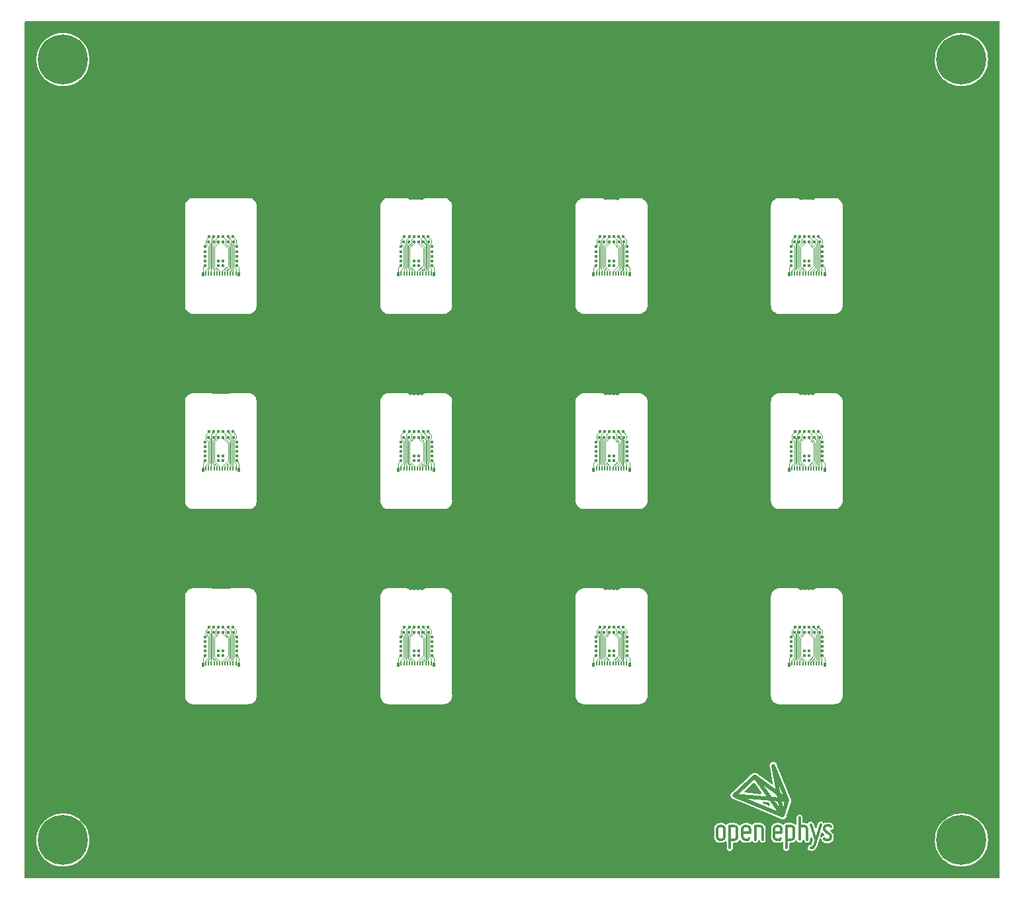
<source format=gbr>
%TF.GenerationSoftware,KiCad,Pcbnew,(6.0.0)*%
%TF.CreationDate,2022-11-29T13:54:36-05:00*%
%TF.ProjectId,pupdrive-eib24_panel,70757064-7269-4766-952d-65696232345f,B*%
%TF.SameCoordinates,Original*%
%TF.FileFunction,Copper,L1,Top*%
%TF.FilePolarity,Positive*%
%FSLAX46Y46*%
G04 Gerber Fmt 4.6, Leading zero omitted, Abs format (unit mm)*
G04 Created by KiCad (PCBNEW (6.0.0)) date 2022-11-29 13:54:36*
%MOMM*%
%LPD*%
G01*
G04 APERTURE LIST*
G04 Aperture macros list*
%AMRoundRect*
0 Rectangle with rounded corners*
0 $1 Rounding radius*
0 $2 $3 $4 $5 $6 $7 $8 $9 X,Y pos of 4 corners*
0 Add a 4 corners polygon primitive as box body*
4,1,4,$2,$3,$4,$5,$6,$7,$8,$9,$2,$3,0*
0 Add four circle primitives for the rounded corners*
1,1,$1+$1,$2,$3*
1,1,$1+$1,$4,$5*
1,1,$1+$1,$6,$7*
1,1,$1+$1,$8,$9*
0 Add four rect primitives between the rounded corners*
20,1,$1+$1,$2,$3,$4,$5,0*
20,1,$1+$1,$4,$5,$6,$7,0*
20,1,$1+$1,$6,$7,$8,$9,0*
20,1,$1+$1,$8,$9,$2,$3,0*%
G04 Aperture macros list end*
%TA.AperFunction,EtchedComponent*%
%ADD10C,0.360000*%
%TD*%
%TA.AperFunction,EtchedComponent*%
%ADD11C,0.550000*%
%TD*%
%TA.AperFunction,ComponentPad*%
%ADD12C,0.420000*%
%TD*%
%TA.AperFunction,SMDPad,CuDef*%
%ADD13RoundRect,0.008000X0.072000X0.212000X-0.072000X0.212000X-0.072000X-0.212000X0.072000X-0.212000X0*%
%TD*%
%TA.AperFunction,SMDPad,CuDef*%
%ADD14RoundRect,0.010500X0.094500X0.229500X-0.094500X0.229500X-0.094500X-0.229500X0.094500X-0.229500X0*%
%TD*%
%TA.AperFunction,ComponentPad*%
%ADD15C,6.400000*%
%TD*%
%TA.AperFunction,Conductor*%
%ADD16C,0.076200*%
%TD*%
G04 APERTURE END LIST*
D10*
%TO.C,*%
X169060000Y-140297500D02*
X169060000Y-139257500D01*
X166620000Y-139777500D02*
X167460000Y-139777500D01*
X162820000Y-140657500D02*
X163180000Y-140657500D01*
X173500000Y-138817500D02*
X173260000Y-138817500D01*
X173160000Y-140717500D02*
X173080000Y-140677500D01*
X161800000Y-140297500D02*
X161800000Y-139257500D01*
X160840000Y-138897500D02*
X160840000Y-140657500D01*
X169780000Y-140637500D02*
X169780000Y-137797500D01*
X173180000Y-140717500D02*
X173420000Y-140717500D01*
X170380000Y-138897500D02*
X169920000Y-138897500D01*
X173700000Y-138917500D02*
X173740000Y-138977500D01*
X172940000Y-140557500D02*
X172940000Y-140517500D01*
X168100000Y-140677500D02*
X168100000Y-141717500D01*
X168700000Y-138897500D02*
X168100000Y-138897500D01*
X162580000Y-139777500D02*
X163420000Y-139777500D01*
D11*
X166420000Y-131177500D02*
X168220000Y-135577500D01*
D10*
X159640000Y-140657500D02*
X159760000Y-140657500D01*
X173000000Y-139517500D02*
X173320000Y-139757500D01*
X172900000Y-139297500D02*
X172920000Y-139397500D01*
X159610000Y-138897500D02*
X159820000Y-138897500D01*
X173580000Y-139957500D02*
X173260000Y-139717500D01*
X163420000Y-139297500D02*
X163420000Y-139777500D01*
X173740000Y-138977500D02*
X173740000Y-139017500D01*
X172980000Y-140617500D02*
X172940000Y-140557500D01*
X167460000Y-139297500D02*
X167460000Y-139777500D01*
X165060000Y-140657500D02*
X165060000Y-139257500D01*
X173760000Y-140137500D02*
X173580000Y-139957500D01*
X170760000Y-140657500D02*
X170740000Y-139257500D01*
D11*
X167620000Y-137577500D02*
X166420000Y-131177500D01*
D10*
X171480000Y-141657500D02*
X171300000Y-141697500D01*
D11*
X167620000Y-137577500D02*
X168220000Y-135577500D01*
D10*
X160170000Y-140297500D02*
X160170000Y-139257500D01*
X173600000Y-138857500D02*
X173700000Y-138917500D01*
X172920000Y-139397500D02*
X173000000Y-139517500D01*
X164100000Y-138897500D02*
X164100000Y-140657500D01*
X173780000Y-140337500D02*
X173780000Y-140237500D01*
D11*
X168220000Y-135577500D02*
X164020000Y-132577500D01*
D10*
X160840000Y-140677500D02*
X160840000Y-141717500D01*
D11*
X161420000Y-134977500D02*
X164020000Y-132577500D01*
D10*
X166860000Y-140657500D02*
X167220000Y-140657500D01*
X173520000Y-138817500D02*
X173600000Y-138857500D01*
X171620000Y-141457500D02*
X171480000Y-141657500D01*
X172900000Y-139197500D02*
X172900000Y-139297500D01*
X168100000Y-138897500D02*
X168100000Y-140657500D01*
X159220000Y-139257500D02*
X159220000Y-140297500D01*
X167100000Y-138897500D02*
X166860000Y-138897500D01*
X164700000Y-138897500D02*
X164100000Y-138897500D01*
X172480000Y-138717500D02*
X171640000Y-141417500D01*
X166500000Y-139257500D02*
X166500000Y-140297500D01*
X171200000Y-138717500D02*
X171860000Y-140637500D01*
X168100000Y-140657500D02*
X168700000Y-140657500D01*
X162460000Y-139257500D02*
X162460000Y-140297500D01*
D11*
X161420000Y-134977500D02*
X168220000Y-135577500D01*
D10*
X171300000Y-141697500D02*
X171200000Y-141697500D01*
D11*
X167620000Y-137577500D02*
X161420000Y-134977500D01*
D10*
X173780000Y-140237500D02*
X173760000Y-140137500D01*
X160840000Y-140657500D02*
X161440000Y-140657500D01*
X173080000Y-140677500D02*
X172980000Y-140617500D01*
D11*
X164020000Y-132577500D02*
X167620000Y-137577500D01*
D10*
X163060000Y-138897500D02*
X162820000Y-138897500D01*
X161440000Y-138897500D02*
X160840000Y-138897500D01*
X166500000Y-140297500D02*
G75*
G03*
X166860000Y-140657500I360002J2D01*
G01*
X162820000Y-138897500D02*
G75*
G03*
X162460000Y-139257500I2J-360002D01*
G01*
X165060000Y-139257500D02*
G75*
G03*
X164700000Y-138897500I-360002J-2D01*
G01*
X160170000Y-139257500D02*
G75*
G03*
X159810000Y-138897500I-360002J-2D01*
G01*
X167220000Y-140657500D02*
G75*
G03*
X167360000Y-140517500I0J140000D01*
G01*
X162460000Y-140297500D02*
G75*
G03*
X162820000Y-140657500I360002J2D01*
G01*
X166860000Y-138897500D02*
G75*
G03*
X166500000Y-139257500I2J-360002D01*
G01*
X173420000Y-140717500D02*
G75*
G03*
X173780000Y-140357500I-2J360002D01*
G01*
X163180000Y-140657500D02*
G75*
G03*
X163320000Y-140517500I0J140000D01*
G01*
X163420000Y-139257500D02*
G75*
G03*
X163060000Y-138897500I-360002J-2D01*
G01*
X159580000Y-138897500D02*
G75*
G03*
X159220000Y-139257500I2J-360002D01*
G01*
X167460000Y-139257500D02*
G75*
G03*
X167100000Y-138897500I-360002J-2D01*
G01*
X161800000Y-139257500D02*
G75*
G03*
X161440000Y-138897500I-360002J-2D01*
G01*
X173260000Y-138817500D02*
G75*
G03*
X172900000Y-139177500I2J-360002D01*
G01*
X170740000Y-139257500D02*
G75*
G03*
X170380000Y-138897500I-360002J-2D01*
G01*
X159220000Y-140297500D02*
G75*
G03*
X159580000Y-140657500I360002J2D01*
G01*
X159810000Y-140657500D02*
G75*
G03*
X160170000Y-140297500I-2J360002D01*
G01*
X168700000Y-140657500D02*
G75*
G03*
X169060000Y-140297500I-2J360002D01*
G01*
X169060000Y-139257500D02*
G75*
G03*
X168700000Y-138897500I-360002J-2D01*
G01*
X161440000Y-140657500D02*
G75*
G03*
X161800000Y-140297500I-2J360002D01*
G01*
%TD*%
D12*
%TO.P,TP12,1,1*%
%TO.N,/E18*%
X96008579Y-67092088D03*
%TD*%
D13*
%TO.P,J1,1,Pin_1*%
%TO.N,/E1*%
X147633579Y-68082088D03*
%TO.P,J1,3,Pin_3*%
%TO.N,/E2*%
X147283579Y-68082088D03*
%TO.P,J1,5,Pin_5*%
%TO.N,/E3*%
X146933579Y-68082088D03*
%TO.P,J1,7,Pin_7*%
%TO.N,/E4*%
X146583579Y-68082088D03*
%TO.P,J1,9,Pin_9*%
%TO.N,/E5*%
X146233579Y-68082088D03*
%TO.P,J1,11,Pin_11*%
%TO.N,/E6*%
X145883579Y-68082088D03*
%TO.P,J1,13,Pin_13*%
%TO.N,/E7*%
X145533579Y-68082088D03*
%TO.P,J1,15,Pin_15*%
%TO.N,/E8*%
X145183579Y-68082088D03*
%TO.P,J1,17,Pin_17*%
%TO.N,/E9*%
X144833579Y-68082088D03*
%TO.P,J1,19,Pin_19*%
%TO.N,/E10*%
X144483579Y-68082088D03*
%TO.P,J1,21,Pin_21*%
%TO.N,/E11*%
X144133579Y-68082088D03*
%TO.P,J1,23,Pin_23*%
%TO.N,/E12*%
X143783579Y-68082088D03*
D14*
%TO.P,J1,MP1,MountPin1*%
%TO.N,/REF*%
X148008579Y-68227088D03*
%TO.P,J1,MP3,MountPin3*%
%TO.N,GNDA*%
X143408579Y-68227088D03*
%TD*%
D12*
%TO.P,TP14,1,1*%
%TO.N,/E19*%
X120408579Y-67092088D03*
%TD*%
%TO.P,TP13,1,1*%
%TO.N,/E6*%
X146008579Y-64092088D03*
%TD*%
%TO.P,TP24,1,1*%
%TO.N,/E24*%
X168708579Y-66492088D03*
%TD*%
%TO.P,TP17,1,1*%
%TO.N,/E8*%
X120408579Y-63392088D03*
%TD*%
%TO.P,TP6,1,1*%
%TO.N,/E2*%
X172308579Y-64092088D03*
%TD*%
%TO.P,TP21,1,1*%
%TO.N,/E10*%
X94808579Y-63392088D03*
%TD*%
%TO.P,TP4,1,1*%
%TO.N,/REF*%
X122708579Y-67092088D03*
%TD*%
%TO.P,TP16,1,1*%
%TO.N,/E20*%
X170408579Y-66492088D03*
%TD*%
%TO.P,TP23,1,1*%
%TO.N,/E11*%
X169108579Y-64092088D03*
%TD*%
%TO.P,TP6,1,1*%
%TO.N,/E2*%
X122308579Y-64092088D03*
%TD*%
%TO.P,TP3,1,1*%
%TO.N,/E15*%
X122708579Y-65292088D03*
%TD*%
%TO.P,TP3,1,1*%
%TO.N,/E15*%
X97708579Y-65292088D03*
%TD*%
%TO.P,TP4,1,1*%
%TO.N,/REF*%
X97708579Y-67092088D03*
%TD*%
%TO.P,TP18,1,1*%
%TO.N,/E21*%
X118708579Y-64692088D03*
%TD*%
%TO.P,TP17,1,1*%
%TO.N,/E8*%
X145408579Y-63392088D03*
%TD*%
%TO.P,TP1,1,1*%
%TO.N,/E13*%
X122708579Y-66492088D03*
%TD*%
%TO.P,TP7,1,1*%
%TO.N,/E3*%
X146608579Y-63392088D03*
%TD*%
%TO.P,TP7,1,1*%
%TO.N,/E3*%
X171608579Y-63392088D03*
%TD*%
%TO.P,TP15,1,1*%
%TO.N,/E7*%
X95408579Y-64092088D03*
%TD*%
%TO.P,TP8,1,1*%
%TO.N,/E16*%
X97708579Y-64692088D03*
%TD*%
%TO.P,TP2,1,1*%
%TO.N,/E14*%
X172708579Y-65892088D03*
%TD*%
%TO.P,TP24,1,1*%
%TO.N,/E24*%
X93708579Y-66492088D03*
%TD*%
%TO.P,TP26,1,1*%
%TO.N,GNDA*%
X93708579Y-67092088D03*
%TD*%
%TO.P,TP7,1,1*%
%TO.N,/E3*%
X96608579Y-63392088D03*
%TD*%
%TO.P,TP3,1,1*%
%TO.N,/E15*%
X147708579Y-65292088D03*
%TD*%
%TO.P,TP4,1,1*%
%TO.N,/REF*%
X147708579Y-67092088D03*
%TD*%
%TO.P,TP20,1,1*%
%TO.N,/E22*%
X168708579Y-65292088D03*
%TD*%
%TO.P,TP9,1,1*%
%TO.N,/E4*%
X121658579Y-64092088D03*
%TD*%
%TO.P,TP13,1,1*%
%TO.N,/E6*%
X171008579Y-64092088D03*
%TD*%
%TO.P,TP13,1,1*%
%TO.N,/E6*%
X96008579Y-64092088D03*
%TD*%
%TO.P,TP5,1,1*%
%TO.N,/E1*%
X97208579Y-63392088D03*
%TD*%
%TO.P,TP1,1,1*%
%TO.N,/E13*%
X147708579Y-66492088D03*
%TD*%
%TO.P,TP26,1,1*%
%TO.N,GNDA*%
X168708579Y-67092088D03*
%TD*%
%TO.P,TP3,1,1*%
%TO.N,/E15*%
X172708579Y-65292088D03*
%TD*%
%TO.P,TP4,1,1*%
%TO.N,/REF*%
X172708579Y-67092088D03*
%TD*%
%TO.P,TP1,1,1*%
%TO.N,/E13*%
X97708579Y-66492088D03*
%TD*%
%TO.P,TP12,1,1*%
%TO.N,/E18*%
X121008579Y-67092088D03*
%TD*%
%TO.P,TP13,1,1*%
%TO.N,/E6*%
X121008579Y-64092088D03*
%TD*%
%TO.P,TP5,1,1*%
%TO.N,/E1*%
X122208579Y-63392088D03*
%TD*%
%TO.P,TP20,1,1*%
%TO.N,/E22*%
X118708579Y-65292088D03*
%TD*%
%TO.P,TP24,1,1*%
%TO.N,/E24*%
X118708579Y-66492088D03*
%TD*%
%TO.P,TP19,1,1*%
%TO.N,/E9*%
X144758579Y-64092088D03*
%TD*%
%TO.P,TP24,1,1*%
%TO.N,/E24*%
X143708579Y-66492088D03*
%TD*%
%TO.P,TP22,1,1*%
%TO.N,/E23*%
X143708579Y-65892088D03*
%TD*%
%TO.P,TP20,1,1*%
%TO.N,/E22*%
X93708579Y-65292088D03*
%TD*%
%TO.P,TP25,1,1*%
%TO.N,/E12*%
X119208579Y-63392088D03*
%TD*%
%TO.P,TP7,1,1*%
%TO.N,/E3*%
X121608579Y-63392088D03*
%TD*%
%TO.P,TP23,1,1*%
%TO.N,/E11*%
X119108579Y-64092088D03*
%TD*%
%TO.P,TP12,1,1*%
%TO.N,/E18*%
X171008579Y-67092088D03*
%TD*%
%TO.P,TP15,1,1*%
%TO.N,/E7*%
X120408579Y-64092088D03*
%TD*%
%TO.P,TP11,1,1*%
%TO.N,/E5*%
X121008579Y-63392088D03*
%TD*%
%TO.P,TP5,1,1*%
%TO.N,/E1*%
X147208579Y-63392088D03*
%TD*%
%TO.P,TP8,1,1*%
%TO.N,/E16*%
X147708579Y-64692088D03*
%TD*%
%TO.P,TP2,1,1*%
%TO.N,/E14*%
X97708579Y-65892088D03*
%TD*%
%TO.P,TP19,1,1*%
%TO.N,/E9*%
X169758579Y-64092088D03*
%TD*%
%TO.P,TP26,1,1*%
%TO.N,GNDA*%
X143708579Y-67092088D03*
%TD*%
%TO.P,TP14,1,1*%
%TO.N,/E19*%
X145408579Y-67092088D03*
%TD*%
%TO.P,TP20,1,1*%
%TO.N,/E22*%
X143708579Y-65292088D03*
%TD*%
D13*
%TO.P,J1,1,Pin_1*%
%TO.N,/E1*%
X172633579Y-68082088D03*
%TO.P,J1,3,Pin_3*%
%TO.N,/E2*%
X172283579Y-68082088D03*
%TO.P,J1,5,Pin_5*%
%TO.N,/E3*%
X171933579Y-68082088D03*
%TO.P,J1,7,Pin_7*%
%TO.N,/E4*%
X171583579Y-68082088D03*
%TO.P,J1,9,Pin_9*%
%TO.N,/E5*%
X171233579Y-68082088D03*
%TO.P,J1,11,Pin_11*%
%TO.N,/E6*%
X170883579Y-68082088D03*
%TO.P,J1,13,Pin_13*%
%TO.N,/E7*%
X170533579Y-68082088D03*
%TO.P,J1,15,Pin_15*%
%TO.N,/E8*%
X170183579Y-68082088D03*
%TO.P,J1,17,Pin_17*%
%TO.N,/E9*%
X169833579Y-68082088D03*
%TO.P,J1,19,Pin_19*%
%TO.N,/E10*%
X169483579Y-68082088D03*
%TO.P,J1,21,Pin_21*%
%TO.N,/E11*%
X169133579Y-68082088D03*
%TO.P,J1,23,Pin_23*%
%TO.N,/E12*%
X168783579Y-68082088D03*
D14*
%TO.P,J1,MP1,MountPin1*%
%TO.N,/REF*%
X173008579Y-68227088D03*
%TO.P,J1,MP3,MountPin3*%
%TO.N,GNDA*%
X168408579Y-68227088D03*
%TD*%
D12*
%TO.P,TP19,1,1*%
%TO.N,/E9*%
X94758579Y-64092088D03*
%TD*%
%TO.P,TP18,1,1*%
%TO.N,/E21*%
X168708579Y-64692088D03*
%TD*%
%TO.P,TP23,1,1*%
%TO.N,/E11*%
X144108579Y-64092088D03*
%TD*%
D13*
%TO.P,J1,1,Pin_1*%
%TO.N,/E1*%
X122633579Y-68082088D03*
%TO.P,J1,3,Pin_3*%
%TO.N,/E2*%
X122283579Y-68082088D03*
%TO.P,J1,5,Pin_5*%
%TO.N,/E3*%
X121933579Y-68082088D03*
%TO.P,J1,7,Pin_7*%
%TO.N,/E4*%
X121583579Y-68082088D03*
%TO.P,J1,9,Pin_9*%
%TO.N,/E5*%
X121233579Y-68082088D03*
%TO.P,J1,11,Pin_11*%
%TO.N,/E6*%
X120883579Y-68082088D03*
%TO.P,J1,13,Pin_13*%
%TO.N,/E7*%
X120533579Y-68082088D03*
%TO.P,J1,15,Pin_15*%
%TO.N,/E8*%
X120183579Y-68082088D03*
%TO.P,J1,17,Pin_17*%
%TO.N,/E9*%
X119833579Y-68082088D03*
%TO.P,J1,19,Pin_19*%
%TO.N,/E10*%
X119483579Y-68082088D03*
%TO.P,J1,21,Pin_21*%
%TO.N,/E11*%
X119133579Y-68082088D03*
%TO.P,J1,23,Pin_23*%
%TO.N,/E12*%
X118783579Y-68082088D03*
D14*
%TO.P,J1,MP1,MountPin1*%
%TO.N,/REF*%
X123008579Y-68227088D03*
%TO.P,J1,MP3,MountPin3*%
%TO.N,GNDA*%
X118408579Y-68227088D03*
%TD*%
D12*
%TO.P,TP21,1,1*%
%TO.N,/E10*%
X119808579Y-63392088D03*
%TD*%
%TO.P,TP9,1,1*%
%TO.N,/E4*%
X171658579Y-64092088D03*
%TD*%
%TO.P,TP25,1,1*%
%TO.N,/E12*%
X144208579Y-63392088D03*
%TD*%
%TO.P,TP10,1,1*%
%TO.N,/E17*%
X121008579Y-66492088D03*
%TD*%
%TO.P,TP25,1,1*%
%TO.N,/E12*%
X94208579Y-63392088D03*
%TD*%
%TO.P,TP12,1,1*%
%TO.N,/E18*%
X146008579Y-67092088D03*
%TD*%
%TO.P,TP11,1,1*%
%TO.N,/E5*%
X171008579Y-63392088D03*
%TD*%
%TO.P,TP15,1,1*%
%TO.N,/E7*%
X170408579Y-64092088D03*
%TD*%
%TO.P,TP17,1,1*%
%TO.N,/E8*%
X170408579Y-63392088D03*
%TD*%
D13*
%TO.P,J1,1,Pin_1*%
%TO.N,/E1*%
X97633579Y-68082088D03*
%TO.P,J1,3,Pin_3*%
%TO.N,/E2*%
X97283579Y-68082088D03*
%TO.P,J1,5,Pin_5*%
%TO.N,/E3*%
X96933579Y-68082088D03*
%TO.P,J1,7,Pin_7*%
%TO.N,/E4*%
X96583579Y-68082088D03*
%TO.P,J1,9,Pin_9*%
%TO.N,/E5*%
X96233579Y-68082088D03*
%TO.P,J1,11,Pin_11*%
%TO.N,/E6*%
X95883579Y-68082088D03*
%TO.P,J1,13,Pin_13*%
%TO.N,/E7*%
X95533579Y-68082088D03*
%TO.P,J1,15,Pin_15*%
%TO.N,/E8*%
X95183579Y-68082088D03*
%TO.P,J1,17,Pin_17*%
%TO.N,/E9*%
X94833579Y-68082088D03*
%TO.P,J1,19,Pin_19*%
%TO.N,/E10*%
X94483579Y-68082088D03*
%TO.P,J1,21,Pin_21*%
%TO.N,/E11*%
X94133579Y-68082088D03*
%TO.P,J1,23,Pin_23*%
%TO.N,/E12*%
X93783579Y-68082088D03*
D14*
%TO.P,J1,MP1,MountPin1*%
%TO.N,/REF*%
X98008579Y-68227088D03*
%TO.P,J1,MP3,MountPin3*%
%TO.N,GNDA*%
X93408579Y-68227088D03*
%TD*%
D12*
%TO.P,TP10,1,1*%
%TO.N,/E17*%
X96008579Y-66492088D03*
%TD*%
%TO.P,TP15,1,1*%
%TO.N,/E7*%
X145408579Y-64092088D03*
%TD*%
%TO.P,TP17,1,1*%
%TO.N,/E8*%
X95408579Y-63392088D03*
%TD*%
%TO.P,TP6,1,1*%
%TO.N,/E2*%
X147308579Y-64092088D03*
%TD*%
%TO.P,TP14,1,1*%
%TO.N,/E19*%
X95408579Y-67092088D03*
%TD*%
%TO.P,TP5,1,1*%
%TO.N,/E1*%
X172208579Y-63392088D03*
%TD*%
%TO.P,TP8,1,1*%
%TO.N,/E16*%
X172708579Y-64692088D03*
%TD*%
%TO.P,TP9,1,1*%
%TO.N,/E4*%
X146658579Y-64092088D03*
%TD*%
%TO.P,TP2,1,1*%
%TO.N,/E14*%
X147708579Y-65892088D03*
%TD*%
%TO.P,TP2,1,1*%
%TO.N,/E14*%
X122708579Y-65892088D03*
%TD*%
%TO.P,TP8,1,1*%
%TO.N,/E16*%
X122708579Y-64692088D03*
%TD*%
%TO.P,TP11,1,1*%
%TO.N,/E5*%
X96008579Y-63392088D03*
%TD*%
%TO.P,TP6,1,1*%
%TO.N,/E2*%
X97308579Y-64092088D03*
%TD*%
%TO.P,TP22,1,1*%
%TO.N,/E23*%
X118708579Y-65892088D03*
%TD*%
%TO.P,TP10,1,1*%
%TO.N,/E17*%
X171008579Y-66492088D03*
%TD*%
%TO.P,TP26,1,1*%
%TO.N,GNDA*%
X118708579Y-67092088D03*
%TD*%
%TO.P,TP19,1,1*%
%TO.N,/E9*%
X119758579Y-64092088D03*
%TD*%
%TO.P,TP22,1,1*%
%TO.N,/E23*%
X168708579Y-65892088D03*
%TD*%
%TO.P,TP1,1,1*%
%TO.N,/E13*%
X172708579Y-66492088D03*
%TD*%
%TO.P,TP14,1,1*%
%TO.N,/E19*%
X170408579Y-67092088D03*
%TD*%
%TO.P,TP10,1,1*%
%TO.N,/E17*%
X146008579Y-66492088D03*
%TD*%
%TO.P,TP16,1,1*%
%TO.N,/E20*%
X120408579Y-66492088D03*
%TD*%
%TO.P,TP16,1,1*%
%TO.N,/E20*%
X145408579Y-66492088D03*
%TD*%
%TO.P,TP25,1,1*%
%TO.N,/E12*%
X169208579Y-63392088D03*
%TD*%
%TO.P,TP11,1,1*%
%TO.N,/E5*%
X146008579Y-63392088D03*
%TD*%
%TO.P,TP18,1,1*%
%TO.N,/E21*%
X93708579Y-64692088D03*
%TD*%
%TO.P,TP23,1,1*%
%TO.N,/E11*%
X94108579Y-64092088D03*
%TD*%
%TO.P,TP18,1,1*%
%TO.N,/E21*%
X143708579Y-64692088D03*
%TD*%
%TO.P,TP22,1,1*%
%TO.N,/E23*%
X93708579Y-65892088D03*
%TD*%
%TO.P,TP21,1,1*%
%TO.N,/E10*%
X169808579Y-63392088D03*
%TD*%
%TO.P,TP21,1,1*%
%TO.N,/E10*%
X144808579Y-63392088D03*
%TD*%
%TO.P,TP9,1,1*%
%TO.N,/E4*%
X96658579Y-64092088D03*
%TD*%
%TO.P,TP16,1,1*%
%TO.N,/E20*%
X95408579Y-66492088D03*
%TD*%
%TO.P,TP12,1,1*%
%TO.N,/E18*%
X96008579Y-92092088D03*
%TD*%
D13*
%TO.P,J1,1,Pin_1*%
%TO.N,/E1*%
X147633579Y-93082088D03*
%TO.P,J1,3,Pin_3*%
%TO.N,/E2*%
X147283579Y-93082088D03*
%TO.P,J1,5,Pin_5*%
%TO.N,/E3*%
X146933579Y-93082088D03*
%TO.P,J1,7,Pin_7*%
%TO.N,/E4*%
X146583579Y-93082088D03*
%TO.P,J1,9,Pin_9*%
%TO.N,/E5*%
X146233579Y-93082088D03*
%TO.P,J1,11,Pin_11*%
%TO.N,/E6*%
X145883579Y-93082088D03*
%TO.P,J1,13,Pin_13*%
%TO.N,/E7*%
X145533579Y-93082088D03*
%TO.P,J1,15,Pin_15*%
%TO.N,/E8*%
X145183579Y-93082088D03*
%TO.P,J1,17,Pin_17*%
%TO.N,/E9*%
X144833579Y-93082088D03*
%TO.P,J1,19,Pin_19*%
%TO.N,/E10*%
X144483579Y-93082088D03*
%TO.P,J1,21,Pin_21*%
%TO.N,/E11*%
X144133579Y-93082088D03*
%TO.P,J1,23,Pin_23*%
%TO.N,/E12*%
X143783579Y-93082088D03*
D14*
%TO.P,J1,MP1,MountPin1*%
%TO.N,/REF*%
X148008579Y-93227088D03*
%TO.P,J1,MP3,MountPin3*%
%TO.N,GNDA*%
X143408579Y-93227088D03*
%TD*%
D12*
%TO.P,TP14,1,1*%
%TO.N,/E19*%
X120408579Y-92092088D03*
%TD*%
%TO.P,TP13,1,1*%
%TO.N,/E6*%
X146008579Y-89092088D03*
%TD*%
%TO.P,TP24,1,1*%
%TO.N,/E24*%
X168708579Y-91492088D03*
%TD*%
%TO.P,TP17,1,1*%
%TO.N,/E8*%
X120408579Y-88392088D03*
%TD*%
%TO.P,TP6,1,1*%
%TO.N,/E2*%
X172308579Y-89092088D03*
%TD*%
%TO.P,TP21,1,1*%
%TO.N,/E10*%
X94808579Y-88392088D03*
%TD*%
%TO.P,TP4,1,1*%
%TO.N,/REF*%
X122708579Y-92092088D03*
%TD*%
%TO.P,TP16,1,1*%
%TO.N,/E20*%
X170408579Y-91492088D03*
%TD*%
%TO.P,TP23,1,1*%
%TO.N,/E11*%
X169108579Y-89092088D03*
%TD*%
%TO.P,TP6,1,1*%
%TO.N,/E2*%
X122308579Y-89092088D03*
%TD*%
%TO.P,TP3,1,1*%
%TO.N,/E15*%
X122708579Y-90292088D03*
%TD*%
%TO.P,TP3,1,1*%
%TO.N,/E15*%
X97708579Y-90292088D03*
%TD*%
%TO.P,TP4,1,1*%
%TO.N,/REF*%
X97708579Y-92092088D03*
%TD*%
%TO.P,TP18,1,1*%
%TO.N,/E21*%
X118708579Y-89692088D03*
%TD*%
%TO.P,TP17,1,1*%
%TO.N,/E8*%
X145408579Y-88392088D03*
%TD*%
%TO.P,TP1,1,1*%
%TO.N,/E13*%
X122708579Y-91492088D03*
%TD*%
%TO.P,TP7,1,1*%
%TO.N,/E3*%
X146608579Y-88392088D03*
%TD*%
%TO.P,TP7,1,1*%
%TO.N,/E3*%
X171608579Y-88392088D03*
%TD*%
%TO.P,TP15,1,1*%
%TO.N,/E7*%
X95408579Y-89092088D03*
%TD*%
%TO.P,TP8,1,1*%
%TO.N,/E16*%
X97708579Y-89692088D03*
%TD*%
%TO.P,TP2,1,1*%
%TO.N,/E14*%
X172708579Y-90892088D03*
%TD*%
%TO.P,TP24,1,1*%
%TO.N,/E24*%
X93708579Y-91492088D03*
%TD*%
%TO.P,TP26,1,1*%
%TO.N,GNDA*%
X93708579Y-92092088D03*
%TD*%
%TO.P,TP7,1,1*%
%TO.N,/E3*%
X96608579Y-88392088D03*
%TD*%
%TO.P,TP3,1,1*%
%TO.N,/E15*%
X147708579Y-90292088D03*
%TD*%
%TO.P,TP4,1,1*%
%TO.N,/REF*%
X147708579Y-92092088D03*
%TD*%
%TO.P,TP20,1,1*%
%TO.N,/E22*%
X168708579Y-90292088D03*
%TD*%
%TO.P,TP9,1,1*%
%TO.N,/E4*%
X121658579Y-89092088D03*
%TD*%
%TO.P,TP13,1,1*%
%TO.N,/E6*%
X171008579Y-89092088D03*
%TD*%
%TO.P,TP13,1,1*%
%TO.N,/E6*%
X96008579Y-89092088D03*
%TD*%
%TO.P,TP5,1,1*%
%TO.N,/E1*%
X97208579Y-88392088D03*
%TD*%
%TO.P,TP1,1,1*%
%TO.N,/E13*%
X147708579Y-91492088D03*
%TD*%
%TO.P,TP26,1,1*%
%TO.N,GNDA*%
X168708579Y-92092088D03*
%TD*%
%TO.P,TP3,1,1*%
%TO.N,/E15*%
X172708579Y-90292088D03*
%TD*%
%TO.P,TP4,1,1*%
%TO.N,/REF*%
X172708579Y-92092088D03*
%TD*%
%TO.P,TP1,1,1*%
%TO.N,/E13*%
X97708579Y-91492088D03*
%TD*%
%TO.P,TP12,1,1*%
%TO.N,/E18*%
X121008579Y-92092088D03*
%TD*%
%TO.P,TP13,1,1*%
%TO.N,/E6*%
X121008579Y-89092088D03*
%TD*%
%TO.P,TP5,1,1*%
%TO.N,/E1*%
X122208579Y-88392088D03*
%TD*%
%TO.P,TP20,1,1*%
%TO.N,/E22*%
X118708579Y-90292088D03*
%TD*%
%TO.P,TP24,1,1*%
%TO.N,/E24*%
X118708579Y-91492088D03*
%TD*%
%TO.P,TP19,1,1*%
%TO.N,/E9*%
X144758579Y-89092088D03*
%TD*%
%TO.P,TP24,1,1*%
%TO.N,/E24*%
X143708579Y-91492088D03*
%TD*%
%TO.P,TP22,1,1*%
%TO.N,/E23*%
X143708579Y-90892088D03*
%TD*%
%TO.P,TP20,1,1*%
%TO.N,/E22*%
X93708579Y-90292088D03*
%TD*%
%TO.P,TP25,1,1*%
%TO.N,/E12*%
X119208579Y-88392088D03*
%TD*%
%TO.P,TP7,1,1*%
%TO.N,/E3*%
X121608579Y-88392088D03*
%TD*%
%TO.P,TP23,1,1*%
%TO.N,/E11*%
X119108579Y-89092088D03*
%TD*%
%TO.P,TP12,1,1*%
%TO.N,/E18*%
X171008579Y-92092088D03*
%TD*%
%TO.P,TP15,1,1*%
%TO.N,/E7*%
X120408579Y-89092088D03*
%TD*%
%TO.P,TP11,1,1*%
%TO.N,/E5*%
X121008579Y-88392088D03*
%TD*%
%TO.P,TP5,1,1*%
%TO.N,/E1*%
X147208579Y-88392088D03*
%TD*%
%TO.P,TP8,1,1*%
%TO.N,/E16*%
X147708579Y-89692088D03*
%TD*%
%TO.P,TP2,1,1*%
%TO.N,/E14*%
X97708579Y-90892088D03*
%TD*%
%TO.P,TP19,1,1*%
%TO.N,/E9*%
X169758579Y-89092088D03*
%TD*%
%TO.P,TP26,1,1*%
%TO.N,GNDA*%
X143708579Y-92092088D03*
%TD*%
%TO.P,TP14,1,1*%
%TO.N,/E19*%
X145408579Y-92092088D03*
%TD*%
%TO.P,TP20,1,1*%
%TO.N,/E22*%
X143708579Y-90292088D03*
%TD*%
D13*
%TO.P,J1,1,Pin_1*%
%TO.N,/E1*%
X172633579Y-93082088D03*
%TO.P,J1,3,Pin_3*%
%TO.N,/E2*%
X172283579Y-93082088D03*
%TO.P,J1,5,Pin_5*%
%TO.N,/E3*%
X171933579Y-93082088D03*
%TO.P,J1,7,Pin_7*%
%TO.N,/E4*%
X171583579Y-93082088D03*
%TO.P,J1,9,Pin_9*%
%TO.N,/E5*%
X171233579Y-93082088D03*
%TO.P,J1,11,Pin_11*%
%TO.N,/E6*%
X170883579Y-93082088D03*
%TO.P,J1,13,Pin_13*%
%TO.N,/E7*%
X170533579Y-93082088D03*
%TO.P,J1,15,Pin_15*%
%TO.N,/E8*%
X170183579Y-93082088D03*
%TO.P,J1,17,Pin_17*%
%TO.N,/E9*%
X169833579Y-93082088D03*
%TO.P,J1,19,Pin_19*%
%TO.N,/E10*%
X169483579Y-93082088D03*
%TO.P,J1,21,Pin_21*%
%TO.N,/E11*%
X169133579Y-93082088D03*
%TO.P,J1,23,Pin_23*%
%TO.N,/E12*%
X168783579Y-93082088D03*
D14*
%TO.P,J1,MP1,MountPin1*%
%TO.N,/REF*%
X173008579Y-93227088D03*
%TO.P,J1,MP3,MountPin3*%
%TO.N,GNDA*%
X168408579Y-93227088D03*
%TD*%
D12*
%TO.P,TP19,1,1*%
%TO.N,/E9*%
X94758579Y-89092088D03*
%TD*%
%TO.P,TP18,1,1*%
%TO.N,/E21*%
X168708579Y-89692088D03*
%TD*%
%TO.P,TP23,1,1*%
%TO.N,/E11*%
X144108579Y-89092088D03*
%TD*%
D13*
%TO.P,J1,1,Pin_1*%
%TO.N,/E1*%
X122633579Y-93082088D03*
%TO.P,J1,3,Pin_3*%
%TO.N,/E2*%
X122283579Y-93082088D03*
%TO.P,J1,5,Pin_5*%
%TO.N,/E3*%
X121933579Y-93082088D03*
%TO.P,J1,7,Pin_7*%
%TO.N,/E4*%
X121583579Y-93082088D03*
%TO.P,J1,9,Pin_9*%
%TO.N,/E5*%
X121233579Y-93082088D03*
%TO.P,J1,11,Pin_11*%
%TO.N,/E6*%
X120883579Y-93082088D03*
%TO.P,J1,13,Pin_13*%
%TO.N,/E7*%
X120533579Y-93082088D03*
%TO.P,J1,15,Pin_15*%
%TO.N,/E8*%
X120183579Y-93082088D03*
%TO.P,J1,17,Pin_17*%
%TO.N,/E9*%
X119833579Y-93082088D03*
%TO.P,J1,19,Pin_19*%
%TO.N,/E10*%
X119483579Y-93082088D03*
%TO.P,J1,21,Pin_21*%
%TO.N,/E11*%
X119133579Y-93082088D03*
%TO.P,J1,23,Pin_23*%
%TO.N,/E12*%
X118783579Y-93082088D03*
D14*
%TO.P,J1,MP1,MountPin1*%
%TO.N,/REF*%
X123008579Y-93227088D03*
%TO.P,J1,MP3,MountPin3*%
%TO.N,GNDA*%
X118408579Y-93227088D03*
%TD*%
D12*
%TO.P,TP21,1,1*%
%TO.N,/E10*%
X119808579Y-88392088D03*
%TD*%
%TO.P,TP9,1,1*%
%TO.N,/E4*%
X171658579Y-89092088D03*
%TD*%
%TO.P,TP25,1,1*%
%TO.N,/E12*%
X144208579Y-88392088D03*
%TD*%
%TO.P,TP10,1,1*%
%TO.N,/E17*%
X121008579Y-91492088D03*
%TD*%
%TO.P,TP25,1,1*%
%TO.N,/E12*%
X94208579Y-88392088D03*
%TD*%
%TO.P,TP12,1,1*%
%TO.N,/E18*%
X146008579Y-92092088D03*
%TD*%
%TO.P,TP11,1,1*%
%TO.N,/E5*%
X171008579Y-88392088D03*
%TD*%
%TO.P,TP15,1,1*%
%TO.N,/E7*%
X170408579Y-89092088D03*
%TD*%
%TO.P,TP17,1,1*%
%TO.N,/E8*%
X170408579Y-88392088D03*
%TD*%
D13*
%TO.P,J1,1,Pin_1*%
%TO.N,/E1*%
X97633579Y-93082088D03*
%TO.P,J1,3,Pin_3*%
%TO.N,/E2*%
X97283579Y-93082088D03*
%TO.P,J1,5,Pin_5*%
%TO.N,/E3*%
X96933579Y-93082088D03*
%TO.P,J1,7,Pin_7*%
%TO.N,/E4*%
X96583579Y-93082088D03*
%TO.P,J1,9,Pin_9*%
%TO.N,/E5*%
X96233579Y-93082088D03*
%TO.P,J1,11,Pin_11*%
%TO.N,/E6*%
X95883579Y-93082088D03*
%TO.P,J1,13,Pin_13*%
%TO.N,/E7*%
X95533579Y-93082088D03*
%TO.P,J1,15,Pin_15*%
%TO.N,/E8*%
X95183579Y-93082088D03*
%TO.P,J1,17,Pin_17*%
%TO.N,/E9*%
X94833579Y-93082088D03*
%TO.P,J1,19,Pin_19*%
%TO.N,/E10*%
X94483579Y-93082088D03*
%TO.P,J1,21,Pin_21*%
%TO.N,/E11*%
X94133579Y-93082088D03*
%TO.P,J1,23,Pin_23*%
%TO.N,/E12*%
X93783579Y-93082088D03*
D14*
%TO.P,J1,MP1,MountPin1*%
%TO.N,/REF*%
X98008579Y-93227088D03*
%TO.P,J1,MP3,MountPin3*%
%TO.N,GNDA*%
X93408579Y-93227088D03*
%TD*%
D12*
%TO.P,TP10,1,1*%
%TO.N,/E17*%
X96008579Y-91492088D03*
%TD*%
%TO.P,TP15,1,1*%
%TO.N,/E7*%
X145408579Y-89092088D03*
%TD*%
%TO.P,TP17,1,1*%
%TO.N,/E8*%
X95408579Y-88392088D03*
%TD*%
%TO.P,TP6,1,1*%
%TO.N,/E2*%
X147308579Y-89092088D03*
%TD*%
%TO.P,TP14,1,1*%
%TO.N,/E19*%
X95408579Y-92092088D03*
%TD*%
%TO.P,TP5,1,1*%
%TO.N,/E1*%
X172208579Y-88392088D03*
%TD*%
%TO.P,TP8,1,1*%
%TO.N,/E16*%
X172708579Y-89692088D03*
%TD*%
%TO.P,TP9,1,1*%
%TO.N,/E4*%
X146658579Y-89092088D03*
%TD*%
%TO.P,TP2,1,1*%
%TO.N,/E14*%
X147708579Y-90892088D03*
%TD*%
%TO.P,TP2,1,1*%
%TO.N,/E14*%
X122708579Y-90892088D03*
%TD*%
%TO.P,TP8,1,1*%
%TO.N,/E16*%
X122708579Y-89692088D03*
%TD*%
%TO.P,TP11,1,1*%
%TO.N,/E5*%
X96008579Y-88392088D03*
%TD*%
%TO.P,TP6,1,1*%
%TO.N,/E2*%
X97308579Y-89092088D03*
%TD*%
%TO.P,TP22,1,1*%
%TO.N,/E23*%
X118708579Y-90892088D03*
%TD*%
%TO.P,TP10,1,1*%
%TO.N,/E17*%
X171008579Y-91492088D03*
%TD*%
%TO.P,TP26,1,1*%
%TO.N,GNDA*%
X118708579Y-92092088D03*
%TD*%
%TO.P,TP19,1,1*%
%TO.N,/E9*%
X119758579Y-89092088D03*
%TD*%
%TO.P,TP22,1,1*%
%TO.N,/E23*%
X168708579Y-90892088D03*
%TD*%
%TO.P,TP1,1,1*%
%TO.N,/E13*%
X172708579Y-91492088D03*
%TD*%
%TO.P,TP14,1,1*%
%TO.N,/E19*%
X170408579Y-92092088D03*
%TD*%
%TO.P,TP10,1,1*%
%TO.N,/E17*%
X146008579Y-91492088D03*
%TD*%
%TO.P,TP16,1,1*%
%TO.N,/E20*%
X120408579Y-91492088D03*
%TD*%
%TO.P,TP16,1,1*%
%TO.N,/E20*%
X145408579Y-91492088D03*
%TD*%
%TO.P,TP25,1,1*%
%TO.N,/E12*%
X169208579Y-88392088D03*
%TD*%
%TO.P,TP11,1,1*%
%TO.N,/E5*%
X146008579Y-88392088D03*
%TD*%
%TO.P,TP18,1,1*%
%TO.N,/E21*%
X93708579Y-89692088D03*
%TD*%
%TO.P,TP23,1,1*%
%TO.N,/E11*%
X94108579Y-89092088D03*
%TD*%
%TO.P,TP18,1,1*%
%TO.N,/E21*%
X143708579Y-89692088D03*
%TD*%
%TO.P,TP22,1,1*%
%TO.N,/E23*%
X93708579Y-90892088D03*
%TD*%
%TO.P,TP21,1,1*%
%TO.N,/E10*%
X169808579Y-88392088D03*
%TD*%
%TO.P,TP21,1,1*%
%TO.N,/E10*%
X144808579Y-88392088D03*
%TD*%
%TO.P,TP9,1,1*%
%TO.N,/E4*%
X96658579Y-89092088D03*
%TD*%
%TO.P,TP16,1,1*%
%TO.N,/E20*%
X95408579Y-91492088D03*
%TD*%
%TO.P,TP21,1,1*%
%TO.N,/E10*%
X144808579Y-113392088D03*
%TD*%
%TO.P,TP21,1,1*%
%TO.N,/E10*%
X169808579Y-113392088D03*
%TD*%
%TO.P,TP18,1,1*%
%TO.N,/E21*%
X143708579Y-114692088D03*
%TD*%
%TO.P,TP11,1,1*%
%TO.N,/E5*%
X146008579Y-113392088D03*
%TD*%
%TO.P,TP25,1,1*%
%TO.N,/E12*%
X169208579Y-113392088D03*
%TD*%
%TO.P,TP16,1,1*%
%TO.N,/E20*%
X145408579Y-116492088D03*
%TD*%
%TO.P,TP16,1,1*%
%TO.N,/E20*%
X120408579Y-116492088D03*
%TD*%
%TO.P,TP10,1,1*%
%TO.N,/E17*%
X146008579Y-116492088D03*
%TD*%
%TO.P,TP14,1,1*%
%TO.N,/E19*%
X170408579Y-117092088D03*
%TD*%
%TO.P,TP1,1,1*%
%TO.N,/E13*%
X172708579Y-116492088D03*
%TD*%
%TO.P,TP22,1,1*%
%TO.N,/E23*%
X168708579Y-115892088D03*
%TD*%
%TO.P,TP19,1,1*%
%TO.N,/E9*%
X119758579Y-114092088D03*
%TD*%
%TO.P,TP26,1,1*%
%TO.N,GNDA*%
X118708579Y-117092088D03*
%TD*%
%TO.P,TP10,1,1*%
%TO.N,/E17*%
X171008579Y-116492088D03*
%TD*%
%TO.P,TP22,1,1*%
%TO.N,/E23*%
X118708579Y-115892088D03*
%TD*%
%TO.P,TP8,1,1*%
%TO.N,/E16*%
X122708579Y-114692088D03*
%TD*%
%TO.P,TP2,1,1*%
%TO.N,/E14*%
X122708579Y-115892088D03*
%TD*%
%TO.P,TP2,1,1*%
%TO.N,/E14*%
X147708579Y-115892088D03*
%TD*%
%TO.P,TP9,1,1*%
%TO.N,/E4*%
X146658579Y-114092088D03*
%TD*%
%TO.P,TP8,1,1*%
%TO.N,/E16*%
X172708579Y-114692088D03*
%TD*%
%TO.P,TP5,1,1*%
%TO.N,/E1*%
X172208579Y-113392088D03*
%TD*%
%TO.P,TP6,1,1*%
%TO.N,/E2*%
X147308579Y-114092088D03*
%TD*%
%TO.P,TP15,1,1*%
%TO.N,/E7*%
X145408579Y-114092088D03*
%TD*%
%TO.P,TP17,1,1*%
%TO.N,/E8*%
X170408579Y-113392088D03*
%TD*%
%TO.P,TP15,1,1*%
%TO.N,/E7*%
X170408579Y-114092088D03*
%TD*%
%TO.P,TP11,1,1*%
%TO.N,/E5*%
X171008579Y-113392088D03*
%TD*%
%TO.P,TP12,1,1*%
%TO.N,/E18*%
X146008579Y-117092088D03*
%TD*%
%TO.P,TP10,1,1*%
%TO.N,/E17*%
X121008579Y-116492088D03*
%TD*%
%TO.P,TP25,1,1*%
%TO.N,/E12*%
X144208579Y-113392088D03*
%TD*%
%TO.P,TP9,1,1*%
%TO.N,/E4*%
X171658579Y-114092088D03*
%TD*%
%TO.P,TP21,1,1*%
%TO.N,/E10*%
X119808579Y-113392088D03*
%TD*%
D13*
%TO.P,J1,1,Pin_1*%
%TO.N,/E1*%
X122633579Y-118082088D03*
%TO.P,J1,3,Pin_3*%
%TO.N,/E2*%
X122283579Y-118082088D03*
%TO.P,J1,5,Pin_5*%
%TO.N,/E3*%
X121933579Y-118082088D03*
%TO.P,J1,7,Pin_7*%
%TO.N,/E4*%
X121583579Y-118082088D03*
%TO.P,J1,9,Pin_9*%
%TO.N,/E5*%
X121233579Y-118082088D03*
%TO.P,J1,11,Pin_11*%
%TO.N,/E6*%
X120883579Y-118082088D03*
%TO.P,J1,13,Pin_13*%
%TO.N,/E7*%
X120533579Y-118082088D03*
%TO.P,J1,15,Pin_15*%
%TO.N,/E8*%
X120183579Y-118082088D03*
%TO.P,J1,17,Pin_17*%
%TO.N,/E9*%
X119833579Y-118082088D03*
%TO.P,J1,19,Pin_19*%
%TO.N,/E10*%
X119483579Y-118082088D03*
%TO.P,J1,21,Pin_21*%
%TO.N,/E11*%
X119133579Y-118082088D03*
%TO.P,J1,23,Pin_23*%
%TO.N,/E12*%
X118783579Y-118082088D03*
D14*
%TO.P,J1,MP1,MountPin1*%
%TO.N,/REF*%
X123008579Y-118227088D03*
%TO.P,J1,MP3,MountPin3*%
%TO.N,GNDA*%
X118408579Y-118227088D03*
%TD*%
D12*
%TO.P,TP23,1,1*%
%TO.N,/E11*%
X144108579Y-114092088D03*
%TD*%
%TO.P,TP18,1,1*%
%TO.N,/E21*%
X168708579Y-114692088D03*
%TD*%
D13*
%TO.P,J1,1,Pin_1*%
%TO.N,/E1*%
X172633579Y-118082088D03*
%TO.P,J1,3,Pin_3*%
%TO.N,/E2*%
X172283579Y-118082088D03*
%TO.P,J1,5,Pin_5*%
%TO.N,/E3*%
X171933579Y-118082088D03*
%TO.P,J1,7,Pin_7*%
%TO.N,/E4*%
X171583579Y-118082088D03*
%TO.P,J1,9,Pin_9*%
%TO.N,/E5*%
X171233579Y-118082088D03*
%TO.P,J1,11,Pin_11*%
%TO.N,/E6*%
X170883579Y-118082088D03*
%TO.P,J1,13,Pin_13*%
%TO.N,/E7*%
X170533579Y-118082088D03*
%TO.P,J1,15,Pin_15*%
%TO.N,/E8*%
X170183579Y-118082088D03*
%TO.P,J1,17,Pin_17*%
%TO.N,/E9*%
X169833579Y-118082088D03*
%TO.P,J1,19,Pin_19*%
%TO.N,/E10*%
X169483579Y-118082088D03*
%TO.P,J1,21,Pin_21*%
%TO.N,/E11*%
X169133579Y-118082088D03*
%TO.P,J1,23,Pin_23*%
%TO.N,/E12*%
X168783579Y-118082088D03*
D14*
%TO.P,J1,MP1,MountPin1*%
%TO.N,/REF*%
X173008579Y-118227088D03*
%TO.P,J1,MP3,MountPin3*%
%TO.N,GNDA*%
X168408579Y-118227088D03*
%TD*%
D12*
%TO.P,TP20,1,1*%
%TO.N,/E22*%
X143708579Y-115292088D03*
%TD*%
%TO.P,TP14,1,1*%
%TO.N,/E19*%
X145408579Y-117092088D03*
%TD*%
%TO.P,TP26,1,1*%
%TO.N,GNDA*%
X143708579Y-117092088D03*
%TD*%
%TO.P,TP19,1,1*%
%TO.N,/E9*%
X169758579Y-114092088D03*
%TD*%
%TO.P,TP8,1,1*%
%TO.N,/E16*%
X147708579Y-114692088D03*
%TD*%
%TO.P,TP5,1,1*%
%TO.N,/E1*%
X147208579Y-113392088D03*
%TD*%
%TO.P,TP11,1,1*%
%TO.N,/E5*%
X121008579Y-113392088D03*
%TD*%
%TO.P,TP15,1,1*%
%TO.N,/E7*%
X120408579Y-114092088D03*
%TD*%
%TO.P,TP12,1,1*%
%TO.N,/E18*%
X171008579Y-117092088D03*
%TD*%
%TO.P,TP23,1,1*%
%TO.N,/E11*%
X119108579Y-114092088D03*
%TD*%
%TO.P,TP7,1,1*%
%TO.N,/E3*%
X121608579Y-113392088D03*
%TD*%
%TO.P,TP25,1,1*%
%TO.N,/E12*%
X119208579Y-113392088D03*
%TD*%
%TO.P,TP22,1,1*%
%TO.N,/E23*%
X143708579Y-115892088D03*
%TD*%
%TO.P,TP24,1,1*%
%TO.N,/E24*%
X143708579Y-116492088D03*
%TD*%
%TO.P,TP19,1,1*%
%TO.N,/E9*%
X144758579Y-114092088D03*
%TD*%
%TO.P,TP24,1,1*%
%TO.N,/E24*%
X118708579Y-116492088D03*
%TD*%
%TO.P,TP20,1,1*%
%TO.N,/E22*%
X118708579Y-115292088D03*
%TD*%
%TO.P,TP5,1,1*%
%TO.N,/E1*%
X122208579Y-113392088D03*
%TD*%
%TO.P,TP13,1,1*%
%TO.N,/E6*%
X121008579Y-114092088D03*
%TD*%
%TO.P,TP12,1,1*%
%TO.N,/E18*%
X121008579Y-117092088D03*
%TD*%
%TO.P,TP4,1,1*%
%TO.N,/REF*%
X172708579Y-117092088D03*
%TD*%
%TO.P,TP3,1,1*%
%TO.N,/E15*%
X172708579Y-115292088D03*
%TD*%
%TO.P,TP26,1,1*%
%TO.N,GNDA*%
X168708579Y-117092088D03*
%TD*%
%TO.P,TP1,1,1*%
%TO.N,/E13*%
X147708579Y-116492088D03*
%TD*%
%TO.P,TP13,1,1*%
%TO.N,/E6*%
X171008579Y-114092088D03*
%TD*%
%TO.P,TP9,1,1*%
%TO.N,/E4*%
X121658579Y-114092088D03*
%TD*%
%TO.P,TP20,1,1*%
%TO.N,/E22*%
X168708579Y-115292088D03*
%TD*%
%TO.P,TP4,1,1*%
%TO.N,/REF*%
X147708579Y-117092088D03*
%TD*%
%TO.P,TP3,1,1*%
%TO.N,/E15*%
X147708579Y-115292088D03*
%TD*%
%TO.P,TP2,1,1*%
%TO.N,/E14*%
X172708579Y-115892088D03*
%TD*%
%TO.P,TP7,1,1*%
%TO.N,/E3*%
X171608579Y-113392088D03*
%TD*%
%TO.P,TP7,1,1*%
%TO.N,/E3*%
X146608579Y-113392088D03*
%TD*%
%TO.P,TP1,1,1*%
%TO.N,/E13*%
X122708579Y-116492088D03*
%TD*%
%TO.P,TP17,1,1*%
%TO.N,/E8*%
X145408579Y-113392088D03*
%TD*%
%TO.P,TP18,1,1*%
%TO.N,/E21*%
X118708579Y-114692088D03*
%TD*%
%TO.P,TP3,1,1*%
%TO.N,/E15*%
X122708579Y-115292088D03*
%TD*%
%TO.P,TP6,1,1*%
%TO.N,/E2*%
X122308579Y-114092088D03*
%TD*%
%TO.P,TP23,1,1*%
%TO.N,/E11*%
X169108579Y-114092088D03*
%TD*%
%TO.P,TP16,1,1*%
%TO.N,/E20*%
X170408579Y-116492088D03*
%TD*%
%TO.P,TP4,1,1*%
%TO.N,/REF*%
X122708579Y-117092088D03*
%TD*%
%TO.P,TP6,1,1*%
%TO.N,/E2*%
X172308579Y-114092088D03*
%TD*%
%TO.P,TP17,1,1*%
%TO.N,/E8*%
X120408579Y-113392088D03*
%TD*%
%TO.P,TP24,1,1*%
%TO.N,/E24*%
X168708579Y-116492088D03*
%TD*%
%TO.P,TP13,1,1*%
%TO.N,/E6*%
X146008579Y-114092088D03*
%TD*%
%TO.P,TP14,1,1*%
%TO.N,/E19*%
X120408579Y-117092088D03*
%TD*%
D13*
%TO.P,J1,1,Pin_1*%
%TO.N,/E1*%
X147633579Y-118082088D03*
%TO.P,J1,3,Pin_3*%
%TO.N,/E2*%
X147283579Y-118082088D03*
%TO.P,J1,5,Pin_5*%
%TO.N,/E3*%
X146933579Y-118082088D03*
%TO.P,J1,7,Pin_7*%
%TO.N,/E4*%
X146583579Y-118082088D03*
%TO.P,J1,9,Pin_9*%
%TO.N,/E5*%
X146233579Y-118082088D03*
%TO.P,J1,11,Pin_11*%
%TO.N,/E6*%
X145883579Y-118082088D03*
%TO.P,J1,13,Pin_13*%
%TO.N,/E7*%
X145533579Y-118082088D03*
%TO.P,J1,15,Pin_15*%
%TO.N,/E8*%
X145183579Y-118082088D03*
%TO.P,J1,17,Pin_17*%
%TO.N,/E9*%
X144833579Y-118082088D03*
%TO.P,J1,19,Pin_19*%
%TO.N,/E10*%
X144483579Y-118082088D03*
%TO.P,J1,21,Pin_21*%
%TO.N,/E11*%
X144133579Y-118082088D03*
%TO.P,J1,23,Pin_23*%
%TO.N,/E12*%
X143783579Y-118082088D03*
D14*
%TO.P,J1,MP1,MountPin1*%
%TO.N,/REF*%
X148008579Y-118227088D03*
%TO.P,J1,MP3,MountPin3*%
%TO.N,GNDA*%
X143408579Y-118227088D03*
%TD*%
D12*
%TO.P,TP7,1,1*%
%TO.N,/E3*%
X96608579Y-113392088D03*
%TD*%
%TO.P,TP26,1,1*%
%TO.N,GNDA*%
X93708579Y-117092088D03*
%TD*%
%TO.P,TP15,1,1*%
%TO.N,/E7*%
X95408579Y-114092088D03*
%TD*%
%TO.P,TP8,1,1*%
%TO.N,/E16*%
X97708579Y-114692088D03*
%TD*%
%TO.P,TP24,1,1*%
%TO.N,/E24*%
X93708579Y-116492088D03*
%TD*%
D15*
%TO.P,REF\u002A\u002A,1*%
%TO.N,N/C*%
X75500000Y-140700000D03*
%TD*%
%TO.P,REF\u002A\u002A,1*%
%TO.N,N/C*%
X75500000Y-40700000D03*
%TD*%
D12*
%TO.P,TP1,1,1*%
%TO.N,/E13*%
X97708579Y-116492088D03*
%TD*%
%TO.P,TP5,1,1*%
%TO.N,/E1*%
X97208579Y-113392088D03*
%TD*%
%TO.P,TP13,1,1*%
%TO.N,/E6*%
X96008579Y-114092088D03*
%TD*%
%TO.P,TP12,1,1*%
%TO.N,/E18*%
X96008579Y-117092088D03*
%TD*%
%TO.P,TP3,1,1*%
%TO.N,/E15*%
X97708579Y-115292088D03*
%TD*%
%TO.P,TP4,1,1*%
%TO.N,/REF*%
X97708579Y-117092088D03*
%TD*%
%TO.P,TP6,1,1*%
%TO.N,/E2*%
X97308579Y-114092088D03*
%TD*%
%TO.P,TP11,1,1*%
%TO.N,/E5*%
X96008579Y-113392088D03*
%TD*%
%TO.P,TP16,1,1*%
%TO.N,/E20*%
X95408579Y-116492088D03*
%TD*%
%TO.P,TP9,1,1*%
%TO.N,/E4*%
X96658579Y-114092088D03*
%TD*%
%TO.P,TP22,1,1*%
%TO.N,/E23*%
X93708579Y-115892088D03*
%TD*%
%TO.P,TP23,1,1*%
%TO.N,/E11*%
X94108579Y-114092088D03*
%TD*%
%TO.P,TP18,1,1*%
%TO.N,/E21*%
X93708579Y-114692088D03*
%TD*%
%TO.P,TP17,1,1*%
%TO.N,/E8*%
X95408579Y-113392088D03*
%TD*%
%TO.P,TP10,1,1*%
%TO.N,/E17*%
X96008579Y-116492088D03*
%TD*%
%TO.P,TP14,1,1*%
%TO.N,/E19*%
X95408579Y-117092088D03*
%TD*%
%TO.P,TP25,1,1*%
%TO.N,/E12*%
X94208579Y-113392088D03*
%TD*%
D13*
%TO.P,J1,1,Pin_1*%
%TO.N,/E1*%
X97633579Y-118082088D03*
%TO.P,J1,3,Pin_3*%
%TO.N,/E2*%
X97283579Y-118082088D03*
%TO.P,J1,5,Pin_5*%
%TO.N,/E3*%
X96933579Y-118082088D03*
%TO.P,J1,7,Pin_7*%
%TO.N,/E4*%
X96583579Y-118082088D03*
%TO.P,J1,9,Pin_9*%
%TO.N,/E5*%
X96233579Y-118082088D03*
%TO.P,J1,11,Pin_11*%
%TO.N,/E6*%
X95883579Y-118082088D03*
%TO.P,J1,13,Pin_13*%
%TO.N,/E7*%
X95533579Y-118082088D03*
%TO.P,J1,15,Pin_15*%
%TO.N,/E8*%
X95183579Y-118082088D03*
%TO.P,J1,17,Pin_17*%
%TO.N,/E9*%
X94833579Y-118082088D03*
%TO.P,J1,19,Pin_19*%
%TO.N,/E10*%
X94483579Y-118082088D03*
%TO.P,J1,21,Pin_21*%
%TO.N,/E11*%
X94133579Y-118082088D03*
%TO.P,J1,23,Pin_23*%
%TO.N,/E12*%
X93783579Y-118082088D03*
D14*
%TO.P,J1,MP1,MountPin1*%
%TO.N,/REF*%
X98008579Y-118227088D03*
%TO.P,J1,MP3,MountPin3*%
%TO.N,GNDA*%
X93408579Y-118227088D03*
%TD*%
D15*
%TO.P,REF\u002A\u002A,1*%
%TO.N,N/C*%
X190500000Y-40700000D03*
%TD*%
D12*
%TO.P,TP19,1,1*%
%TO.N,/E9*%
X94758579Y-114092088D03*
%TD*%
%TO.P,TP2,1,1*%
%TO.N,/E14*%
X97708579Y-115892088D03*
%TD*%
%TO.P,TP20,1,1*%
%TO.N,/E22*%
X93708579Y-115292088D03*
%TD*%
%TO.P,TP21,1,1*%
%TO.N,/E10*%
X94808579Y-113392088D03*
%TD*%
D15*
%TO.P,REF\u002A\u002A,1*%
%TO.N,N/C*%
X190500000Y-140700000D03*
%TD*%
D16*
%TO.N,GNDA*%
X143408579Y-67392088D02*
X143708579Y-67092088D01*
X93408579Y-68227088D02*
X93408579Y-67392088D01*
X143408579Y-68227088D02*
X143408579Y-67392088D01*
X168408579Y-67392088D02*
X168708579Y-67092088D01*
X118408579Y-67392088D02*
X118708579Y-67092088D01*
%TO.N,/E2*%
X172232848Y-64167819D02*
X172232848Y-64316357D01*
X147283579Y-67782088D02*
X147232848Y-67731357D01*
X97283579Y-67782088D02*
X97232848Y-67731357D01*
X97232848Y-64316357D02*
X97232848Y-67731357D01*
X147232848Y-64316357D02*
X147232848Y-67731357D01*
X172232848Y-64316357D02*
X172232848Y-67731357D01*
X172283579Y-67782088D02*
X172232848Y-67731357D01*
X172308579Y-64092088D02*
X172232848Y-64167819D01*
X97308579Y-64092088D02*
X97232848Y-64167819D01*
X122283579Y-67782088D02*
X122232848Y-67731357D01*
X122232848Y-64167819D02*
X122232848Y-64316357D01*
X147308579Y-64092088D02*
X147232848Y-64167819D01*
X97283579Y-68082088D02*
X97283579Y-67782088D01*
X97232848Y-64167819D02*
X97232848Y-64316357D01*
X122283579Y-68082088D02*
X122283579Y-67782088D01*
X172283579Y-68082088D02*
X172283579Y-67782088D01*
X147283579Y-68082088D02*
X147283579Y-67782088D01*
X147232848Y-64167819D02*
X147232848Y-64316357D01*
X122308579Y-64092088D02*
X122232848Y-64167819D01*
X122232848Y-64316357D02*
X122232848Y-67731357D01*
%TO.N,/E1*%
X172658579Y-64200027D02*
X172384768Y-64473838D01*
X172384768Y-67268277D02*
X172633579Y-67517088D01*
X147658579Y-64200027D02*
X147384768Y-64473838D01*
X147633579Y-67517088D02*
X147633579Y-68082088D01*
X122384768Y-67268277D02*
X122633579Y-67517088D01*
X172384768Y-64473838D02*
X172384768Y-67268277D01*
X122633579Y-67517088D02*
X122633579Y-68082088D01*
X97208579Y-63392088D02*
X97658579Y-63842088D01*
X172633579Y-67517088D02*
X172633579Y-68082088D01*
X97384768Y-67268277D02*
X97633579Y-67517088D01*
X97658579Y-64200027D02*
X97384768Y-64473838D01*
X172208579Y-63392088D02*
X172658579Y-63842088D01*
X147384768Y-67268277D02*
X147633579Y-67517088D01*
X97633579Y-67517088D02*
X97633579Y-68082088D01*
X122384768Y-64473838D02*
X122384768Y-67268277D01*
X97658579Y-63842088D02*
X97658579Y-64200027D01*
X147658579Y-63842088D02*
X147658579Y-64200027D01*
X147208579Y-63392088D02*
X147658579Y-63842088D01*
X172658579Y-63842088D02*
X172658579Y-64200027D01*
X122658579Y-64200027D02*
X122384768Y-64473838D01*
X97384768Y-64473838D02*
X97384768Y-67268277D01*
X122208579Y-63392088D02*
X122658579Y-63842088D01*
X147384768Y-64473838D02*
X147384768Y-67268277D01*
%TO.N,GNDA*%
X168408579Y-68227088D02*
X168408579Y-67392088D01*
%TO.N,/E1*%
X122658579Y-63842088D02*
X122658579Y-64200027D01*
%TO.N,GNDA*%
X118408579Y-68227088D02*
X118408579Y-67392088D01*
X93408579Y-67392088D02*
X93708579Y-67092088D01*
%TO.N,/REF*%
X122708579Y-67092088D02*
X123008579Y-67392088D01*
X148008579Y-67392088D02*
X148008579Y-68227088D01*
X147708579Y-67092088D02*
X148008579Y-67392088D01*
X173008579Y-67392088D02*
X173008579Y-68227088D01*
X98008579Y-67392088D02*
X98008579Y-68227088D01*
X172708579Y-67092088D02*
X173008579Y-67392088D01*
X123008579Y-67392088D02*
X123008579Y-68227088D01*
X97708579Y-67092088D02*
X98008579Y-67392088D01*
%TO.N,/E12*%
X168784768Y-63815899D02*
X169208579Y-63392088D01*
X94108579Y-67342088D02*
X94108579Y-64634149D01*
X169108579Y-67342088D02*
X169108579Y-64634149D01*
X118784768Y-63815899D02*
X119208579Y-63392088D01*
X119108579Y-67342088D02*
X119108579Y-64634149D01*
X93783579Y-67667088D02*
X94108579Y-67342088D01*
X119108579Y-64634149D02*
X118784768Y-64310338D01*
X168783579Y-68082088D02*
X168783579Y-67667088D01*
X143783579Y-67667088D02*
X144108579Y-67342088D01*
X143784768Y-63815899D02*
X144208579Y-63392088D01*
X118783579Y-68082088D02*
X118783579Y-67667088D01*
X118783579Y-67667088D02*
X119108579Y-67342088D01*
X93784768Y-64310338D02*
X93784768Y-63815899D01*
X144108579Y-67342088D02*
X144108579Y-64634149D01*
X168784768Y-64310338D02*
X168784768Y-63815899D01*
X94108579Y-64634149D02*
X93784768Y-64310338D01*
X143784768Y-64310338D02*
X143784768Y-63815899D01*
%TO.N,/E11*%
X144260499Y-64244008D02*
X144108579Y-64092088D01*
%TO.N,/E12*%
X93783579Y-68082088D02*
X93783579Y-67667088D01*
X93784768Y-63815899D02*
X94208579Y-63392088D01*
X169108579Y-64634149D02*
X168784768Y-64310338D01*
X143783579Y-68082088D02*
X143783579Y-67667088D01*
X118784768Y-64310338D02*
X118784768Y-63815899D01*
X168783579Y-67667088D02*
X169108579Y-67342088D01*
X144108579Y-64634149D02*
X143784768Y-64310338D01*
%TO.N,/E11*%
X169260499Y-67442069D02*
X169260499Y-64244008D01*
X119260499Y-64244008D02*
X119108579Y-64092088D01*
X119133579Y-68082088D02*
X119133579Y-67568989D01*
X144133579Y-67568989D02*
X144260499Y-67442069D01*
X94133579Y-67568989D02*
X94260499Y-67442069D01*
X119260499Y-67442069D02*
X119260499Y-64244008D01*
X119133579Y-67568989D02*
X119260499Y-67442069D01*
X94260499Y-64244008D02*
X94108579Y-64092088D01*
X94260499Y-67442069D02*
X94260499Y-64244008D01*
X169133579Y-67568989D02*
X169260499Y-67442069D01*
X144133579Y-68082088D02*
X144133579Y-67568989D01*
%TO.N,/E10*%
X94434768Y-63765899D02*
X94808579Y-63392088D01*
%TO.N,/E11*%
X169260499Y-64244008D02*
X169108579Y-64092088D01*
X94133579Y-68082088D02*
X94133579Y-67568989D01*
X144260499Y-67442069D02*
X144260499Y-64244008D01*
%TO.N,/E10*%
X144483579Y-67659408D02*
X144483579Y-68082088D01*
%TO.N,/E11*%
X169133579Y-68082088D02*
X169133579Y-67568989D01*
%TO.N,/E10*%
X94434768Y-64203430D02*
X94434768Y-63765899D01*
X169434768Y-63765899D02*
X169808579Y-63392088D01*
X119434768Y-63765899D02*
X119808579Y-63392088D01*
X144412419Y-67588248D02*
X144483579Y-67659408D01*
X94412419Y-64225779D02*
X94434768Y-64203430D01*
X169412419Y-67588248D02*
X169412419Y-64225779D01*
X94412419Y-67588248D02*
X94412419Y-64225779D01*
X144434768Y-63765899D02*
X144808579Y-63392088D01*
X119412419Y-67588248D02*
X119483579Y-67659408D01*
X169412419Y-67588248D02*
X169483579Y-67659408D01*
X94483579Y-67659408D02*
X94483579Y-68082088D01*
X169434768Y-64203430D02*
X169434768Y-63765899D01*
X169412419Y-64225779D02*
X169434768Y-64203430D01*
X169483579Y-67659408D02*
X169483579Y-68082088D01*
X94412419Y-67588248D02*
X94483579Y-67659408D01*
X119434768Y-64203430D02*
X119434768Y-63765899D01*
X119412419Y-64225779D02*
X119434768Y-64203430D01*
X119483579Y-67659408D02*
X119483579Y-68082088D01*
%TO.N,/E9*%
X119833579Y-68082088D02*
X119833579Y-67637088D01*
%TO.N,/E10*%
X144412419Y-64225779D02*
X144434768Y-64203430D01*
X144412419Y-67588248D02*
X144412419Y-64225779D01*
%TO.N,/E9*%
X144564339Y-64286328D02*
X144758579Y-64092088D01*
X119564339Y-64286328D02*
X119758579Y-64092088D01*
X144833579Y-68082088D02*
X144833579Y-67637088D01*
X144564339Y-67367848D02*
X144564339Y-64286328D01*
X94564339Y-64286328D02*
X94758579Y-64092088D01*
X119564339Y-67367848D02*
X119564339Y-64286328D01*
X169833579Y-68082088D02*
X169833579Y-67637088D01*
%TO.N,/E10*%
X144434768Y-64203430D02*
X144434768Y-63765899D01*
%TO.N,/E9*%
X94564339Y-67367848D02*
X94564339Y-64286328D01*
X119833579Y-67637088D02*
X119564339Y-67367848D01*
%TO.N,/E10*%
X119412419Y-67588248D02*
X119412419Y-64225779D01*
%TO.N,/E9*%
X169564339Y-67367848D02*
X169564339Y-64286328D01*
X144833579Y-67637088D02*
X144564339Y-67367848D01*
X169564339Y-64286328D02*
X169758579Y-64092088D01*
X169833579Y-67637088D02*
X169564339Y-67367848D01*
X94833579Y-67637088D02*
X94564339Y-67367848D01*
X94833579Y-68082088D02*
X94833579Y-67637088D01*
%TO.N,/E8*%
X95183579Y-67767088D02*
X94716259Y-67299768D01*
X145082390Y-64226216D02*
X145082390Y-63718277D01*
X119716259Y-67299768D02*
X119716259Y-64592347D01*
X170082390Y-63718277D02*
X170408579Y-63392088D01*
X170183579Y-67767088D02*
X169716259Y-67299768D01*
X169716259Y-64592347D02*
X170082390Y-64226216D01*
X94716259Y-67299768D02*
X94716259Y-64592347D01*
X95082390Y-64226216D02*
X95082390Y-63718277D01*
X145183579Y-67767088D02*
X144716259Y-67299768D01*
X120183579Y-67767088D02*
X119716259Y-67299768D01*
X144716259Y-64592347D02*
X145082390Y-64226216D01*
X169716259Y-67299768D02*
X169716259Y-64592347D01*
X95183579Y-68082088D02*
X95183579Y-67767088D01*
X145183579Y-68082088D02*
X145183579Y-67767088D01*
X170183579Y-68082088D02*
X170183579Y-67767088D01*
X95082390Y-63718277D02*
X95408579Y-63392088D01*
X144716259Y-67299768D02*
X144716259Y-64592347D01*
X120183579Y-68082088D02*
X120183579Y-67767088D01*
X94716259Y-64592347D02*
X95082390Y-64226216D01*
X119716259Y-64592347D02*
X120082390Y-64226216D01*
X170082390Y-64226216D02*
X170082390Y-63718277D01*
X120082390Y-63718277D02*
X120408579Y-63392088D01*
X120082390Y-64226216D02*
X120082390Y-63718277D01*
X145082390Y-63718277D02*
X145408579Y-63392088D01*
%TO.N,/E7*%
X95533579Y-68082088D02*
X95533579Y-67817088D01*
X119868179Y-64732488D02*
X120408579Y-64192088D01*
X145408579Y-64192088D02*
X145408579Y-64092088D01*
X145533579Y-68082088D02*
X145533579Y-67817088D01*
X144868179Y-67151688D02*
X144868179Y-64732488D01*
X95408579Y-64192088D02*
X95408579Y-64092088D01*
X169868179Y-67151688D02*
X169868179Y-64732488D01*
X120533579Y-67817088D02*
X119868179Y-67151688D01*
X170533579Y-67817088D02*
X169868179Y-67151688D01*
X94868179Y-64732488D02*
X95408579Y-64192088D01*
X119868179Y-67151688D02*
X119868179Y-64732488D01*
X145533579Y-67817088D02*
X144868179Y-67151688D01*
X170533579Y-68082088D02*
X170533579Y-67817088D01*
%TO.N,/E6*%
X145883579Y-67817088D02*
X146608579Y-67092088D01*
%TO.N,/E7*%
X144868179Y-64732488D02*
X145408579Y-64192088D01*
%TO.N,/E6*%
X170883579Y-67817088D02*
X171608579Y-67092088D01*
%TO.N,/E7*%
X120408579Y-64192088D02*
X120408579Y-64092088D01*
X169868179Y-64732488D02*
X170408579Y-64192088D01*
X94868179Y-67151688D02*
X94868179Y-64732488D01*
%TO.N,/E6*%
X171608579Y-67092088D02*
X171608579Y-64867088D01*
X121608579Y-67092088D02*
X121608579Y-64867088D01*
%TO.N,/E7*%
X95533579Y-67817088D02*
X94868179Y-67151688D01*
X120533579Y-68082088D02*
X120533579Y-67817088D01*
X170408579Y-64192088D02*
X170408579Y-64092088D01*
%TO.N,/E6*%
X121608579Y-64867088D02*
X121071079Y-64329588D01*
X96608579Y-67092088D02*
X96608579Y-64867088D01*
X146008579Y-64267088D02*
X146071079Y-64329588D01*
X120883579Y-67817088D02*
X121608579Y-67092088D01*
X95883579Y-68082088D02*
X95883579Y-67817088D01*
X121008579Y-64267088D02*
X121071079Y-64329588D01*
X146608579Y-67092088D02*
X146608579Y-64867088D01*
X95883579Y-67817088D02*
X96608579Y-67092088D01*
X171008579Y-64092088D02*
X171008579Y-64267088D01*
X171608579Y-64867088D02*
X171071079Y-64329588D01*
X96008579Y-64092088D02*
X96008579Y-64267088D01*
X171008579Y-64267088D02*
X171071079Y-64329588D01*
X121008579Y-64092088D02*
X121008579Y-64267088D01*
X96608579Y-64867088D02*
X96071079Y-64329588D01*
X146008579Y-64092088D02*
X146008579Y-64267088D01*
X96008579Y-64267088D02*
X96071079Y-64329588D01*
X170883579Y-68082088D02*
X170883579Y-67817088D01*
X146608579Y-64867088D02*
X146071079Y-64329588D01*
X120883579Y-68082088D02*
X120883579Y-67817088D01*
%TO.N,/E5*%
X121334768Y-63718277D02*
X121008579Y-63392088D01*
%TO.N,/E6*%
X145883579Y-68082088D02*
X145883579Y-67817088D01*
%TO.N,/E5*%
X171334768Y-64318277D02*
X171334768Y-63718277D01*
X146233579Y-67867088D02*
X146777088Y-67323579D01*
X146777088Y-64760597D02*
X146334768Y-64318277D01*
X96334768Y-64318277D02*
X96334768Y-63718277D01*
X171777088Y-67323579D02*
X171777088Y-64760597D01*
X96334768Y-63718277D02*
X96008579Y-63392088D01*
X146334768Y-63718277D02*
X146008579Y-63392088D01*
X146233579Y-68082088D02*
X146233579Y-67867088D01*
X171233579Y-67867088D02*
X171777088Y-67323579D01*
X146777088Y-67323579D02*
X146777088Y-64760597D01*
X146334768Y-64318277D02*
X146334768Y-63718277D01*
X96233579Y-68082088D02*
X96233579Y-67867088D01*
X171334768Y-63718277D02*
X171008579Y-63392088D01*
X96233579Y-67867088D02*
X96777088Y-67323579D01*
X121233579Y-67867088D02*
X121777088Y-67323579D01*
X96777088Y-64760597D02*
X96334768Y-64318277D01*
X96777088Y-67323579D02*
X96777088Y-64760597D01*
X121334768Y-64318277D02*
X121334768Y-63718277D01*
X171777088Y-64760597D02*
X171334768Y-64318277D01*
X121777088Y-67323579D02*
X121777088Y-64760597D01*
X121233579Y-68082088D02*
X121233579Y-67867088D01*
X171233579Y-68082088D02*
X171233579Y-67867088D01*
X121777088Y-64760597D02*
X121334768Y-64318277D01*
%TO.N,/E4*%
X96929008Y-64429743D02*
X96658579Y-64159314D01*
X171583579Y-68082088D02*
X171583579Y-67817088D01*
X146583579Y-68082088D02*
X146583579Y-67817088D01*
X121658579Y-64159314D02*
X121658579Y-64092088D01*
X96929008Y-67471659D02*
X96929008Y-64429743D01*
X121583579Y-67817088D02*
X121929008Y-67471659D01*
X171929008Y-67471659D02*
X171929008Y-64429743D01*
X146583579Y-67817088D02*
X146929008Y-67471659D01*
X121929008Y-64429743D02*
X121658579Y-64159314D01*
X146658579Y-64159314D02*
X146658579Y-64092088D01*
X96583579Y-68082088D02*
X96583579Y-67817088D01*
X121929008Y-67471659D02*
X121929008Y-64429743D01*
X121583579Y-68082088D02*
X121583579Y-67817088D01*
X146929008Y-64429743D02*
X146658579Y-64159314D01*
X96658579Y-64159314D02*
X96658579Y-64092088D01*
X171658579Y-64159314D02*
X171658579Y-64092088D01*
X171583579Y-67817088D02*
X171929008Y-67471659D01*
X146929008Y-67471659D02*
X146929008Y-64429743D01*
X171929008Y-64429743D02*
X171658579Y-64159314D01*
X96583579Y-67817088D02*
X96929008Y-67471659D01*
%TO.N,/E3*%
X171933579Y-67811786D02*
X172080928Y-67664437D01*
X146982390Y-64268277D02*
X146982390Y-63765899D01*
X97080928Y-67664437D02*
X97080928Y-64366815D01*
X97080928Y-64366815D02*
X96982390Y-64268277D01*
X122080928Y-67664437D02*
X122080928Y-64366815D01*
X96933579Y-67811786D02*
X97080928Y-67664437D01*
X146933579Y-67811786D02*
X147080928Y-67664437D01*
X147080928Y-67664437D02*
X147080928Y-64366815D01*
X147080928Y-64366815D02*
X146982390Y-64268277D01*
X121933579Y-67811786D02*
X122080928Y-67664437D01*
X171982390Y-64268277D02*
X171982390Y-63765899D01*
X96982390Y-63765899D02*
X96608579Y-63392088D01*
X121933579Y-68082088D02*
X121933579Y-67811786D01*
X96933579Y-68082088D02*
X96933579Y-67811786D01*
X146933579Y-68082088D02*
X146933579Y-67811786D01*
X96982390Y-64268277D02*
X96982390Y-63765899D01*
X146982390Y-63765899D02*
X146608579Y-63392088D01*
X172080928Y-67664437D02*
X172080928Y-64366815D01*
X122080928Y-64366815D02*
X121982390Y-64268277D01*
X172080928Y-64366815D02*
X171982390Y-64268277D01*
X121982390Y-63765899D02*
X121608579Y-63392088D01*
X121982390Y-64268277D02*
X121982390Y-63765899D01*
X171982390Y-63765899D02*
X171608579Y-63392088D01*
X171933579Y-68082088D02*
X171933579Y-67811786D01*
%TO.N,GNDA*%
X143408579Y-92392088D02*
X143708579Y-92092088D01*
X93408579Y-93227088D02*
X93408579Y-92392088D01*
X143408579Y-93227088D02*
X143408579Y-92392088D01*
X168408579Y-92392088D02*
X168708579Y-92092088D01*
X118408579Y-92392088D02*
X118708579Y-92092088D01*
%TO.N,/E2*%
X172232848Y-89167819D02*
X172232848Y-89316357D01*
X147283579Y-92782088D02*
X147232848Y-92731357D01*
X97283579Y-92782088D02*
X97232848Y-92731357D01*
X97232848Y-89316357D02*
X97232848Y-92731357D01*
X147232848Y-89316357D02*
X147232848Y-92731357D01*
X172232848Y-89316357D02*
X172232848Y-92731357D01*
X172283579Y-92782088D02*
X172232848Y-92731357D01*
X172308579Y-89092088D02*
X172232848Y-89167819D01*
X97308579Y-89092088D02*
X97232848Y-89167819D01*
X122283579Y-92782088D02*
X122232848Y-92731357D01*
X122232848Y-89167819D02*
X122232848Y-89316357D01*
X147308579Y-89092088D02*
X147232848Y-89167819D01*
X97283579Y-93082088D02*
X97283579Y-92782088D01*
X97232848Y-89167819D02*
X97232848Y-89316357D01*
X122283579Y-93082088D02*
X122283579Y-92782088D01*
X172283579Y-93082088D02*
X172283579Y-92782088D01*
X147283579Y-93082088D02*
X147283579Y-92782088D01*
X147232848Y-89167819D02*
X147232848Y-89316357D01*
X122308579Y-89092088D02*
X122232848Y-89167819D01*
X122232848Y-89316357D02*
X122232848Y-92731357D01*
%TO.N,/E1*%
X172658579Y-89200027D02*
X172384768Y-89473838D01*
X172384768Y-92268277D02*
X172633579Y-92517088D01*
X147658579Y-89200027D02*
X147384768Y-89473838D01*
X147633579Y-92517088D02*
X147633579Y-93082088D01*
X122384768Y-92268277D02*
X122633579Y-92517088D01*
X172384768Y-89473838D02*
X172384768Y-92268277D01*
X122633579Y-92517088D02*
X122633579Y-93082088D01*
X97208579Y-88392088D02*
X97658579Y-88842088D01*
X172633579Y-92517088D02*
X172633579Y-93082088D01*
X97384768Y-92268277D02*
X97633579Y-92517088D01*
X97658579Y-89200027D02*
X97384768Y-89473838D01*
X172208579Y-88392088D02*
X172658579Y-88842088D01*
X147384768Y-92268277D02*
X147633579Y-92517088D01*
X97633579Y-92517088D02*
X97633579Y-93082088D01*
X122384768Y-89473838D02*
X122384768Y-92268277D01*
X97658579Y-88842088D02*
X97658579Y-89200027D01*
X147658579Y-88842088D02*
X147658579Y-89200027D01*
X147208579Y-88392088D02*
X147658579Y-88842088D01*
X172658579Y-88842088D02*
X172658579Y-89200027D01*
X122658579Y-89200027D02*
X122384768Y-89473838D01*
X97384768Y-89473838D02*
X97384768Y-92268277D01*
X122208579Y-88392088D02*
X122658579Y-88842088D01*
X147384768Y-89473838D02*
X147384768Y-92268277D01*
%TO.N,GNDA*%
X168408579Y-93227088D02*
X168408579Y-92392088D01*
%TO.N,/E1*%
X122658579Y-88842088D02*
X122658579Y-89200027D01*
%TO.N,GNDA*%
X118408579Y-93227088D02*
X118408579Y-92392088D01*
X93408579Y-92392088D02*
X93708579Y-92092088D01*
%TO.N,/REF*%
X122708579Y-92092088D02*
X123008579Y-92392088D01*
X148008579Y-92392088D02*
X148008579Y-93227088D01*
X147708579Y-92092088D02*
X148008579Y-92392088D01*
X173008579Y-92392088D02*
X173008579Y-93227088D01*
X98008579Y-92392088D02*
X98008579Y-93227088D01*
X172708579Y-92092088D02*
X173008579Y-92392088D01*
X123008579Y-92392088D02*
X123008579Y-93227088D01*
X97708579Y-92092088D02*
X98008579Y-92392088D01*
%TO.N,/E12*%
X168784768Y-88815899D02*
X169208579Y-88392088D01*
X94108579Y-92342088D02*
X94108579Y-89634149D01*
X169108579Y-92342088D02*
X169108579Y-89634149D01*
X118784768Y-88815899D02*
X119208579Y-88392088D01*
X119108579Y-92342088D02*
X119108579Y-89634149D01*
X93783579Y-92667088D02*
X94108579Y-92342088D01*
X119108579Y-89634149D02*
X118784768Y-89310338D01*
X168783579Y-93082088D02*
X168783579Y-92667088D01*
X143783579Y-92667088D02*
X144108579Y-92342088D01*
X143784768Y-88815899D02*
X144208579Y-88392088D01*
X118783579Y-93082088D02*
X118783579Y-92667088D01*
X118783579Y-92667088D02*
X119108579Y-92342088D01*
X93784768Y-89310338D02*
X93784768Y-88815899D01*
X144108579Y-92342088D02*
X144108579Y-89634149D01*
X168784768Y-89310338D02*
X168784768Y-88815899D01*
X94108579Y-89634149D02*
X93784768Y-89310338D01*
X143784768Y-89310338D02*
X143784768Y-88815899D01*
%TO.N,/E11*%
X144260499Y-89244008D02*
X144108579Y-89092088D01*
%TO.N,/E12*%
X93783579Y-93082088D02*
X93783579Y-92667088D01*
X93784768Y-88815899D02*
X94208579Y-88392088D01*
X169108579Y-89634149D02*
X168784768Y-89310338D01*
X143783579Y-93082088D02*
X143783579Y-92667088D01*
X118784768Y-89310338D02*
X118784768Y-88815899D01*
X168783579Y-92667088D02*
X169108579Y-92342088D01*
X144108579Y-89634149D02*
X143784768Y-89310338D01*
%TO.N,/E11*%
X169260499Y-92442069D02*
X169260499Y-89244008D01*
X119260499Y-89244008D02*
X119108579Y-89092088D01*
X119133579Y-93082088D02*
X119133579Y-92568989D01*
X144133579Y-92568989D02*
X144260499Y-92442069D01*
X94133579Y-92568989D02*
X94260499Y-92442069D01*
X119260499Y-92442069D02*
X119260499Y-89244008D01*
X119133579Y-92568989D02*
X119260499Y-92442069D01*
X94260499Y-89244008D02*
X94108579Y-89092088D01*
X94260499Y-92442069D02*
X94260499Y-89244008D01*
X169133579Y-92568989D02*
X169260499Y-92442069D01*
X144133579Y-93082088D02*
X144133579Y-92568989D01*
%TO.N,/E10*%
X94434768Y-88765899D02*
X94808579Y-88392088D01*
%TO.N,/E11*%
X169260499Y-89244008D02*
X169108579Y-89092088D01*
X94133579Y-93082088D02*
X94133579Y-92568989D01*
X144260499Y-92442069D02*
X144260499Y-89244008D01*
%TO.N,/E10*%
X144483579Y-92659408D02*
X144483579Y-93082088D01*
%TO.N,/E11*%
X169133579Y-93082088D02*
X169133579Y-92568989D01*
%TO.N,/E10*%
X94434768Y-89203430D02*
X94434768Y-88765899D01*
X169434768Y-88765899D02*
X169808579Y-88392088D01*
X119434768Y-88765899D02*
X119808579Y-88392088D01*
X144412419Y-92588248D02*
X144483579Y-92659408D01*
X94412419Y-89225779D02*
X94434768Y-89203430D01*
X169412419Y-92588248D02*
X169412419Y-89225779D01*
X94412419Y-92588248D02*
X94412419Y-89225779D01*
X144434768Y-88765899D02*
X144808579Y-88392088D01*
X119412419Y-92588248D02*
X119483579Y-92659408D01*
X169412419Y-92588248D02*
X169483579Y-92659408D01*
X94483579Y-92659408D02*
X94483579Y-93082088D01*
X169434768Y-89203430D02*
X169434768Y-88765899D01*
X169412419Y-89225779D02*
X169434768Y-89203430D01*
X169483579Y-92659408D02*
X169483579Y-93082088D01*
X94412419Y-92588248D02*
X94483579Y-92659408D01*
X119434768Y-89203430D02*
X119434768Y-88765899D01*
X119412419Y-89225779D02*
X119434768Y-89203430D01*
X119483579Y-92659408D02*
X119483579Y-93082088D01*
%TO.N,/E9*%
X119833579Y-93082088D02*
X119833579Y-92637088D01*
%TO.N,/E10*%
X144412419Y-89225779D02*
X144434768Y-89203430D01*
X144412419Y-92588248D02*
X144412419Y-89225779D01*
%TO.N,/E9*%
X144564339Y-89286328D02*
X144758579Y-89092088D01*
X119564339Y-89286328D02*
X119758579Y-89092088D01*
X144833579Y-93082088D02*
X144833579Y-92637088D01*
X144564339Y-92367848D02*
X144564339Y-89286328D01*
X94564339Y-89286328D02*
X94758579Y-89092088D01*
X119564339Y-92367848D02*
X119564339Y-89286328D01*
X169833579Y-93082088D02*
X169833579Y-92637088D01*
%TO.N,/E10*%
X144434768Y-89203430D02*
X144434768Y-88765899D01*
%TO.N,/E9*%
X94564339Y-92367848D02*
X94564339Y-89286328D01*
X119833579Y-92637088D02*
X119564339Y-92367848D01*
%TO.N,/E10*%
X119412419Y-92588248D02*
X119412419Y-89225779D01*
%TO.N,/E9*%
X169564339Y-92367848D02*
X169564339Y-89286328D01*
X144833579Y-92637088D02*
X144564339Y-92367848D01*
X169564339Y-89286328D02*
X169758579Y-89092088D01*
X169833579Y-92637088D02*
X169564339Y-92367848D01*
X94833579Y-92637088D02*
X94564339Y-92367848D01*
X94833579Y-93082088D02*
X94833579Y-92637088D01*
%TO.N,/E8*%
X95183579Y-92767088D02*
X94716259Y-92299768D01*
X145082390Y-89226216D02*
X145082390Y-88718277D01*
X119716259Y-92299768D02*
X119716259Y-89592347D01*
X170082390Y-88718277D02*
X170408579Y-88392088D01*
X170183579Y-92767088D02*
X169716259Y-92299768D01*
X169716259Y-89592347D02*
X170082390Y-89226216D01*
X94716259Y-92299768D02*
X94716259Y-89592347D01*
X95082390Y-89226216D02*
X95082390Y-88718277D01*
X145183579Y-92767088D02*
X144716259Y-92299768D01*
X120183579Y-92767088D02*
X119716259Y-92299768D01*
X144716259Y-89592347D02*
X145082390Y-89226216D01*
X169716259Y-92299768D02*
X169716259Y-89592347D01*
X95183579Y-93082088D02*
X95183579Y-92767088D01*
X145183579Y-93082088D02*
X145183579Y-92767088D01*
X170183579Y-93082088D02*
X170183579Y-92767088D01*
X95082390Y-88718277D02*
X95408579Y-88392088D01*
X144716259Y-92299768D02*
X144716259Y-89592347D01*
X120183579Y-93082088D02*
X120183579Y-92767088D01*
X94716259Y-89592347D02*
X95082390Y-89226216D01*
X119716259Y-89592347D02*
X120082390Y-89226216D01*
X170082390Y-89226216D02*
X170082390Y-88718277D01*
X120082390Y-88718277D02*
X120408579Y-88392088D01*
X120082390Y-89226216D02*
X120082390Y-88718277D01*
X145082390Y-88718277D02*
X145408579Y-88392088D01*
%TO.N,/E7*%
X95533579Y-93082088D02*
X95533579Y-92817088D01*
X119868179Y-89732488D02*
X120408579Y-89192088D01*
X145408579Y-89192088D02*
X145408579Y-89092088D01*
X145533579Y-93082088D02*
X145533579Y-92817088D01*
X144868179Y-92151688D02*
X144868179Y-89732488D01*
X95408579Y-89192088D02*
X95408579Y-89092088D01*
X169868179Y-92151688D02*
X169868179Y-89732488D01*
X120533579Y-92817088D02*
X119868179Y-92151688D01*
X170533579Y-92817088D02*
X169868179Y-92151688D01*
X94868179Y-89732488D02*
X95408579Y-89192088D01*
X119868179Y-92151688D02*
X119868179Y-89732488D01*
X145533579Y-92817088D02*
X144868179Y-92151688D01*
X170533579Y-93082088D02*
X170533579Y-92817088D01*
%TO.N,/E6*%
X145883579Y-92817088D02*
X146608579Y-92092088D01*
%TO.N,/E7*%
X144868179Y-89732488D02*
X145408579Y-89192088D01*
%TO.N,/E6*%
X170883579Y-92817088D02*
X171608579Y-92092088D01*
%TO.N,/E7*%
X120408579Y-89192088D02*
X120408579Y-89092088D01*
X169868179Y-89732488D02*
X170408579Y-89192088D01*
X94868179Y-92151688D02*
X94868179Y-89732488D01*
%TO.N,/E6*%
X171608579Y-92092088D02*
X171608579Y-89867088D01*
X121608579Y-92092088D02*
X121608579Y-89867088D01*
%TO.N,/E7*%
X95533579Y-92817088D02*
X94868179Y-92151688D01*
X120533579Y-93082088D02*
X120533579Y-92817088D01*
X170408579Y-89192088D02*
X170408579Y-89092088D01*
%TO.N,/E6*%
X121608579Y-89867088D02*
X121071079Y-89329588D01*
X96608579Y-92092088D02*
X96608579Y-89867088D01*
X146008579Y-89267088D02*
X146071079Y-89329588D01*
X120883579Y-92817088D02*
X121608579Y-92092088D01*
X95883579Y-93082088D02*
X95883579Y-92817088D01*
X121008579Y-89267088D02*
X121071079Y-89329588D01*
X146608579Y-92092088D02*
X146608579Y-89867088D01*
X95883579Y-92817088D02*
X96608579Y-92092088D01*
X171008579Y-89092088D02*
X171008579Y-89267088D01*
X171608579Y-89867088D02*
X171071079Y-89329588D01*
X96008579Y-89092088D02*
X96008579Y-89267088D01*
X171008579Y-89267088D02*
X171071079Y-89329588D01*
X121008579Y-89092088D02*
X121008579Y-89267088D01*
X96608579Y-89867088D02*
X96071079Y-89329588D01*
X146008579Y-89092088D02*
X146008579Y-89267088D01*
X96008579Y-89267088D02*
X96071079Y-89329588D01*
X170883579Y-93082088D02*
X170883579Y-92817088D01*
X146608579Y-89867088D02*
X146071079Y-89329588D01*
X120883579Y-93082088D02*
X120883579Y-92817088D01*
%TO.N,/E5*%
X121334768Y-88718277D02*
X121008579Y-88392088D01*
%TO.N,/E6*%
X145883579Y-93082088D02*
X145883579Y-92817088D01*
%TO.N,/E5*%
X171334768Y-89318277D02*
X171334768Y-88718277D01*
X146233579Y-92867088D02*
X146777088Y-92323579D01*
X146777088Y-89760597D02*
X146334768Y-89318277D01*
X96334768Y-89318277D02*
X96334768Y-88718277D01*
X171777088Y-92323579D02*
X171777088Y-89760597D01*
X96334768Y-88718277D02*
X96008579Y-88392088D01*
X146334768Y-88718277D02*
X146008579Y-88392088D01*
X146233579Y-93082088D02*
X146233579Y-92867088D01*
X171233579Y-92867088D02*
X171777088Y-92323579D01*
X146777088Y-92323579D02*
X146777088Y-89760597D01*
X146334768Y-89318277D02*
X146334768Y-88718277D01*
X96233579Y-93082088D02*
X96233579Y-92867088D01*
X171334768Y-88718277D02*
X171008579Y-88392088D01*
X96233579Y-92867088D02*
X96777088Y-92323579D01*
X121233579Y-92867088D02*
X121777088Y-92323579D01*
X96777088Y-89760597D02*
X96334768Y-89318277D01*
X96777088Y-92323579D02*
X96777088Y-89760597D01*
X121334768Y-89318277D02*
X121334768Y-88718277D01*
X171777088Y-89760597D02*
X171334768Y-89318277D01*
X121777088Y-92323579D02*
X121777088Y-89760597D01*
X121233579Y-93082088D02*
X121233579Y-92867088D01*
X171233579Y-93082088D02*
X171233579Y-92867088D01*
X121777088Y-89760597D02*
X121334768Y-89318277D01*
%TO.N,/E4*%
X96929008Y-89429743D02*
X96658579Y-89159314D01*
X171583579Y-93082088D02*
X171583579Y-92817088D01*
X146583579Y-93082088D02*
X146583579Y-92817088D01*
X121658579Y-89159314D02*
X121658579Y-89092088D01*
X96929008Y-92471659D02*
X96929008Y-89429743D01*
X121583579Y-92817088D02*
X121929008Y-92471659D01*
X171929008Y-92471659D02*
X171929008Y-89429743D01*
X146583579Y-92817088D02*
X146929008Y-92471659D01*
X121929008Y-89429743D02*
X121658579Y-89159314D01*
X146658579Y-89159314D02*
X146658579Y-89092088D01*
X96583579Y-93082088D02*
X96583579Y-92817088D01*
X121929008Y-92471659D02*
X121929008Y-89429743D01*
X121583579Y-93082088D02*
X121583579Y-92817088D01*
X146929008Y-89429743D02*
X146658579Y-89159314D01*
X96658579Y-89159314D02*
X96658579Y-89092088D01*
X171658579Y-89159314D02*
X171658579Y-89092088D01*
X171583579Y-92817088D02*
X171929008Y-92471659D01*
X146929008Y-92471659D02*
X146929008Y-89429743D01*
X171929008Y-89429743D02*
X171658579Y-89159314D01*
X96583579Y-92817088D02*
X96929008Y-92471659D01*
%TO.N,/E3*%
X171933579Y-92811786D02*
X172080928Y-92664437D01*
X146982390Y-89268277D02*
X146982390Y-88765899D01*
X97080928Y-92664437D02*
X97080928Y-89366815D01*
X97080928Y-89366815D02*
X96982390Y-89268277D01*
X122080928Y-92664437D02*
X122080928Y-89366815D01*
X96933579Y-92811786D02*
X97080928Y-92664437D01*
X146933579Y-92811786D02*
X147080928Y-92664437D01*
X147080928Y-92664437D02*
X147080928Y-89366815D01*
X147080928Y-89366815D02*
X146982390Y-89268277D01*
X121933579Y-92811786D02*
X122080928Y-92664437D01*
X171982390Y-89268277D02*
X171982390Y-88765899D01*
X96982390Y-88765899D02*
X96608579Y-88392088D01*
X121933579Y-93082088D02*
X121933579Y-92811786D01*
X96933579Y-93082088D02*
X96933579Y-92811786D01*
X146933579Y-93082088D02*
X146933579Y-92811786D01*
X96982390Y-89268277D02*
X96982390Y-88765899D01*
X146982390Y-88765899D02*
X146608579Y-88392088D01*
X172080928Y-92664437D02*
X172080928Y-89366815D01*
X122080928Y-89366815D02*
X121982390Y-89268277D01*
X172080928Y-89366815D02*
X171982390Y-89268277D01*
X121982390Y-88765899D02*
X121608579Y-88392088D01*
X121982390Y-89268277D02*
X121982390Y-88765899D01*
X171982390Y-88765899D02*
X171608579Y-88392088D01*
X171933579Y-93082088D02*
X171933579Y-92811786D01*
X171933579Y-118082088D02*
X171933579Y-117811786D01*
X171982390Y-113765899D02*
X171608579Y-113392088D01*
X121982390Y-114268277D02*
X121982390Y-113765899D01*
X121982390Y-113765899D02*
X121608579Y-113392088D01*
X172080928Y-114366815D02*
X171982390Y-114268277D01*
X122080928Y-114366815D02*
X121982390Y-114268277D01*
X172080928Y-117664437D02*
X172080928Y-114366815D01*
X146982390Y-113765899D02*
X146608579Y-113392088D01*
X146933579Y-118082088D02*
X146933579Y-117811786D01*
X121933579Y-118082088D02*
X121933579Y-117811786D01*
X171982390Y-114268277D02*
X171982390Y-113765899D01*
X121933579Y-117811786D02*
X122080928Y-117664437D01*
X147080928Y-114366815D02*
X146982390Y-114268277D01*
X147080928Y-117664437D02*
X147080928Y-114366815D01*
X146933579Y-117811786D02*
X147080928Y-117664437D01*
X122080928Y-117664437D02*
X122080928Y-114366815D01*
X146982390Y-114268277D02*
X146982390Y-113765899D01*
X171933579Y-117811786D02*
X172080928Y-117664437D01*
%TO.N,/E4*%
X171929008Y-114429743D02*
X171658579Y-114159314D01*
X146929008Y-117471659D02*
X146929008Y-114429743D01*
X171583579Y-117817088D02*
X171929008Y-117471659D01*
X171658579Y-114159314D02*
X171658579Y-114092088D01*
X146929008Y-114429743D02*
X146658579Y-114159314D01*
X121583579Y-118082088D02*
X121583579Y-117817088D01*
X121929008Y-117471659D02*
X121929008Y-114429743D01*
X146658579Y-114159314D02*
X146658579Y-114092088D01*
X121929008Y-114429743D02*
X121658579Y-114159314D01*
X146583579Y-117817088D02*
X146929008Y-117471659D01*
X171929008Y-117471659D02*
X171929008Y-114429743D01*
X121583579Y-117817088D02*
X121929008Y-117471659D01*
X121658579Y-114159314D02*
X121658579Y-114092088D01*
X146583579Y-118082088D02*
X146583579Y-117817088D01*
X171583579Y-118082088D02*
X171583579Y-117817088D01*
%TO.N,/E5*%
X121777088Y-114760597D02*
X121334768Y-114318277D01*
X171233579Y-118082088D02*
X171233579Y-117867088D01*
X121233579Y-118082088D02*
X121233579Y-117867088D01*
X121777088Y-117323579D02*
X121777088Y-114760597D01*
X171777088Y-114760597D02*
X171334768Y-114318277D01*
X121334768Y-114318277D02*
X121334768Y-113718277D01*
X121233579Y-117867088D02*
X121777088Y-117323579D01*
X171334768Y-113718277D02*
X171008579Y-113392088D01*
X146334768Y-114318277D02*
X146334768Y-113718277D01*
X146777088Y-117323579D02*
X146777088Y-114760597D01*
X171233579Y-117867088D02*
X171777088Y-117323579D01*
X146233579Y-118082088D02*
X146233579Y-117867088D01*
X146334768Y-113718277D02*
X146008579Y-113392088D01*
X171777088Y-117323579D02*
X171777088Y-114760597D01*
X146777088Y-114760597D02*
X146334768Y-114318277D01*
X146233579Y-117867088D02*
X146777088Y-117323579D01*
X171334768Y-114318277D02*
X171334768Y-113718277D01*
%TO.N,/E6*%
X145883579Y-118082088D02*
X145883579Y-117817088D01*
%TO.N,/E5*%
X121334768Y-113718277D02*
X121008579Y-113392088D01*
%TO.N,/E6*%
X120883579Y-118082088D02*
X120883579Y-117817088D01*
X146608579Y-114867088D02*
X146071079Y-114329588D01*
X170883579Y-118082088D02*
X170883579Y-117817088D01*
X146008579Y-114092088D02*
X146008579Y-114267088D01*
X121008579Y-114092088D02*
X121008579Y-114267088D01*
X171008579Y-114267088D02*
X171071079Y-114329588D01*
X171608579Y-114867088D02*
X171071079Y-114329588D01*
X171008579Y-114092088D02*
X171008579Y-114267088D01*
X146608579Y-117092088D02*
X146608579Y-114867088D01*
X121008579Y-114267088D02*
X121071079Y-114329588D01*
X120883579Y-117817088D02*
X121608579Y-117092088D01*
X146008579Y-114267088D02*
X146071079Y-114329588D01*
X121608579Y-114867088D02*
X121071079Y-114329588D01*
%TO.N,/E7*%
X170408579Y-114192088D02*
X170408579Y-114092088D01*
X120533579Y-118082088D02*
X120533579Y-117817088D01*
%TO.N,/E6*%
X121608579Y-117092088D02*
X121608579Y-114867088D01*
X171608579Y-117092088D02*
X171608579Y-114867088D01*
%TO.N,/E7*%
X169868179Y-114732488D02*
X170408579Y-114192088D01*
X120408579Y-114192088D02*
X120408579Y-114092088D01*
%TO.N,/E6*%
X170883579Y-117817088D02*
X171608579Y-117092088D01*
%TO.N,/E7*%
X144868179Y-114732488D02*
X145408579Y-114192088D01*
%TO.N,/E6*%
X145883579Y-117817088D02*
X146608579Y-117092088D01*
%TO.N,/E7*%
X170533579Y-118082088D02*
X170533579Y-117817088D01*
X145533579Y-117817088D02*
X144868179Y-117151688D01*
X119868179Y-117151688D02*
X119868179Y-114732488D01*
X170533579Y-117817088D02*
X169868179Y-117151688D01*
X120533579Y-117817088D02*
X119868179Y-117151688D01*
X169868179Y-117151688D02*
X169868179Y-114732488D01*
X144868179Y-117151688D02*
X144868179Y-114732488D01*
X145533579Y-118082088D02*
X145533579Y-117817088D01*
X145408579Y-114192088D02*
X145408579Y-114092088D01*
X119868179Y-114732488D02*
X120408579Y-114192088D01*
%TO.N,/E8*%
X145082390Y-113718277D02*
X145408579Y-113392088D01*
X120082390Y-114226216D02*
X120082390Y-113718277D01*
X120082390Y-113718277D02*
X120408579Y-113392088D01*
X170082390Y-114226216D02*
X170082390Y-113718277D01*
X119716259Y-114592347D02*
X120082390Y-114226216D01*
X120183579Y-118082088D02*
X120183579Y-117767088D01*
X144716259Y-117299768D02*
X144716259Y-114592347D01*
X170183579Y-118082088D02*
X170183579Y-117767088D01*
X145183579Y-118082088D02*
X145183579Y-117767088D01*
X169716259Y-117299768D02*
X169716259Y-114592347D01*
X144716259Y-114592347D02*
X145082390Y-114226216D01*
X120183579Y-117767088D02*
X119716259Y-117299768D01*
X145183579Y-117767088D02*
X144716259Y-117299768D01*
X169716259Y-114592347D02*
X170082390Y-114226216D01*
X170183579Y-117767088D02*
X169716259Y-117299768D01*
X170082390Y-113718277D02*
X170408579Y-113392088D01*
X119716259Y-117299768D02*
X119716259Y-114592347D01*
X145082390Y-114226216D02*
X145082390Y-113718277D01*
%TO.N,/E9*%
X169833579Y-117637088D02*
X169564339Y-117367848D01*
X169564339Y-114286328D02*
X169758579Y-114092088D01*
X144833579Y-117637088D02*
X144564339Y-117367848D01*
X169564339Y-117367848D02*
X169564339Y-114286328D01*
%TO.N,/E10*%
X119412419Y-117588248D02*
X119412419Y-114225779D01*
%TO.N,/E9*%
X119833579Y-117637088D02*
X119564339Y-117367848D01*
%TO.N,/E10*%
X144434768Y-114203430D02*
X144434768Y-113765899D01*
%TO.N,/E9*%
X169833579Y-118082088D02*
X169833579Y-117637088D01*
X119564339Y-117367848D02*
X119564339Y-114286328D01*
X144564339Y-117367848D02*
X144564339Y-114286328D01*
X144833579Y-118082088D02*
X144833579Y-117637088D01*
X119564339Y-114286328D02*
X119758579Y-114092088D01*
X144564339Y-114286328D02*
X144758579Y-114092088D01*
%TO.N,/E10*%
X144412419Y-117588248D02*
X144412419Y-114225779D01*
X144412419Y-114225779D02*
X144434768Y-114203430D01*
%TO.N,/E9*%
X119833579Y-118082088D02*
X119833579Y-117637088D01*
%TO.N,/E10*%
X119483579Y-117659408D02*
X119483579Y-118082088D01*
X119412419Y-114225779D02*
X119434768Y-114203430D01*
X119434768Y-114203430D02*
X119434768Y-113765899D01*
X169483579Y-117659408D02*
X169483579Y-118082088D01*
X169412419Y-114225779D02*
X169434768Y-114203430D01*
X169434768Y-114203430D02*
X169434768Y-113765899D01*
X169412419Y-117588248D02*
X169483579Y-117659408D01*
X119412419Y-117588248D02*
X119483579Y-117659408D01*
X144434768Y-113765899D02*
X144808579Y-113392088D01*
X169412419Y-117588248D02*
X169412419Y-114225779D01*
X144412419Y-117588248D02*
X144483579Y-117659408D01*
X119434768Y-113765899D02*
X119808579Y-113392088D01*
X169434768Y-113765899D02*
X169808579Y-113392088D01*
%TO.N,/E11*%
X169133579Y-118082088D02*
X169133579Y-117568989D01*
%TO.N,/E10*%
X144483579Y-117659408D02*
X144483579Y-118082088D01*
%TO.N,/E11*%
X144260499Y-117442069D02*
X144260499Y-114244008D01*
X169260499Y-114244008D02*
X169108579Y-114092088D01*
X144133579Y-118082088D02*
X144133579Y-117568989D01*
X169133579Y-117568989D02*
X169260499Y-117442069D01*
X119133579Y-117568989D02*
X119260499Y-117442069D01*
X119260499Y-117442069D02*
X119260499Y-114244008D01*
X144133579Y-117568989D02*
X144260499Y-117442069D01*
X119133579Y-118082088D02*
X119133579Y-117568989D01*
X119260499Y-114244008D02*
X119108579Y-114092088D01*
X169260499Y-117442069D02*
X169260499Y-114244008D01*
%TO.N,/E12*%
X144108579Y-114634149D02*
X143784768Y-114310338D01*
X168783579Y-117667088D02*
X169108579Y-117342088D01*
X118784768Y-114310338D02*
X118784768Y-113815899D01*
X143783579Y-118082088D02*
X143783579Y-117667088D01*
X169108579Y-114634149D02*
X168784768Y-114310338D01*
%TO.N,/E11*%
X144260499Y-114244008D02*
X144108579Y-114092088D01*
%TO.N,/E12*%
X143784768Y-114310338D02*
X143784768Y-113815899D01*
X168784768Y-114310338D02*
X168784768Y-113815899D01*
X144108579Y-117342088D02*
X144108579Y-114634149D01*
X118783579Y-117667088D02*
X119108579Y-117342088D01*
X118783579Y-118082088D02*
X118783579Y-117667088D01*
X143784768Y-113815899D02*
X144208579Y-113392088D01*
X143783579Y-117667088D02*
X144108579Y-117342088D01*
X168783579Y-118082088D02*
X168783579Y-117667088D01*
X119108579Y-114634149D02*
X118784768Y-114310338D01*
X119108579Y-117342088D02*
X119108579Y-114634149D01*
X118784768Y-113815899D02*
X119208579Y-113392088D01*
X169108579Y-117342088D02*
X169108579Y-114634149D01*
X168784768Y-113815899D02*
X169208579Y-113392088D01*
%TO.N,/REF*%
X123008579Y-117392088D02*
X123008579Y-118227088D01*
X172708579Y-117092088D02*
X173008579Y-117392088D01*
X173008579Y-117392088D02*
X173008579Y-118227088D01*
X147708579Y-117092088D02*
X148008579Y-117392088D01*
X148008579Y-117392088D02*
X148008579Y-118227088D01*
X122708579Y-117092088D02*
X123008579Y-117392088D01*
%TO.N,GNDA*%
X118408579Y-118227088D02*
X118408579Y-117392088D01*
%TO.N,/E1*%
X122658579Y-113842088D02*
X122658579Y-114200027D01*
%TO.N,GNDA*%
X168408579Y-118227088D02*
X168408579Y-117392088D01*
%TO.N,/E1*%
X147384768Y-114473838D02*
X147384768Y-117268277D01*
X122208579Y-113392088D02*
X122658579Y-113842088D01*
X122658579Y-114200027D02*
X122384768Y-114473838D01*
X172658579Y-113842088D02*
X172658579Y-114200027D01*
X147208579Y-113392088D02*
X147658579Y-113842088D01*
X147658579Y-113842088D02*
X147658579Y-114200027D01*
X122384768Y-114473838D02*
X122384768Y-117268277D01*
X147384768Y-117268277D02*
X147633579Y-117517088D01*
X172208579Y-113392088D02*
X172658579Y-113842088D01*
X172633579Y-117517088D02*
X172633579Y-118082088D01*
X122633579Y-117517088D02*
X122633579Y-118082088D01*
X172384768Y-114473838D02*
X172384768Y-117268277D01*
X122384768Y-117268277D02*
X122633579Y-117517088D01*
X147633579Y-117517088D02*
X147633579Y-118082088D01*
X147658579Y-114200027D02*
X147384768Y-114473838D01*
X172384768Y-117268277D02*
X172633579Y-117517088D01*
X172658579Y-114200027D02*
X172384768Y-114473838D01*
%TO.N,/E2*%
X122232848Y-114316357D02*
X122232848Y-117731357D01*
X122308579Y-114092088D02*
X122232848Y-114167819D01*
X147232848Y-114167819D02*
X147232848Y-114316357D01*
X147283579Y-118082088D02*
X147283579Y-117782088D01*
X172283579Y-118082088D02*
X172283579Y-117782088D01*
X122283579Y-118082088D02*
X122283579Y-117782088D01*
X147308579Y-114092088D02*
X147232848Y-114167819D01*
X122232848Y-114167819D02*
X122232848Y-114316357D01*
X122283579Y-117782088D02*
X122232848Y-117731357D01*
X172308579Y-114092088D02*
X172232848Y-114167819D01*
X172283579Y-117782088D02*
X172232848Y-117731357D01*
X172232848Y-114316357D02*
X172232848Y-117731357D01*
X147232848Y-114316357D02*
X147232848Y-117731357D01*
X147283579Y-117782088D02*
X147232848Y-117731357D01*
X172232848Y-114167819D02*
X172232848Y-114316357D01*
%TO.N,GNDA*%
X118408579Y-117392088D02*
X118708579Y-117092088D01*
X168408579Y-117392088D02*
X168708579Y-117092088D01*
X143408579Y-118227088D02*
X143408579Y-117392088D01*
X143408579Y-117392088D02*
X143708579Y-117092088D01*
X93408579Y-118227088D02*
X93408579Y-117392088D01*
X93408579Y-117392088D02*
X93708579Y-117092088D01*
%TO.N,/E1*%
X97384768Y-114473838D02*
X97384768Y-117268277D01*
X97658579Y-114200027D02*
X97384768Y-114473838D01*
X97384768Y-117268277D02*
X97633579Y-117517088D01*
X97208579Y-113392088D02*
X97658579Y-113842088D01*
X97633579Y-117517088D02*
X97633579Y-118082088D01*
X97658579Y-113842088D02*
X97658579Y-114200027D01*
%TO.N,/E2*%
X97283579Y-118082088D02*
X97283579Y-117782088D01*
X97308579Y-114092088D02*
X97232848Y-114167819D01*
X97232848Y-114167819D02*
X97232848Y-114316357D01*
X97283579Y-117782088D02*
X97232848Y-117731357D01*
X97232848Y-114316357D02*
X97232848Y-117731357D01*
%TO.N,/E3*%
X96982390Y-113765899D02*
X96608579Y-113392088D01*
X96982390Y-114268277D02*
X96982390Y-113765899D01*
X96933579Y-118082088D02*
X96933579Y-117811786D01*
X97080928Y-114366815D02*
X96982390Y-114268277D01*
X96933579Y-117811786D02*
X97080928Y-117664437D01*
X97080928Y-117664437D02*
X97080928Y-114366815D01*
%TO.N,/E4*%
X96583579Y-117817088D02*
X96929008Y-117471659D01*
X96658579Y-114159314D02*
X96658579Y-114092088D01*
X96929008Y-117471659D02*
X96929008Y-114429743D01*
X96583579Y-118082088D02*
X96583579Y-117817088D01*
X96929008Y-114429743D02*
X96658579Y-114159314D01*
%TO.N,/E5*%
X96334768Y-114318277D02*
X96334768Y-113718277D01*
X96233579Y-117867088D02*
X96777088Y-117323579D01*
X96233579Y-118082088D02*
X96233579Y-117867088D01*
X96334768Y-113718277D02*
X96008579Y-113392088D01*
X96777088Y-117323579D02*
X96777088Y-114760597D01*
X96777088Y-114760597D02*
X96334768Y-114318277D01*
%TO.N,/E6*%
X96608579Y-117092088D02*
X96608579Y-114867088D01*
X96008579Y-114267088D02*
X96071079Y-114329588D01*
X95883579Y-118082088D02*
X95883579Y-117817088D01*
X96008579Y-114092088D02*
X96008579Y-114267088D01*
X95883579Y-117817088D02*
X96608579Y-117092088D01*
X96608579Y-114867088D02*
X96071079Y-114329588D01*
%TO.N,/E7*%
X95533579Y-117817088D02*
X94868179Y-117151688D01*
X94868179Y-117151688D02*
X94868179Y-114732488D01*
X95408579Y-114192088D02*
X95408579Y-114092088D01*
X94868179Y-114732488D02*
X95408579Y-114192088D01*
X95533579Y-118082088D02*
X95533579Y-117817088D01*
%TO.N,/E8*%
X95082390Y-113718277D02*
X95408579Y-113392088D01*
X94716259Y-114592347D02*
X95082390Y-114226216D01*
X95183579Y-118082088D02*
X95183579Y-117767088D01*
X94716259Y-117299768D02*
X94716259Y-114592347D01*
X95082390Y-114226216D02*
X95082390Y-113718277D01*
X95183579Y-117767088D02*
X94716259Y-117299768D01*
%TO.N,/E9*%
X94833579Y-118082088D02*
X94833579Y-117637088D01*
X94833579Y-117637088D02*
X94564339Y-117367848D01*
X94564339Y-114286328D02*
X94758579Y-114092088D01*
X94564339Y-117367848D02*
X94564339Y-114286328D01*
%TO.N,/E10*%
X94412419Y-117588248D02*
X94412419Y-114225779D01*
X94434768Y-114203430D02*
X94434768Y-113765899D01*
X94483579Y-117659408D02*
X94483579Y-118082088D01*
X94412419Y-114225779D02*
X94434768Y-114203430D01*
X94412419Y-117588248D02*
X94483579Y-117659408D01*
X94434768Y-113765899D02*
X94808579Y-113392088D01*
%TO.N,/E11*%
X94260499Y-117442069D02*
X94260499Y-114244008D01*
X94260499Y-114244008D02*
X94108579Y-114092088D01*
X94133579Y-117568989D02*
X94260499Y-117442069D01*
X94133579Y-118082088D02*
X94133579Y-117568989D01*
%TO.N,/E12*%
X94108579Y-114634149D02*
X93784768Y-114310338D01*
X93784768Y-113815899D02*
X94208579Y-113392088D01*
X93784768Y-114310338D02*
X93784768Y-113815899D01*
X93783579Y-118082088D02*
X93783579Y-117667088D01*
X94108579Y-117342088D02*
X94108579Y-114634149D01*
X93783579Y-117667088D02*
X94108579Y-117342088D01*
%TO.N,/REF*%
X98008579Y-117392088D02*
X98008579Y-118227088D01*
X97708579Y-117092088D02*
X98008579Y-117392088D01*
%TD*%
%TA.AperFunction,NonConductor*%
G36*
X163977596Y-133363316D02*
G01*
X164031133Y-133405895D01*
X164889179Y-134597625D01*
X164912750Y-134664594D01*
X164896373Y-134733676D01*
X164845247Y-134782937D01*
X164775851Y-134796759D01*
X162814267Y-134623678D01*
X162748169Y-134597766D01*
X162706572Y-134540232D01*
X162702684Y-134469342D01*
X162739880Y-134405581D01*
X163843417Y-133386932D01*
X163907039Y-133355424D01*
X163977596Y-133363316D01*
G37*
%TD.AperFunction*%
%TA.AperFunction,NonConductor*%
G36*
X165482914Y-135812838D02*
G01*
X165725743Y-135834264D01*
X165791841Y-135860176D01*
X165816919Y-135886153D01*
X165921547Y-136031469D01*
X165989175Y-136125397D01*
X166012746Y-136192366D01*
X165996369Y-136261448D01*
X165945243Y-136310709D01*
X165875600Y-136324509D01*
X165838194Y-136315215D01*
X165161569Y-136031469D01*
X165106484Y-135986680D01*
X165084359Y-135919219D01*
X165102218Y-135850505D01*
X165154391Y-135802355D01*
X165221372Y-135789761D01*
X165482914Y-135812838D01*
G37*
%TD.AperFunction*%
%TA.AperFunction,NonConductor*%
G36*
X172700886Y-139771195D02*
G01*
X172723256Y-139785390D01*
X172723471Y-139785103D01*
X172723472Y-139785104D01*
X172736506Y-139794879D01*
X172752841Y-139809519D01*
X172765953Y-139823510D01*
X172787147Y-139834760D01*
X172803668Y-139845251D01*
X172892257Y-139911692D01*
X172906522Y-139922391D01*
X172949017Y-139979265D01*
X172954018Y-140050085D01*
X172919937Y-140112367D01*
X172861297Y-140145475D01*
X172843415Y-140149917D01*
X172786997Y-140163931D01*
X172778248Y-140169580D01*
X172778246Y-140169581D01*
X172703400Y-140217909D01*
X172680719Y-140232554D01*
X172674273Y-140240731D01*
X172649451Y-140272217D01*
X172591569Y-140313330D01*
X172520649Y-140316624D01*
X172459207Y-140281052D01*
X172426750Y-140217909D01*
X172430189Y-140156781D01*
X172432325Y-140149917D01*
X172526402Y-139847525D01*
X172565738Y-139788421D01*
X172630782Y-139759966D01*
X172700886Y-139771195D01*
G37*
%TD.AperFunction*%
%TA.AperFunction,NonConductor*%
G36*
X195342121Y-35820002D02*
G01*
X195388614Y-35873658D01*
X195400000Y-35926000D01*
X195400000Y-145474000D01*
X195379998Y-145542121D01*
X195326342Y-145588614D01*
X195274000Y-145600000D01*
X70726000Y-145600000D01*
X70657879Y-145579998D01*
X70611386Y-145526342D01*
X70600000Y-145474000D01*
X70600000Y-140688113D01*
X72094527Y-140688113D01*
X72094699Y-140691508D01*
X72094699Y-140691509D01*
X72112202Y-141037017D01*
X72113162Y-141055971D01*
X72113699Y-141059326D01*
X72113700Y-141059332D01*
X72130385Y-141163500D01*
X72171416Y-141419665D01*
X72268608Y-141774941D01*
X72366215Y-142022730D01*
X72386565Y-142074390D01*
X72403602Y-142117642D01*
X72574817Y-142443759D01*
X72576718Y-142446588D01*
X72576724Y-142446598D01*
X72761707Y-142721879D01*
X72780252Y-142749477D01*
X73017502Y-143031221D01*
X73120006Y-143129176D01*
X73281329Y-143283341D01*
X73281336Y-143283347D01*
X73283792Y-143285694D01*
X73576008Y-143509919D01*
X73890731Y-143701274D01*
X74224279Y-143857519D01*
X74227497Y-143858621D01*
X74227500Y-143858622D01*
X74569528Y-143975725D01*
X74569536Y-143975727D01*
X74572751Y-143976828D01*
X74932070Y-144057804D01*
X75015002Y-144067253D01*
X75294650Y-144099115D01*
X75294658Y-144099115D01*
X75298033Y-144099500D01*
X75301437Y-144099518D01*
X75301440Y-144099518D01*
X75501074Y-144100563D01*
X75666358Y-144101428D01*
X75669744Y-144101078D01*
X75669746Y-144101078D01*
X76029345Y-144063918D01*
X76029354Y-144063917D01*
X76032737Y-144063567D01*
X76036070Y-144062853D01*
X76036073Y-144062852D01*
X76213488Y-144024817D01*
X76392884Y-143986358D01*
X76742586Y-143870705D01*
X77077752Y-143717961D01*
X77174965Y-143660240D01*
X77391516Y-143531662D01*
X77391521Y-143531659D01*
X77394461Y-143529913D01*
X77421091Y-143509919D01*
X77686276Y-143310812D01*
X77689009Y-143308760D01*
X77957950Y-143057089D01*
X78198138Y-142777846D01*
X78215838Y-142752093D01*
X78404831Y-142477104D01*
X78406762Y-142474295D01*
X78408374Y-142471301D01*
X78408379Y-142471293D01*
X78579761Y-142153001D01*
X78581383Y-142149989D01*
X78719958Y-141808720D01*
X78729436Y-141775449D01*
X78781268Y-141593488D01*
X78820865Y-141454482D01*
X78882925Y-141091418D01*
X78884144Y-141071499D01*
X78903904Y-140748420D01*
X78905411Y-140723775D01*
X78905481Y-140703736D01*
X78905488Y-140701820D01*
X78905488Y-140701808D01*
X78905494Y-140700000D01*
X78885575Y-140332209D01*
X78879892Y-140297502D01*
X158835263Y-140297502D01*
X158836814Y-140307294D01*
X158836814Y-140307297D01*
X158837741Y-140313150D01*
X158838685Y-140320509D01*
X158846882Y-140403736D01*
X158850707Y-140442567D01*
X158852503Y-140448488D01*
X158852504Y-140448492D01*
X158855904Y-140459699D01*
X158893022Y-140582057D01*
X158961736Y-140710611D01*
X159054209Y-140823291D01*
X159166889Y-140915764D01*
X159295443Y-140984478D01*
X159356741Y-141003073D01*
X159429008Y-141024996D01*
X159429012Y-141024997D01*
X159434933Y-141026793D01*
X159441094Y-141027400D01*
X159441095Y-141027400D01*
X159556991Y-141038815D01*
X159564350Y-141039759D01*
X159570203Y-141040686D01*
X159570206Y-141040686D01*
X159579998Y-141042237D01*
X159589791Y-141040686D01*
X159589792Y-141040686D01*
X159600116Y-141039051D01*
X159619825Y-141037500D01*
X159770175Y-141037500D01*
X159789884Y-141039051D01*
X159800208Y-141040686D01*
X159800209Y-141040686D01*
X159810002Y-141042237D01*
X159819794Y-141040686D01*
X159819797Y-141040686D01*
X159825650Y-141039759D01*
X159833009Y-141038815D01*
X159948905Y-141027400D01*
X159948906Y-141027400D01*
X159955067Y-141026793D01*
X159960988Y-141024997D01*
X159960992Y-141024996D01*
X160033259Y-141003073D01*
X160094557Y-140984478D01*
X160223111Y-140915764D01*
X160227890Y-140911842D01*
X160227893Y-140911840D01*
X160254066Y-140890360D01*
X160319413Y-140862606D01*
X160389392Y-140874588D01*
X160441784Y-140922500D01*
X160460000Y-140987759D01*
X160460000Y-141749065D01*
X160475517Y-141842290D01*
X160480463Y-141851456D01*
X160480463Y-141851457D01*
X160518950Y-141922785D01*
X160535590Y-141953625D01*
X160543236Y-141960693D01*
X160543237Y-141960694D01*
X160594514Y-142008094D01*
X160628487Y-142039498D01*
X160744191Y-142090651D01*
X160870227Y-142101566D01*
X160993003Y-142071069D01*
X161001752Y-142065420D01*
X161001754Y-142065419D01*
X161090534Y-142008094D01*
X161099281Y-142002446D01*
X161177601Y-141903098D01*
X161219517Y-141783736D01*
X161220000Y-141778160D01*
X161220000Y-141163500D01*
X161240002Y-141095379D01*
X161293658Y-141048886D01*
X161346000Y-141037500D01*
X161400175Y-141037500D01*
X161419884Y-141039051D01*
X161430208Y-141040686D01*
X161430209Y-141040686D01*
X161440002Y-141042237D01*
X161449794Y-141040686D01*
X161449797Y-141040686D01*
X161455650Y-141039759D01*
X161463009Y-141038815D01*
X161578905Y-141027400D01*
X161578906Y-141027400D01*
X161585067Y-141026793D01*
X161590988Y-141024997D01*
X161590992Y-141024996D01*
X161663259Y-141003073D01*
X161724557Y-140984478D01*
X161853111Y-140915764D01*
X161965791Y-140823291D01*
X162032600Y-140741883D01*
X162091277Y-140701914D01*
X162162248Y-140700013D01*
X162227400Y-140741883D01*
X162294209Y-140823291D01*
X162406889Y-140915764D01*
X162535443Y-140984478D01*
X162674933Y-141026793D01*
X162734262Y-141032637D01*
X162746929Y-141034617D01*
X162753764Y-141037017D01*
X162759340Y-141037500D01*
X162777454Y-141037500D01*
X162789800Y-141038107D01*
X162797000Y-141038816D01*
X162804350Y-141039759D01*
X162810203Y-141040686D01*
X162810206Y-141040686D01*
X162819998Y-141042237D01*
X162829791Y-141040686D01*
X162829792Y-141040686D01*
X162840116Y-141039051D01*
X162859825Y-141037500D01*
X163140174Y-141037500D01*
X163159884Y-141039051D01*
X163180000Y-141042237D01*
X163189793Y-141040686D01*
X163189794Y-141040686D01*
X163209128Y-141037624D01*
X163210159Y-141037500D01*
X163211565Y-141037500D01*
X163215238Y-141036889D01*
X163218054Y-141036550D01*
X163219816Y-141036304D01*
X163289414Y-141028462D01*
X163296443Y-141027670D01*
X163309884Y-141022967D01*
X163342514Y-141011549D01*
X163407047Y-140988968D01*
X163465196Y-140952431D01*
X163500271Y-140930392D01*
X163500272Y-140930391D01*
X163506266Y-140926625D01*
X163586117Y-140846774D01*
X163648429Y-140812748D01*
X163719244Y-140817813D01*
X163776080Y-140860360D01*
X163786100Y-140876037D01*
X163795590Y-140893625D01*
X163803236Y-140900693D01*
X163803237Y-140900694D01*
X163839558Y-140934269D01*
X163888487Y-140979498D01*
X164004191Y-141030651D01*
X164130227Y-141041566D01*
X164253003Y-141011069D01*
X164261752Y-141005420D01*
X164261754Y-141005419D01*
X164350534Y-140948094D01*
X164359281Y-140942446D01*
X164437601Y-140843098D01*
X164441052Y-140833271D01*
X164441053Y-140833270D01*
X164459258Y-140781426D01*
X164500700Y-140723780D01*
X164566729Y-140697691D01*
X164636382Y-140711441D01*
X164687543Y-140760665D01*
X164694468Y-140775988D01*
X164695517Y-140782290D01*
X164700461Y-140791453D01*
X164744799Y-140873625D01*
X164755590Y-140893625D01*
X164763236Y-140900693D01*
X164763237Y-140900694D01*
X164799558Y-140934269D01*
X164848487Y-140979498D01*
X164964191Y-141030651D01*
X165090227Y-141041566D01*
X165213003Y-141011069D01*
X165221752Y-141005420D01*
X165221754Y-141005419D01*
X165310534Y-140948094D01*
X165319281Y-140942446D01*
X165397601Y-140843098D01*
X165439517Y-140723736D01*
X165440000Y-140718160D01*
X165440000Y-140297502D01*
X166115263Y-140297502D01*
X166116814Y-140307294D01*
X166116814Y-140307297D01*
X166117741Y-140313150D01*
X166118685Y-140320509D01*
X166126882Y-140403736D01*
X166130707Y-140442567D01*
X166132503Y-140448488D01*
X166132504Y-140448492D01*
X166135904Y-140459699D01*
X166173022Y-140582057D01*
X166241736Y-140710611D01*
X166334209Y-140823291D01*
X166446889Y-140915764D01*
X166575443Y-140984478D01*
X166714933Y-141026793D01*
X166774262Y-141032637D01*
X166786929Y-141034617D01*
X166793764Y-141037017D01*
X166799340Y-141037500D01*
X166817454Y-141037500D01*
X166829800Y-141038107D01*
X166837000Y-141038816D01*
X166844350Y-141039759D01*
X166850203Y-141040686D01*
X166850206Y-141040686D01*
X166859998Y-141042237D01*
X166869791Y-141040686D01*
X166869792Y-141040686D01*
X166880116Y-141039051D01*
X166899825Y-141037500D01*
X167180174Y-141037500D01*
X167199884Y-141039051D01*
X167220000Y-141042237D01*
X167229793Y-141040686D01*
X167229794Y-141040686D01*
X167249128Y-141037624D01*
X167250159Y-141037500D01*
X167251565Y-141037500D01*
X167255238Y-141036889D01*
X167258054Y-141036550D01*
X167259816Y-141036304D01*
X167329414Y-141028462D01*
X167336443Y-141027670D01*
X167349884Y-141022967D01*
X167382514Y-141011549D01*
X167447047Y-140988968D01*
X167526964Y-140938753D01*
X167595285Y-140919447D01*
X167663199Y-140940142D01*
X167709142Y-140994270D01*
X167720000Y-141045440D01*
X167720000Y-141749065D01*
X167735517Y-141842290D01*
X167740463Y-141851456D01*
X167740463Y-141851457D01*
X167778950Y-141922785D01*
X167795590Y-141953625D01*
X167803236Y-141960693D01*
X167803237Y-141960694D01*
X167854514Y-142008094D01*
X167888487Y-142039498D01*
X168004191Y-142090651D01*
X168130227Y-142101566D01*
X168253003Y-142071069D01*
X168261752Y-142065420D01*
X168261754Y-142065419D01*
X168350534Y-142008094D01*
X168359281Y-142002446D01*
X168437601Y-141903098D01*
X168479517Y-141783736D01*
X168480000Y-141778160D01*
X168480000Y-141163500D01*
X168500002Y-141095379D01*
X168553658Y-141048886D01*
X168606000Y-141037500D01*
X168660175Y-141037500D01*
X168679884Y-141039051D01*
X168690208Y-141040686D01*
X168690209Y-141040686D01*
X168700002Y-141042237D01*
X168709794Y-141040686D01*
X168709797Y-141040686D01*
X168715650Y-141039759D01*
X168723009Y-141038815D01*
X168838905Y-141027400D01*
X168838906Y-141027400D01*
X168845067Y-141026793D01*
X168850988Y-141024997D01*
X168850992Y-141024996D01*
X168923259Y-141003073D01*
X168984557Y-140984478D01*
X169113111Y-140915764D01*
X169225791Y-140823291D01*
X169240994Y-140804766D01*
X169299672Y-140764797D01*
X169370643Y-140762896D01*
X169431375Y-140799667D01*
X169449282Y-140824868D01*
X169468433Y-140860360D01*
X169475590Y-140873625D01*
X169483236Y-140880693D01*
X169483237Y-140880694D01*
X169528404Y-140922446D01*
X169568487Y-140959498D01*
X169684191Y-141010651D01*
X169810227Y-141021566D01*
X169933003Y-140991069D01*
X169941752Y-140985420D01*
X169941754Y-140985419D01*
X170030534Y-140928094D01*
X170039281Y-140922446D01*
X170117601Y-140823098D01*
X170121674Y-140811501D01*
X170143825Y-140748420D01*
X170148485Y-140735151D01*
X170189928Y-140677506D01*
X170255957Y-140651417D01*
X170325609Y-140665167D01*
X170376770Y-140714392D01*
X170391350Y-140754437D01*
X170397337Y-140787484D01*
X170402412Y-140796577D01*
X170402413Y-140796579D01*
X170453918Y-140888855D01*
X170458994Y-140897949D01*
X170466740Y-140904907D01*
X170466741Y-140904908D01*
X170504420Y-140938753D01*
X170553108Y-140982487D01*
X170669531Y-141031982D01*
X170679915Y-141032732D01*
X170785322Y-141040345D01*
X170785324Y-141040345D01*
X170795710Y-141041095D01*
X170918038Y-141008848D01*
X170926706Y-141003074D01*
X170926708Y-141003073D01*
X171014656Y-140944488D01*
X171014657Y-140944487D01*
X171023325Y-140938713D01*
X171100218Y-140838257D01*
X171140424Y-140718308D01*
X171140828Y-140712726D01*
X171137213Y-140459698D01*
X171156240Y-140391299D01*
X171209226Y-140344045D01*
X171279348Y-140332938D01*
X171344344Y-140361506D01*
X171382357Y-140416939D01*
X171458691Y-140639002D01*
X171461919Y-140709925D01*
X171459847Y-140717389D01*
X171340117Y-141102237D01*
X171300701Y-141228930D01*
X171261365Y-141288034D01*
X171196321Y-141316489D01*
X171180389Y-141317500D01*
X171168435Y-141317500D01*
X171075210Y-141333017D01*
X171066044Y-141337963D01*
X171066043Y-141337963D01*
X170973041Y-141388144D01*
X170973040Y-141388145D01*
X170963875Y-141393090D01*
X170878002Y-141485987D01*
X170826849Y-141601691D01*
X170815934Y-141727727D01*
X170846431Y-141850503D01*
X170852080Y-141859252D01*
X170852081Y-141859254D01*
X170885672Y-141911277D01*
X170915054Y-141956781D01*
X171014402Y-142035101D01*
X171024229Y-142038552D01*
X171033777Y-142041905D01*
X171133764Y-142077017D01*
X171139340Y-142077500D01*
X171269631Y-142077500D01*
X171284595Y-142078392D01*
X171309801Y-142081407D01*
X171309802Y-142081407D01*
X171317670Y-142082348D01*
X171323218Y-142081610D01*
X171368700Y-142071503D01*
X171375345Y-142070213D01*
X171386705Y-142068322D01*
X171424790Y-142061983D01*
X171432461Y-142057844D01*
X171441085Y-142055418D01*
X171501903Y-142041902D01*
X171513193Y-142039928D01*
X171518594Y-142039235D01*
X171529005Y-142039625D01*
X171572030Y-142026670D01*
X171580993Y-142024327D01*
X171593247Y-142021604D01*
X171598061Y-142019661D01*
X171598071Y-142019658D01*
X171600841Y-142018540D01*
X171611661Y-142014737D01*
X171640165Y-142006153D01*
X171640167Y-142006152D01*
X171650140Y-142003149D01*
X171658599Y-141997080D01*
X171665064Y-141993898D01*
X171671228Y-141990131D01*
X171680886Y-141986233D01*
X171711270Y-141959933D01*
X171720271Y-141952833D01*
X171752929Y-141929401D01*
X171756522Y-141925110D01*
X171758070Y-141922898D01*
X171758157Y-141922785D01*
X171762238Y-141918453D01*
X171762016Y-141918269D01*
X171768664Y-141910253D01*
X171776538Y-141903438D01*
X171781780Y-141894440D01*
X171781782Y-141894437D01*
X171797927Y-141866722D01*
X171803578Y-141857888D01*
X171946428Y-141653816D01*
X171946429Y-141653814D01*
X171949409Y-141649557D01*
X171959227Y-141629012D01*
X171971797Y-141608164D01*
X171977980Y-141599849D01*
X171977985Y-141599841D01*
X171982708Y-141593488D01*
X171984826Y-141588307D01*
X172310293Y-140542160D01*
X172349628Y-140483057D01*
X172414673Y-140454602D01*
X172484777Y-140465831D01*
X172537681Y-140513177D01*
X172553331Y-140569818D01*
X172556088Y-140569582D01*
X172556976Y-140579960D01*
X172556148Y-140590340D01*
X172558727Y-140600427D01*
X172558727Y-140600429D01*
X172566464Y-140630693D01*
X172568680Y-140641213D01*
X172569730Y-140647518D01*
X172575517Y-140682290D01*
X172580462Y-140691455D01*
X172582941Y-140698696D01*
X172585519Y-140705228D01*
X172587482Y-140712906D01*
X172590173Y-140717814D01*
X172610577Y-140748420D01*
X172616627Y-140758481D01*
X172630643Y-140784457D01*
X172635590Y-140793625D01*
X172640919Y-140798551D01*
X172643941Y-140803028D01*
X172647157Y-140811501D01*
X172658249Y-140824868D01*
X172670782Y-140839972D01*
X172678035Y-140849706D01*
X172678446Y-140850224D01*
X172681330Y-140854550D01*
X172688879Y-140862606D01*
X172692263Y-140866217D01*
X172697286Y-140871912D01*
X172722880Y-140902755D01*
X172722885Y-140902759D01*
X172727943Y-140908855D01*
X172732476Y-140912138D01*
X172734805Y-140913535D01*
X172737082Y-140915039D01*
X172736998Y-140915166D01*
X172740126Y-140917292D01*
X172745953Y-140923510D01*
X172755151Y-140928392D01*
X172755153Y-140928394D01*
X172790533Y-140947174D01*
X172796279Y-140950419D01*
X172829906Y-140970596D01*
X172843879Y-140980322D01*
X172845515Y-140981633D01*
X172851032Y-140987329D01*
X172855803Y-140990254D01*
X172892699Y-141008703D01*
X172901142Y-141013337D01*
X172911558Y-141019587D01*
X172916404Y-141021497D01*
X172920133Y-141022967D01*
X172930277Y-141027491D01*
X173018292Y-141071499D01*
X173023262Y-141073029D01*
X173023266Y-141073031D01*
X173098659Y-141096246D01*
X173098661Y-141096246D01*
X173108614Y-141099311D01*
X173119022Y-141098987D01*
X173119024Y-141098987D01*
X173164777Y-141097561D01*
X173168701Y-141097500D01*
X173380175Y-141097500D01*
X173399884Y-141099051D01*
X173410208Y-141100686D01*
X173410209Y-141100686D01*
X173420002Y-141102237D01*
X173429794Y-141100686D01*
X173429797Y-141100686D01*
X173435650Y-141099759D01*
X173443009Y-141098815D01*
X173558905Y-141087400D01*
X173558906Y-141087400D01*
X173565067Y-141086793D01*
X173570988Y-141084997D01*
X173570992Y-141084996D01*
X173655591Y-141059332D01*
X173704557Y-141044478D01*
X173833111Y-140975764D01*
X173945791Y-140883291D01*
X174038264Y-140770611D01*
X174082360Y-140688113D01*
X187094527Y-140688113D01*
X187094699Y-140691508D01*
X187094699Y-140691509D01*
X187112202Y-141037017D01*
X187113162Y-141055971D01*
X187113699Y-141059326D01*
X187113700Y-141059332D01*
X187130385Y-141163500D01*
X187171416Y-141419665D01*
X187268608Y-141774941D01*
X187366215Y-142022730D01*
X187386565Y-142074390D01*
X187403602Y-142117642D01*
X187574817Y-142443759D01*
X187576718Y-142446588D01*
X187576724Y-142446598D01*
X187761707Y-142721879D01*
X187780252Y-142749477D01*
X188017502Y-143031221D01*
X188120006Y-143129176D01*
X188281329Y-143283341D01*
X188281336Y-143283347D01*
X188283792Y-143285694D01*
X188576008Y-143509919D01*
X188890731Y-143701274D01*
X189224279Y-143857519D01*
X189227497Y-143858621D01*
X189227500Y-143858622D01*
X189569528Y-143975725D01*
X189569536Y-143975727D01*
X189572751Y-143976828D01*
X189932070Y-144057804D01*
X190015002Y-144067253D01*
X190294650Y-144099115D01*
X190294658Y-144099115D01*
X190298033Y-144099500D01*
X190301437Y-144099518D01*
X190301440Y-144099518D01*
X190501074Y-144100563D01*
X190666358Y-144101428D01*
X190669744Y-144101078D01*
X190669746Y-144101078D01*
X191029345Y-144063918D01*
X191029354Y-144063917D01*
X191032737Y-144063567D01*
X191036070Y-144062853D01*
X191036073Y-144062852D01*
X191213488Y-144024817D01*
X191392884Y-143986358D01*
X191742586Y-143870705D01*
X192077752Y-143717961D01*
X192174965Y-143660240D01*
X192391516Y-143531662D01*
X192391521Y-143531659D01*
X192394461Y-143529913D01*
X192421091Y-143509919D01*
X192686276Y-143310812D01*
X192689009Y-143308760D01*
X192957950Y-143057089D01*
X193198138Y-142777846D01*
X193215838Y-142752093D01*
X193404831Y-142477104D01*
X193406762Y-142474295D01*
X193408374Y-142471301D01*
X193408379Y-142471293D01*
X193579761Y-142153001D01*
X193581383Y-142149989D01*
X193719958Y-141808720D01*
X193729436Y-141775449D01*
X193781268Y-141593488D01*
X193820865Y-141454482D01*
X193882925Y-141091418D01*
X193884144Y-141071499D01*
X193903904Y-140748420D01*
X193905411Y-140723775D01*
X193905481Y-140703736D01*
X193905488Y-140701820D01*
X193905488Y-140701808D01*
X193905494Y-140700000D01*
X193885575Y-140332209D01*
X193826052Y-139968720D01*
X193727620Y-139613786D01*
X193724443Y-139605801D01*
X193592690Y-139274722D01*
X193591431Y-139271558D01*
X193548917Y-139191264D01*
X193420677Y-138949060D01*
X193420673Y-138949053D01*
X193419078Y-138946041D01*
X193212578Y-138641041D01*
X192974346Y-138360128D01*
X192707168Y-138106586D01*
X192473214Y-137928360D01*
X192416879Y-137885444D01*
X192416877Y-137885442D01*
X192414172Y-137883382D01*
X192411260Y-137881625D01*
X192411255Y-137881622D01*
X192101705Y-137694889D01*
X192101696Y-137694884D01*
X192098783Y-137693127D01*
X192095693Y-137691693D01*
X192095688Y-137691690D01*
X191834693Y-137570541D01*
X191764691Y-137538047D01*
X191761466Y-137536955D01*
X191761460Y-137536953D01*
X191419032Y-137421048D01*
X191419027Y-137421047D01*
X191415805Y-137419956D01*
X191181920Y-137368104D01*
X191059536Y-137340972D01*
X191059532Y-137340971D01*
X191056206Y-137340234D01*
X190906624Y-137323720D01*
X190693482Y-137300189D01*
X190693475Y-137300189D01*
X190690100Y-137299816D01*
X190686701Y-137299810D01*
X190686700Y-137299810D01*
X190512979Y-137299507D01*
X190321770Y-137299173D01*
X190184556Y-137313837D01*
X189958910Y-137337951D01*
X189958904Y-137337952D01*
X189955526Y-137338313D01*
X189595650Y-137416779D01*
X189246354Y-137533652D01*
X189243261Y-137535075D01*
X189243260Y-137535075D01*
X189094009Y-137603723D01*
X188911723Y-137687565D01*
X188908789Y-137689321D01*
X188908787Y-137689322D01*
X188838900Y-137731149D01*
X188595672Y-137876718D01*
X188301898Y-138098897D01*
X188033837Y-138351505D01*
X188031625Y-138354095D01*
X188031624Y-138354096D01*
X187848050Y-138569034D01*
X187794626Y-138631585D01*
X187792698Y-138634412D01*
X187792696Y-138634414D01*
X187761034Y-138680829D01*
X187587062Y-138935862D01*
X187508105Y-139083736D01*
X187417964Y-139252555D01*
X187413574Y-139260776D01*
X187412299Y-139263948D01*
X187412297Y-139263952D01*
X187316422Y-139502451D01*
X187276192Y-139602526D01*
X187275273Y-139605794D01*
X187275271Y-139605801D01*
X187177442Y-139953837D01*
X187176521Y-139957115D01*
X187175959Y-139960472D01*
X187175959Y-139960473D01*
X187117921Y-140307297D01*
X187115729Y-140320393D01*
X187094527Y-140688113D01*
X174082360Y-140688113D01*
X174106978Y-140642057D01*
X174137282Y-140542161D01*
X174147496Y-140508492D01*
X174147497Y-140508488D01*
X174149293Y-140502567D01*
X174158767Y-140406376D01*
X174158909Y-140405467D01*
X174159517Y-140403736D01*
X174160000Y-140398160D01*
X174160000Y-140395695D01*
X174160462Y-140389171D01*
X174161315Y-140380510D01*
X174162259Y-140373150D01*
X174163186Y-140367297D01*
X174163186Y-140367294D01*
X174164737Y-140357502D01*
X174161551Y-140337384D01*
X174160000Y-140317675D01*
X174160000Y-140273246D01*
X174161238Y-140255624D01*
X174164028Y-140235872D01*
X174164028Y-140235871D01*
X174165137Y-140228020D01*
X174164517Y-140222458D01*
X174159126Y-140195502D01*
X174154388Y-140171810D01*
X174153651Y-140167789D01*
X174146193Y-140122984D01*
X174144483Y-140112710D01*
X174141903Y-140107927D01*
X174140775Y-140103749D01*
X174136637Y-140083058D01*
X174135063Y-140073158D01*
X174131181Y-140040356D01*
X174131181Y-140040355D01*
X174129957Y-140030017D01*
X174125451Y-140020633D01*
X174125450Y-140020630D01*
X174111929Y-139992474D01*
X174107693Y-139982593D01*
X174096624Y-139953391D01*
X174096623Y-139953389D01*
X174092932Y-139943652D01*
X174086285Y-139935635D01*
X174082434Y-139929021D01*
X174078627Y-139923125D01*
X174075195Y-139915977D01*
X174071593Y-139911692D01*
X174045589Y-139885688D01*
X174037683Y-139877010D01*
X174018835Y-139854275D01*
X174012191Y-139846261D01*
X174003309Y-139840831D01*
X173995433Y-139834011D01*
X173995673Y-139833734D01*
X173986083Y-139826182D01*
X173883940Y-139724039D01*
X173868310Y-139705006D01*
X173860699Y-139693628D01*
X173856528Y-139689896D01*
X173831875Y-139671407D01*
X173829070Y-139669169D01*
X173826381Y-139666480D01*
X173822148Y-139663455D01*
X173804784Y-139651046D01*
X173802444Y-139649333D01*
X173802350Y-139649263D01*
X173758454Y-139616340D01*
X173715959Y-139559468D01*
X173710957Y-139488648D01*
X173745038Y-139426366D01*
X173803679Y-139393257D01*
X173846351Y-139382657D01*
X173893003Y-139371069D01*
X173901752Y-139365420D01*
X173901754Y-139365419D01*
X173990534Y-139308094D01*
X173999281Y-139302446D01*
X174077601Y-139203098D01*
X174119517Y-139083736D01*
X174120000Y-139078160D01*
X174120000Y-138997971D01*
X174120399Y-138987953D01*
X174123024Y-138955040D01*
X174123852Y-138944660D01*
X174121273Y-138934571D01*
X174113536Y-138904307D01*
X174111320Y-138893787D01*
X174109154Y-138880777D01*
X174104483Y-138852710D01*
X174099538Y-138843545D01*
X174097059Y-138836304D01*
X174094481Y-138829772D01*
X174092518Y-138822094D01*
X174089827Y-138817186D01*
X174069423Y-138786580D01*
X174063373Y-138776519D01*
X174049357Y-138750543D01*
X174049356Y-138750542D01*
X174044410Y-138741375D01*
X174039081Y-138736449D01*
X174036059Y-138731972D01*
X174032843Y-138723499D01*
X174009218Y-138695028D01*
X174001965Y-138685294D01*
X174001554Y-138684776D01*
X173998670Y-138680450D01*
X173987734Y-138668780D01*
X173982714Y-138663088D01*
X173957120Y-138632245D01*
X173957115Y-138632241D01*
X173952057Y-138626145D01*
X173947524Y-138622862D01*
X173945195Y-138621465D01*
X173942918Y-138619961D01*
X173943002Y-138619834D01*
X173939874Y-138617708D01*
X173934047Y-138611490D01*
X173924849Y-138606608D01*
X173924847Y-138606606D01*
X173889467Y-138587826D01*
X173883714Y-138584576D01*
X173850097Y-138564405D01*
X173836128Y-138554683D01*
X173834488Y-138553369D01*
X173828969Y-138547671D01*
X173824197Y-138544746D01*
X173821761Y-138543528D01*
X173821752Y-138543523D01*
X173787319Y-138526306D01*
X173778846Y-138521655D01*
X173772899Y-138518087D01*
X173772897Y-138518086D01*
X173768442Y-138515413D01*
X173759864Y-138512032D01*
X173749724Y-138507509D01*
X173712156Y-138488725D01*
X173661709Y-138463501D01*
X173617876Y-138450004D01*
X173581335Y-138438752D01*
X173581332Y-138438752D01*
X173571386Y-138435689D01*
X173560981Y-138436013D01*
X173560980Y-138436013D01*
X173515224Y-138437439D01*
X173511300Y-138437500D01*
X173299825Y-138437500D01*
X173280116Y-138435949D01*
X173269792Y-138434314D01*
X173269791Y-138434314D01*
X173259998Y-138432763D01*
X173250206Y-138434314D01*
X173250203Y-138434314D01*
X173244350Y-138435241D01*
X173236991Y-138436185D01*
X173121095Y-138447600D01*
X173121094Y-138447600D01*
X173114933Y-138448207D01*
X173109012Y-138450003D01*
X173109008Y-138450004D01*
X173056210Y-138466021D01*
X172975443Y-138490522D01*
X172937668Y-138510713D01*
X172868164Y-138525185D01*
X172801868Y-138499782D01*
X172782203Y-138480821D01*
X172777619Y-138472872D01*
X172769777Y-138466023D01*
X172769775Y-138466021D01*
X172725338Y-138427213D01*
X172682334Y-138389656D01*
X172630314Y-138368394D01*
X172574872Y-138345733D01*
X172574869Y-138345732D01*
X172565231Y-138341793D01*
X172486944Y-138337235D01*
X172449333Y-138335045D01*
X172449332Y-138335045D01*
X172438938Y-138334440D01*
X172317072Y-138368394D01*
X172308486Y-138374288D01*
X172277962Y-138395242D01*
X172212774Y-138439991D01*
X172206557Y-138448353D01*
X172142020Y-138535152D01*
X172142018Y-138535156D01*
X172137292Y-138541512D01*
X172135174Y-138546693D01*
X172127897Y-138570082D01*
X171968239Y-139083268D01*
X171928903Y-139142372D01*
X171863858Y-139170827D01*
X171793755Y-139159598D01*
X171740851Y-139112252D01*
X171728772Y-139086802D01*
X171549100Y-138564119D01*
X171546625Y-138559545D01*
X171509076Y-138490159D01*
X171509074Y-138490157D01*
X171504120Y-138481002D01*
X171496464Y-138473942D01*
X171418773Y-138402301D01*
X171418770Y-138402299D01*
X171411117Y-138395242D01*
X171326113Y-138357787D01*
X171304880Y-138348431D01*
X171304879Y-138348431D01*
X171295350Y-138344232D01*
X171284974Y-138343346D01*
X171284973Y-138343346D01*
X171232325Y-138338851D01*
X171169301Y-138333471D01*
X171159197Y-138335994D01*
X171056670Y-138361596D01*
X171056669Y-138361596D01*
X171046563Y-138364120D01*
X171037820Y-138369781D01*
X171037819Y-138369781D01*
X170987590Y-138402301D01*
X170940369Y-138432873D01*
X170862171Y-138532317D01*
X170860465Y-138537194D01*
X170812348Y-138585154D01*
X170742949Y-138600132D01*
X170692747Y-138585590D01*
X170690850Y-138584576D01*
X170664557Y-138570522D01*
X170525067Y-138528207D01*
X170465738Y-138522363D01*
X170453071Y-138520383D01*
X170446236Y-138517983D01*
X170440660Y-138517500D01*
X170422546Y-138517500D01*
X170410200Y-138516893D01*
X170403000Y-138516184D01*
X170395650Y-138515241D01*
X170389797Y-138514314D01*
X170389794Y-138514314D01*
X170380002Y-138512763D01*
X170370209Y-138514314D01*
X170370208Y-138514314D01*
X170359884Y-138515949D01*
X170340175Y-138517500D01*
X170286000Y-138517500D01*
X170217879Y-138497498D01*
X170171386Y-138443842D01*
X170160000Y-138391500D01*
X170160000Y-137765935D01*
X170144483Y-137672710D01*
X170139537Y-137663543D01*
X170089356Y-137570541D01*
X170089355Y-137570540D01*
X170084410Y-137561375D01*
X170060729Y-137539484D01*
X169999158Y-137482569D01*
X169991513Y-137475502D01*
X169875809Y-137424349D01*
X169749773Y-137413434D01*
X169739664Y-137415945D01*
X169731943Y-137417863D01*
X169626997Y-137443931D01*
X169618248Y-137449580D01*
X169618246Y-137449581D01*
X169584622Y-137471292D01*
X169520719Y-137512554D01*
X169442399Y-137611902D01*
X169400483Y-137731264D01*
X169400000Y-137736840D01*
X169400000Y-138608274D01*
X169379998Y-138676395D01*
X169326342Y-138722888D01*
X169256068Y-138732992D01*
X169194067Y-138705674D01*
X169158390Y-138676395D01*
X169113111Y-138639236D01*
X168984557Y-138570522D01*
X168845067Y-138528207D01*
X168785738Y-138522363D01*
X168773071Y-138520383D01*
X168766236Y-138517983D01*
X168760660Y-138517500D01*
X168742546Y-138517500D01*
X168730200Y-138516893D01*
X168723000Y-138516184D01*
X168715650Y-138515241D01*
X168709797Y-138514314D01*
X168709794Y-138514314D01*
X168700002Y-138512763D01*
X168690209Y-138514314D01*
X168690208Y-138514314D01*
X168679884Y-138515949D01*
X168660175Y-138517500D01*
X168122167Y-138517500D01*
X168111296Y-138517030D01*
X168109714Y-138516893D01*
X168069773Y-138513434D01*
X168059664Y-138515945D01*
X168059663Y-138515945D01*
X168027681Y-138523889D01*
X168017996Y-138525895D01*
X167985480Y-138531307D01*
X167985477Y-138531308D01*
X167975210Y-138533017D01*
X167966046Y-138537961D01*
X167961497Y-138539519D01*
X167957103Y-138541421D01*
X167946997Y-138543931D01*
X167938248Y-138549580D01*
X167938244Y-138549582D01*
X167910558Y-138567459D01*
X167902041Y-138572496D01*
X167873043Y-138588142D01*
X167873037Y-138588146D01*
X167863875Y-138593090D01*
X167856804Y-138600739D01*
X167853009Y-138603683D01*
X167849470Y-138606904D01*
X167840719Y-138612554D01*
X167834271Y-138620733D01*
X167834270Y-138620734D01*
X167813859Y-138646625D01*
X167807435Y-138654146D01*
X167778002Y-138685987D01*
X167777696Y-138685704D01*
X167729321Y-138726786D01*
X167658950Y-138736190D01*
X167598189Y-138709057D01*
X167583290Y-138696830D01*
X167513111Y-138639236D01*
X167384557Y-138570522D01*
X167245067Y-138528207D01*
X167185738Y-138522363D01*
X167173071Y-138520383D01*
X167166236Y-138517983D01*
X167160660Y-138517500D01*
X167142546Y-138517500D01*
X167130200Y-138516893D01*
X167123000Y-138516184D01*
X167115650Y-138515241D01*
X167109797Y-138514314D01*
X167109794Y-138514314D01*
X167100002Y-138512763D01*
X167090209Y-138514314D01*
X167090208Y-138514314D01*
X167079884Y-138515949D01*
X167060175Y-138517500D01*
X166899825Y-138517500D01*
X166880116Y-138515949D01*
X166869792Y-138514314D01*
X166869791Y-138514314D01*
X166859998Y-138512763D01*
X166850206Y-138514314D01*
X166850203Y-138514314D01*
X166844350Y-138515241D01*
X166836991Y-138516185D01*
X166721095Y-138527600D01*
X166721094Y-138527600D01*
X166714933Y-138528207D01*
X166709012Y-138530003D01*
X166709008Y-138530004D01*
X166650629Y-138547714D01*
X166575443Y-138570522D01*
X166446889Y-138639236D01*
X166334209Y-138731709D01*
X166241736Y-138844389D01*
X166173022Y-138972943D01*
X166130707Y-139112433D01*
X166124956Y-139170827D01*
X166124864Y-139171756D01*
X166122883Y-139184429D01*
X166120483Y-139191264D01*
X166120000Y-139196840D01*
X166120000Y-139214954D01*
X166119393Y-139227308D01*
X166118685Y-139234494D01*
X166117741Y-139241850D01*
X166116814Y-139247703D01*
X166115263Y-139257498D01*
X166116814Y-139267291D01*
X166116814Y-139267292D01*
X166118449Y-139277616D01*
X166120000Y-139297325D01*
X166120000Y-140257675D01*
X166118449Y-140277384D01*
X166115263Y-140297502D01*
X165440000Y-140297502D01*
X165440000Y-139297325D01*
X165441551Y-139277616D01*
X165443186Y-139267292D01*
X165443186Y-139267291D01*
X165444737Y-139257498D01*
X165443186Y-139247703D01*
X165442259Y-139241850D01*
X165441315Y-139234491D01*
X165429900Y-139118595D01*
X165429900Y-139118594D01*
X165429293Y-139112433D01*
X165421517Y-139086798D01*
X165388775Y-138978868D01*
X165386978Y-138972943D01*
X165318264Y-138844389D01*
X165225791Y-138731709D01*
X165113111Y-138639236D01*
X164984557Y-138570522D01*
X164845067Y-138528207D01*
X164785738Y-138522363D01*
X164773071Y-138520383D01*
X164766236Y-138517983D01*
X164760660Y-138517500D01*
X164742546Y-138517500D01*
X164730200Y-138516893D01*
X164723000Y-138516184D01*
X164715650Y-138515241D01*
X164709797Y-138514314D01*
X164709794Y-138514314D01*
X164700002Y-138512763D01*
X164690209Y-138514314D01*
X164690208Y-138514314D01*
X164679884Y-138515949D01*
X164660175Y-138517500D01*
X164122167Y-138517500D01*
X164111296Y-138517030D01*
X164109714Y-138516893D01*
X164069773Y-138513434D01*
X164059664Y-138515945D01*
X164059663Y-138515945D01*
X164027681Y-138523889D01*
X164017996Y-138525895D01*
X163985480Y-138531307D01*
X163985477Y-138531308D01*
X163975210Y-138533017D01*
X163966046Y-138537961D01*
X163961497Y-138539519D01*
X163957103Y-138541421D01*
X163946997Y-138543931D01*
X163938248Y-138549580D01*
X163938244Y-138549582D01*
X163910558Y-138567459D01*
X163902041Y-138572496D01*
X163873043Y-138588142D01*
X163873037Y-138588146D01*
X163863875Y-138593090D01*
X163856804Y-138600739D01*
X163853009Y-138603683D01*
X163849470Y-138606904D01*
X163840719Y-138612554D01*
X163834271Y-138620733D01*
X163834270Y-138620734D01*
X163813859Y-138646625D01*
X163807435Y-138654146D01*
X163778002Y-138685987D01*
X163773792Y-138695511D01*
X163769422Y-138702163D01*
X163715304Y-138748117D01*
X163644932Y-138757517D01*
X163584178Y-138730385D01*
X163518390Y-138676395D01*
X163473111Y-138639236D01*
X163344557Y-138570522D01*
X163205067Y-138528207D01*
X163145738Y-138522363D01*
X163133071Y-138520383D01*
X163126236Y-138517983D01*
X163120660Y-138517500D01*
X163102546Y-138517500D01*
X163090200Y-138516893D01*
X163083000Y-138516184D01*
X163075650Y-138515241D01*
X163069797Y-138514314D01*
X163069794Y-138514314D01*
X163060002Y-138512763D01*
X163050209Y-138514314D01*
X163050208Y-138514314D01*
X163039884Y-138515949D01*
X163020175Y-138517500D01*
X162859825Y-138517500D01*
X162840116Y-138515949D01*
X162829792Y-138514314D01*
X162829791Y-138514314D01*
X162819998Y-138512763D01*
X162810206Y-138514314D01*
X162810203Y-138514314D01*
X162804350Y-138515241D01*
X162796991Y-138516185D01*
X162681095Y-138527600D01*
X162681094Y-138527600D01*
X162674933Y-138528207D01*
X162669012Y-138530003D01*
X162669008Y-138530004D01*
X162610629Y-138547714D01*
X162535443Y-138570522D01*
X162406889Y-138639236D01*
X162294209Y-138731709D01*
X162290287Y-138736488D01*
X162227400Y-138813117D01*
X162168723Y-138853086D01*
X162097752Y-138854987D01*
X162032600Y-138813117D01*
X161969713Y-138736488D01*
X161965791Y-138731709D01*
X161853111Y-138639236D01*
X161724557Y-138570522D01*
X161585067Y-138528207D01*
X161525738Y-138522363D01*
X161513071Y-138520383D01*
X161506236Y-138517983D01*
X161500660Y-138517500D01*
X161482546Y-138517500D01*
X161470200Y-138516893D01*
X161463000Y-138516184D01*
X161455650Y-138515241D01*
X161449797Y-138514314D01*
X161449794Y-138514314D01*
X161440002Y-138512763D01*
X161430209Y-138514314D01*
X161430208Y-138514314D01*
X161419884Y-138515949D01*
X161400175Y-138517500D01*
X160862167Y-138517500D01*
X160851296Y-138517030D01*
X160849714Y-138516893D01*
X160809773Y-138513434D01*
X160799664Y-138515945D01*
X160799663Y-138515945D01*
X160767681Y-138523889D01*
X160757996Y-138525895D01*
X160725480Y-138531307D01*
X160725477Y-138531308D01*
X160715210Y-138533017D01*
X160706046Y-138537961D01*
X160701497Y-138539519D01*
X160697103Y-138541421D01*
X160686997Y-138543931D01*
X160678248Y-138549580D01*
X160678244Y-138549582D01*
X160650558Y-138567459D01*
X160642041Y-138572496D01*
X160613043Y-138588142D01*
X160613037Y-138588146D01*
X160603875Y-138593090D01*
X160596804Y-138600739D01*
X160593009Y-138603683D01*
X160589470Y-138606904D01*
X160580719Y-138612554D01*
X160574271Y-138620733D01*
X160574270Y-138620734D01*
X160553859Y-138646625D01*
X160547435Y-138654146D01*
X160518002Y-138685987D01*
X160513790Y-138695515D01*
X160512926Y-138696830D01*
X160458808Y-138742784D01*
X160388437Y-138752185D01*
X160327681Y-138725053D01*
X160268390Y-138676395D01*
X160223111Y-138639236D01*
X160094557Y-138570522D01*
X159955067Y-138528207D01*
X159939099Y-138526634D01*
X159914175Y-138524179D01*
X159900009Y-138521964D01*
X159893715Y-138520609D01*
X159886236Y-138517983D01*
X159880660Y-138517500D01*
X159852546Y-138517500D01*
X159840200Y-138516893D01*
X159833000Y-138516184D01*
X159825650Y-138515241D01*
X159819797Y-138514314D01*
X159819794Y-138514314D01*
X159810002Y-138512763D01*
X159800209Y-138514314D01*
X159800208Y-138514314D01*
X159789884Y-138515949D01*
X159770175Y-138517500D01*
X159619825Y-138517500D01*
X159600116Y-138515949D01*
X159589792Y-138514314D01*
X159589791Y-138514314D01*
X159579998Y-138512763D01*
X159570206Y-138514314D01*
X159570203Y-138514314D01*
X159564350Y-138515241D01*
X159556991Y-138516185D01*
X159441095Y-138527600D01*
X159441094Y-138527600D01*
X159434933Y-138528207D01*
X159429012Y-138530003D01*
X159429008Y-138530004D01*
X159370629Y-138547714D01*
X159295443Y-138570522D01*
X159166889Y-138639236D01*
X159054209Y-138731709D01*
X158961736Y-138844389D01*
X158893022Y-138972943D01*
X158850707Y-139112433D01*
X158844956Y-139170827D01*
X158844864Y-139171756D01*
X158842883Y-139184429D01*
X158840483Y-139191264D01*
X158840000Y-139196840D01*
X158840000Y-139214954D01*
X158839393Y-139227308D01*
X158838685Y-139234494D01*
X158837741Y-139241850D01*
X158836814Y-139247703D01*
X158835263Y-139257498D01*
X158836814Y-139267291D01*
X158836814Y-139267292D01*
X158838449Y-139277616D01*
X158840000Y-139297325D01*
X158840000Y-140257675D01*
X158838449Y-140277384D01*
X158835263Y-140297502D01*
X78879892Y-140297502D01*
X78826052Y-139968720D01*
X78727620Y-139613786D01*
X78724443Y-139605801D01*
X78592690Y-139274722D01*
X78591431Y-139271558D01*
X78548917Y-139191264D01*
X78420677Y-138949060D01*
X78420673Y-138949053D01*
X78419078Y-138946041D01*
X78212578Y-138641041D01*
X77974346Y-138360128D01*
X77707168Y-138106586D01*
X77473214Y-137928360D01*
X77416879Y-137885444D01*
X77416877Y-137885442D01*
X77414172Y-137883382D01*
X77411260Y-137881625D01*
X77411255Y-137881622D01*
X77101705Y-137694889D01*
X77101696Y-137694884D01*
X77098783Y-137693127D01*
X77095693Y-137691693D01*
X77095688Y-137691690D01*
X76834693Y-137570541D01*
X76764691Y-137538047D01*
X76761466Y-137536955D01*
X76761460Y-137536953D01*
X76419032Y-137421048D01*
X76419027Y-137421047D01*
X76415805Y-137419956D01*
X76181920Y-137368104D01*
X76059536Y-137340972D01*
X76059532Y-137340971D01*
X76056206Y-137340234D01*
X75906624Y-137323720D01*
X75693482Y-137300189D01*
X75693475Y-137300189D01*
X75690100Y-137299816D01*
X75686701Y-137299810D01*
X75686700Y-137299810D01*
X75512979Y-137299507D01*
X75321770Y-137299173D01*
X75184556Y-137313837D01*
X74958910Y-137337951D01*
X74958904Y-137337952D01*
X74955526Y-137338313D01*
X74595650Y-137416779D01*
X74246354Y-137533652D01*
X74243261Y-137535075D01*
X74243260Y-137535075D01*
X74094009Y-137603723D01*
X73911723Y-137687565D01*
X73908789Y-137689321D01*
X73908787Y-137689322D01*
X73838900Y-137731149D01*
X73595672Y-137876718D01*
X73301898Y-138098897D01*
X73033837Y-138351505D01*
X73031625Y-138354095D01*
X73031624Y-138354096D01*
X72848050Y-138569034D01*
X72794626Y-138631585D01*
X72792698Y-138634412D01*
X72792696Y-138634414D01*
X72761034Y-138680829D01*
X72587062Y-138935862D01*
X72508105Y-139083736D01*
X72417964Y-139252555D01*
X72413574Y-139260776D01*
X72412299Y-139263948D01*
X72412297Y-139263952D01*
X72316422Y-139502451D01*
X72276192Y-139602526D01*
X72275273Y-139605794D01*
X72275271Y-139605801D01*
X72177442Y-139953837D01*
X72176521Y-139957115D01*
X72175959Y-139960472D01*
X72175959Y-139960473D01*
X72117921Y-140307297D01*
X72115729Y-140320393D01*
X72094527Y-140688113D01*
X70600000Y-140688113D01*
X70600000Y-134988798D01*
X160940248Y-134988798D01*
X160940430Y-134989883D01*
X160940304Y-134990978D01*
X160941127Y-134995760D01*
X160940671Y-135000587D01*
X160942369Y-135009396D01*
X160942369Y-135009404D01*
X160952148Y-135060146D01*
X160952682Y-135063108D01*
X160962702Y-135122994D01*
X160963181Y-135123985D01*
X160963368Y-135125071D01*
X160965499Y-135129430D01*
X160966417Y-135134191D01*
X160993685Y-135187233D01*
X160994144Y-135188125D01*
X160995524Y-135190894D01*
X161018161Y-135237721D01*
X161021919Y-135245494D01*
X161022655Y-135246309D01*
X161023140Y-135247300D01*
X161026408Y-135250885D01*
X161028626Y-135255198D01*
X161034801Y-135261704D01*
X161034803Y-135261706D01*
X161070404Y-135299211D01*
X161072509Y-135301485D01*
X161113136Y-135346450D01*
X161114074Y-135347027D01*
X161114816Y-135347841D01*
X161118958Y-135350363D01*
X161122298Y-135353882D01*
X161130057Y-135358396D01*
X161130059Y-135358398D01*
X161174735Y-135384392D01*
X161177392Y-135385982D01*
X161202178Y-135401231D01*
X161203006Y-135401578D01*
X161203643Y-135401935D01*
X161223360Y-135413942D01*
X161223363Y-135413943D01*
X161231026Y-135418610D01*
X161235709Y-135419868D01*
X161239902Y-135422308D01*
X161260999Y-135427526D01*
X161279462Y-135433640D01*
X162358533Y-135886154D01*
X167374088Y-137989452D01*
X167375354Y-137990086D01*
X167376581Y-137991067D01*
X167385884Y-137994888D01*
X167407284Y-138006190D01*
X167415680Y-138011716D01*
X167424268Y-138014349D01*
X167429655Y-138016884D01*
X167435191Y-138019081D01*
X167442984Y-138023544D01*
X167451715Y-138025640D01*
X167451716Y-138025640D01*
X167463987Y-138028585D01*
X167482450Y-138034553D01*
X167494135Y-138039352D01*
X167502440Y-138042763D01*
X167512444Y-138043820D01*
X167536148Y-138048660D01*
X167545763Y-138051608D01*
X167554023Y-138051716D01*
X167558088Y-138052264D01*
X167566084Y-138054347D01*
X167570749Y-138054209D01*
X167575288Y-138055298D01*
X167596866Y-138054241D01*
X167616259Y-138054787D01*
X167637749Y-138057057D01*
X167646579Y-138055457D01*
X167646588Y-138055457D01*
X167647657Y-138055263D01*
X167671757Y-138053256D01*
X167672832Y-138053270D01*
X167672834Y-138053270D01*
X167681814Y-138053387D01*
X167689777Y-138051171D01*
X167693826Y-138050557D01*
X167702086Y-138050312D01*
X167706523Y-138048870D01*
X167711187Y-138048642D01*
X167731612Y-138041568D01*
X167750368Y-138036652D01*
X167771632Y-138032799D01*
X167780628Y-138028300D01*
X167803204Y-138019607D01*
X167804244Y-138019318D01*
X167804250Y-138019315D01*
X167812894Y-138016910D01*
X167819903Y-138012556D01*
X167823632Y-138010823D01*
X167831489Y-138008270D01*
X167835345Y-138005640D01*
X167839756Y-138004112D01*
X167857383Y-137991583D01*
X167874010Y-137981599D01*
X167885294Y-137975956D01*
X167885295Y-137975955D01*
X167893324Y-137971940D01*
X167900689Y-137965103D01*
X167919924Y-137950418D01*
X167920844Y-137949847D01*
X167920849Y-137949843D01*
X167928469Y-137945109D01*
X167933980Y-137938955D01*
X167937062Y-137936255D01*
X167943891Y-137931597D01*
X167946853Y-137927991D01*
X167950659Y-137925286D01*
X167964054Y-137908323D01*
X167977219Y-137894064D01*
X167986463Y-137885483D01*
X167986467Y-137885479D01*
X167993044Y-137879373D01*
X167997645Y-137871664D01*
X167998201Y-137870733D01*
X168012534Y-137851250D01*
X168013255Y-137850445D01*
X168013258Y-137850440D01*
X168019245Y-137843756D01*
X168022801Y-137836316D01*
X168025012Y-137832843D01*
X168030256Y-137826459D01*
X168032089Y-137822163D01*
X168034980Y-137818501D01*
X168043076Y-137798460D01*
X168051704Y-137781089D01*
X168062775Y-137762539D01*
X168068543Y-137740285D01*
X168074616Y-137722463D01*
X168080120Y-137709560D01*
X168080120Y-137709558D01*
X168083640Y-137701307D01*
X168084193Y-137696672D01*
X168085941Y-137692344D01*
X168086833Y-137683405D01*
X168086969Y-137682046D01*
X168091660Y-137658351D01*
X168667313Y-135739507D01*
X168670922Y-135729142D01*
X168683224Y-135698215D01*
X168683225Y-135698213D01*
X168686542Y-135689873D01*
X168687313Y-135681709D01*
X168687592Y-135680427D01*
X168690355Y-135672662D01*
X168690449Y-135671028D01*
X168690986Y-135669486D01*
X168691416Y-135661008D01*
X168691417Y-135661001D01*
X168692930Y-135631149D01*
X168694168Y-135618797D01*
X168698539Y-135589721D01*
X168698539Y-135589718D01*
X168699873Y-135580844D01*
X168698663Y-135571951D01*
X168698693Y-135567628D01*
X168698486Y-135563342D01*
X168699329Y-135554413D01*
X168697774Y-135546340D01*
X168697685Y-135545070D01*
X168698158Y-135536824D01*
X168697789Y-135535229D01*
X168697872Y-135533598D01*
X168688977Y-135496259D01*
X168686699Y-135484056D01*
X168682734Y-135454921D01*
X168682734Y-135454919D01*
X168681523Y-135446025D01*
X168677864Y-135437827D01*
X168676684Y-135433686D01*
X168675280Y-135429621D01*
X168673582Y-135420809D01*
X168669633Y-135413127D01*
X168669469Y-135412678D01*
X168667522Y-135404256D01*
X168652229Y-135377018D01*
X168645477Y-135363040D01*
X166866785Y-131015127D01*
X166864104Y-131007960D01*
X166850775Y-130968737D01*
X166850775Y-130968736D01*
X166847886Y-130960236D01*
X166822878Y-130924613D01*
X166817327Y-130915978D01*
X166799846Y-130886182D01*
X166795306Y-130878443D01*
X166788774Y-130872287D01*
X166785454Y-130868121D01*
X166778528Y-130860121D01*
X166774868Y-130856226D01*
X166769708Y-130848876D01*
X166762697Y-130843273D01*
X166762694Y-130843270D01*
X166735708Y-130821704D01*
X166727956Y-130814973D01*
X166702824Y-130791289D01*
X166702819Y-130791285D01*
X166696285Y-130785128D01*
X166688284Y-130781051D01*
X166683888Y-130777956D01*
X166675032Y-130772245D01*
X166670431Y-130769537D01*
X166663419Y-130763933D01*
X166623156Y-130747395D01*
X166613828Y-130743111D01*
X166583053Y-130727430D01*
X166583051Y-130727429D01*
X166575055Y-130723355D01*
X166566236Y-130721689D01*
X166561158Y-130719955D01*
X166551075Y-130716965D01*
X166545865Y-130715648D01*
X166537560Y-130712237D01*
X166494274Y-130707664D01*
X166484132Y-130706173D01*
X166451509Y-130700008D01*
X166450176Y-130699756D01*
X166450175Y-130699756D01*
X166441359Y-130698090D01*
X166432427Y-130698966D01*
X166427066Y-130698727D01*
X166416553Y-130698687D01*
X166411177Y-130698886D01*
X166402251Y-130697943D01*
X166359436Y-130705701D01*
X166349272Y-130707118D01*
X166305946Y-130711365D01*
X166297618Y-130714712D01*
X166292458Y-130715975D01*
X166282268Y-130718913D01*
X166277202Y-130720600D01*
X166268368Y-130722201D01*
X166260338Y-130726217D01*
X166260335Y-130726218D01*
X166229443Y-130741667D01*
X166220079Y-130745882D01*
X166179702Y-130762113D01*
X166172651Y-130767661D01*
X166168037Y-130770330D01*
X166159094Y-130776003D01*
X166154704Y-130779045D01*
X166146676Y-130783060D01*
X166140100Y-130789164D01*
X166140096Y-130789167D01*
X166114782Y-130812665D01*
X166106978Y-130819339D01*
X166103973Y-130821704D01*
X166072775Y-130846253D01*
X166067562Y-130853561D01*
X166063865Y-130857437D01*
X166056924Y-130865333D01*
X166053539Y-130869515D01*
X166046956Y-130875626D01*
X166024649Y-130913002D01*
X166019043Y-130921579D01*
X165993762Y-130957021D01*
X165990810Y-130965498D01*
X165988356Y-130970242D01*
X165983892Y-130979808D01*
X165981825Y-130984753D01*
X165977225Y-130992461D01*
X165974974Y-131001145D01*
X165974973Y-131001148D01*
X165966306Y-131034589D01*
X165963328Y-131044412D01*
X165949014Y-131085514D01*
X165948559Y-131094482D01*
X165947532Y-131099743D01*
X165945934Y-131110167D01*
X165945339Y-131115484D01*
X165943088Y-131124171D01*
X165943365Y-131133140D01*
X165944431Y-131167670D01*
X165944330Y-131177933D01*
X165942128Y-131221402D01*
X165944208Y-131230132D01*
X165954693Y-131274149D01*
X165955965Y-131280127D01*
X166352141Y-133393067D01*
X166345035Y-133463707D01*
X166300867Y-133519291D01*
X166233658Y-133542173D01*
X166164749Y-133525087D01*
X166155069Y-133518821D01*
X164348083Y-132228116D01*
X164338253Y-132219392D01*
X164338162Y-132219503D01*
X164331232Y-132213792D01*
X164325183Y-132207159D01*
X164319614Y-132203768D01*
X164315091Y-132199068D01*
X164307304Y-132194609D01*
X164307300Y-132194606D01*
X164281876Y-132180048D01*
X164273768Y-132174850D01*
X164271974Y-132173753D01*
X164268332Y-132171151D01*
X164256936Y-132165247D01*
X164249361Y-132160985D01*
X164216638Y-132141057D01*
X164216636Y-132141056D01*
X164208974Y-132136390D01*
X164202675Y-132134697D01*
X164197016Y-132131457D01*
X164188937Y-132129518D01*
X164185494Y-132128235D01*
X164178116Y-132124412D01*
X164169312Y-132122687D01*
X164169310Y-132122686D01*
X164131717Y-132115319D01*
X164123252Y-132113355D01*
X164109586Y-132109683D01*
X164077574Y-132101081D01*
X164071055Y-132101224D01*
X164064712Y-132099702D01*
X164056413Y-132100108D01*
X164052740Y-132099842D01*
X164044594Y-132098246D01*
X164020510Y-132100443D01*
X163997505Y-132102541D01*
X163988831Y-132103032D01*
X163964420Y-132103569D01*
X163941545Y-132104072D01*
X163935329Y-132106039D01*
X163928813Y-132106358D01*
X163920959Y-132109078D01*
X163917370Y-132109851D01*
X163909095Y-132110606D01*
X163865081Y-132127954D01*
X163856900Y-132130857D01*
X163811823Y-132145121D01*
X163806407Y-132148755D01*
X163800245Y-132150889D01*
X163793475Y-132155701D01*
X163790247Y-132157451D01*
X163782511Y-132160500D01*
X163775422Y-132166002D01*
X163775419Y-132166003D01*
X163745141Y-132189499D01*
X163738096Y-132194587D01*
X163731418Y-132199068D01*
X163725009Y-132203368D01*
X163721428Y-132206674D01*
X163720913Y-132207080D01*
X163715842Y-132210879D01*
X163696660Y-132224513D01*
X163696657Y-132224515D01*
X163689342Y-132229715D01*
X163684194Y-132236235D01*
X163681590Y-132238817D01*
X163675019Y-132243916D01*
X163669757Y-132251189D01*
X163668536Y-132252451D01*
X163653582Y-132269300D01*
X161131078Y-134597766D01*
X161130482Y-134598316D01*
X161116027Y-134609817D01*
X161096109Y-134623403D01*
X161092334Y-134627999D01*
X161087503Y-134631471D01*
X161081974Y-134638550D01*
X161050175Y-134679261D01*
X161048240Y-134681677D01*
X161009745Y-134728541D01*
X161009312Y-134729556D01*
X161008618Y-134730409D01*
X161006736Y-134734876D01*
X161003749Y-134738701D01*
X161000432Y-134747040D01*
X161000430Y-134747043D01*
X160981323Y-134795073D01*
X160980144Y-134797934D01*
X160959778Y-134845680D01*
X160959777Y-134845686D01*
X160956361Y-134853693D01*
X160956231Y-134854787D01*
X160955803Y-134855802D01*
X160955251Y-134860618D01*
X160953457Y-134865127D01*
X160952613Y-134874071D01*
X160947758Y-134925505D01*
X160947429Y-134928585D01*
X160941279Y-134980149D01*
X160941279Y-134980153D01*
X160940248Y-134988798D01*
X70600000Y-134988798D01*
X70600000Y-122192088D01*
X91103433Y-122192088D01*
X91104725Y-122196064D01*
X91121152Y-122383831D01*
X91170968Y-122569747D01*
X91252312Y-122744189D01*
X91362711Y-122901856D01*
X91498811Y-123037956D01*
X91656478Y-123148355D01*
X91661456Y-123150676D01*
X91661459Y-123150678D01*
X91825938Y-123227376D01*
X91830920Y-123229699D01*
X91836228Y-123231121D01*
X91836230Y-123231122D01*
X91894139Y-123246638D01*
X92016836Y-123279515D01*
X92086830Y-123285638D01*
X92183211Y-123294071D01*
X92183213Y-123294071D01*
X92204603Y-123295942D01*
X92208579Y-123297234D01*
X92223025Y-123292540D01*
X92237927Y-123292966D01*
X92244037Y-123292088D01*
X99192741Y-123292088D01*
X99192741Y-123292507D01*
X99193535Y-123292346D01*
X99208579Y-123297234D01*
X99212555Y-123295942D01*
X99400322Y-123279515D01*
X99523019Y-123246638D01*
X99580928Y-123231122D01*
X99580930Y-123231121D01*
X99586238Y-123229699D01*
X99591220Y-123227376D01*
X99755699Y-123150678D01*
X99755702Y-123150676D01*
X99760680Y-123148355D01*
X99918347Y-123037956D01*
X100054447Y-122901856D01*
X100164846Y-122744189D01*
X100246190Y-122569747D01*
X100296006Y-122383831D01*
X100302129Y-122313837D01*
X100310562Y-122217456D01*
X100310562Y-122217454D01*
X100312433Y-122196064D01*
X100313725Y-122192088D01*
X116103433Y-122192088D01*
X116104725Y-122196064D01*
X116121152Y-122383831D01*
X116170968Y-122569747D01*
X116252312Y-122744189D01*
X116362711Y-122901856D01*
X116498811Y-123037956D01*
X116656478Y-123148355D01*
X116661456Y-123150676D01*
X116661459Y-123150678D01*
X116825938Y-123227376D01*
X116830920Y-123229699D01*
X116836228Y-123231121D01*
X116836230Y-123231122D01*
X116894139Y-123246638D01*
X117016836Y-123279515D01*
X117086830Y-123285638D01*
X117183211Y-123294071D01*
X117183213Y-123294071D01*
X117204603Y-123295942D01*
X117208579Y-123297234D01*
X117223025Y-123292540D01*
X117237927Y-123292966D01*
X117244037Y-123292088D01*
X124192741Y-123292088D01*
X124192741Y-123292507D01*
X124193535Y-123292346D01*
X124208579Y-123297234D01*
X124212555Y-123295942D01*
X124400322Y-123279515D01*
X124523019Y-123246638D01*
X124580928Y-123231122D01*
X124580930Y-123231121D01*
X124586238Y-123229699D01*
X124591220Y-123227376D01*
X124755699Y-123150678D01*
X124755702Y-123150676D01*
X124760680Y-123148355D01*
X124918347Y-123037956D01*
X125054447Y-122901856D01*
X125164846Y-122744189D01*
X125246190Y-122569747D01*
X125296006Y-122383831D01*
X125302129Y-122313837D01*
X125310562Y-122217456D01*
X125310562Y-122217454D01*
X125312433Y-122196064D01*
X125313725Y-122192088D01*
X141103433Y-122192088D01*
X141104725Y-122196064D01*
X141121152Y-122383831D01*
X141170968Y-122569747D01*
X141252312Y-122744189D01*
X141362711Y-122901856D01*
X141498811Y-123037956D01*
X141656478Y-123148355D01*
X141661456Y-123150676D01*
X141661459Y-123150678D01*
X141825938Y-123227376D01*
X141830920Y-123229699D01*
X141836228Y-123231121D01*
X141836230Y-123231122D01*
X141894139Y-123246638D01*
X142016836Y-123279515D01*
X142086830Y-123285638D01*
X142183211Y-123294071D01*
X142183213Y-123294071D01*
X142204603Y-123295942D01*
X142208579Y-123297234D01*
X142223025Y-123292540D01*
X142237927Y-123292966D01*
X142244037Y-123292088D01*
X149192741Y-123292088D01*
X149192741Y-123292507D01*
X149193535Y-123292346D01*
X149208579Y-123297234D01*
X149212555Y-123295942D01*
X149400322Y-123279515D01*
X149523019Y-123246638D01*
X149580928Y-123231122D01*
X149580930Y-123231121D01*
X149586238Y-123229699D01*
X149591220Y-123227376D01*
X149755699Y-123150678D01*
X149755702Y-123150676D01*
X149760680Y-123148355D01*
X149918347Y-123037956D01*
X150054447Y-122901856D01*
X150164846Y-122744189D01*
X150246190Y-122569747D01*
X150296006Y-122383831D01*
X150302129Y-122313837D01*
X150310562Y-122217456D01*
X150310562Y-122217454D01*
X150312433Y-122196064D01*
X150313725Y-122192088D01*
X166103433Y-122192088D01*
X166104725Y-122196064D01*
X166121152Y-122383831D01*
X166170968Y-122569747D01*
X166252312Y-122744189D01*
X166362711Y-122901856D01*
X166498811Y-123037956D01*
X166656478Y-123148355D01*
X166661456Y-123150676D01*
X166661459Y-123150678D01*
X166825938Y-123227376D01*
X166830920Y-123229699D01*
X166836228Y-123231121D01*
X166836230Y-123231122D01*
X166894139Y-123246638D01*
X167016836Y-123279515D01*
X167086830Y-123285638D01*
X167183211Y-123294071D01*
X167183213Y-123294071D01*
X167204603Y-123295942D01*
X167208579Y-123297234D01*
X167223025Y-123292540D01*
X167237927Y-123292966D01*
X167244037Y-123292088D01*
X174192741Y-123292088D01*
X174192741Y-123292507D01*
X174193535Y-123292346D01*
X174208579Y-123297234D01*
X174212555Y-123295942D01*
X174400322Y-123279515D01*
X174523019Y-123246638D01*
X174580928Y-123231122D01*
X174580930Y-123231121D01*
X174586238Y-123229699D01*
X174591220Y-123227376D01*
X174755699Y-123150678D01*
X174755702Y-123150676D01*
X174760680Y-123148355D01*
X174918347Y-123037956D01*
X175054447Y-122901856D01*
X175164846Y-122744189D01*
X175246190Y-122569747D01*
X175296006Y-122383831D01*
X175302129Y-122313837D01*
X175310562Y-122217456D01*
X175310562Y-122217454D01*
X175312433Y-122196064D01*
X175313725Y-122192088D01*
X175309031Y-122177642D01*
X175309457Y-122162740D01*
X175308579Y-122156630D01*
X175308579Y-109557926D01*
X175308998Y-109557926D01*
X175308837Y-109557132D01*
X175313725Y-109542088D01*
X175312433Y-109538112D01*
X175296006Y-109350345D01*
X175246190Y-109164429D01*
X175164846Y-108989987D01*
X175054447Y-108832320D01*
X174918347Y-108696220D01*
X174760680Y-108585821D01*
X174755702Y-108583500D01*
X174755699Y-108583498D01*
X174591220Y-108506800D01*
X174591218Y-108506799D01*
X174586238Y-108504477D01*
X174580930Y-108503055D01*
X174580928Y-108503054D01*
X174506667Y-108483156D01*
X174400322Y-108454661D01*
X174330328Y-108448538D01*
X174233947Y-108440105D01*
X174233945Y-108440105D01*
X174212555Y-108438234D01*
X174208579Y-108436942D01*
X174194133Y-108441636D01*
X174179231Y-108441210D01*
X174173121Y-108442088D01*
X172080094Y-108442088D01*
X172080094Y-108440891D01*
X172077927Y-108441284D01*
X172066475Y-108437032D01*
X172059093Y-108439098D01*
X171929945Y-108447423D01*
X171798363Y-108484655D01*
X171792473Y-108487775D01*
X171792470Y-108487776D01*
X171683414Y-108545541D01*
X171677520Y-108548663D01*
X171572796Y-108636599D01*
X171568705Y-108641860D01*
X171568701Y-108641864D01*
X171564880Y-108646778D01*
X171507273Y-108688274D01*
X171436376Y-108692037D01*
X171382621Y-108662040D01*
X171381337Y-108660118D01*
X171297849Y-108604332D01*
X171285680Y-108601912D01*
X171285679Y-108601911D01*
X171211538Y-108587164D01*
X171199367Y-108584743D01*
X171187196Y-108587164D01*
X171113055Y-108601911D01*
X171113054Y-108601912D01*
X171100885Y-108604332D01*
X171090568Y-108611226D01*
X171090565Y-108611227D01*
X171019370Y-108658799D01*
X170951617Y-108680015D01*
X170879364Y-108658799D01*
X170808169Y-108611227D01*
X170808166Y-108611226D01*
X170797849Y-108604332D01*
X170785680Y-108601912D01*
X170785679Y-108601911D01*
X170711538Y-108587164D01*
X170699367Y-108584743D01*
X170687196Y-108587164D01*
X170613055Y-108601911D01*
X170613054Y-108601912D01*
X170600885Y-108604332D01*
X170590568Y-108611226D01*
X170590565Y-108611227D01*
X170519370Y-108658799D01*
X170451617Y-108680015D01*
X170379364Y-108658799D01*
X170308169Y-108611227D01*
X170308166Y-108611226D01*
X170297849Y-108604332D01*
X170285680Y-108601912D01*
X170285679Y-108601911D01*
X170211538Y-108587164D01*
X170199367Y-108584743D01*
X170187196Y-108587164D01*
X170113055Y-108601911D01*
X170113054Y-108601912D01*
X170100885Y-108604332D01*
X170090569Y-108611225D01*
X170044380Y-108642088D01*
X170017397Y-108660118D01*
X170015658Y-108657516D01*
X169970448Y-108682203D01*
X169899633Y-108677138D01*
X169852916Y-108646493D01*
X169848451Y-108641858D01*
X169844362Y-108636599D01*
X169839256Y-108632311D01*
X169744747Y-108552953D01*
X169739638Y-108548663D01*
X169733744Y-108545541D01*
X169624688Y-108487776D01*
X169624685Y-108487775D01*
X169618795Y-108484655D01*
X169487213Y-108447423D01*
X169432155Y-108443874D01*
X169376263Y-108440271D01*
X169358065Y-108439098D01*
X169350683Y-108437032D01*
X169337443Y-108441947D01*
X169337064Y-108441841D01*
X169337064Y-108442088D01*
X167224417Y-108442088D01*
X167224417Y-108441669D01*
X167223623Y-108441830D01*
X167208579Y-108436942D01*
X167204603Y-108438234D01*
X167016836Y-108454661D01*
X166910491Y-108483156D01*
X166836230Y-108503054D01*
X166836228Y-108503055D01*
X166830920Y-108504477D01*
X166825940Y-108506799D01*
X166825938Y-108506800D01*
X166661459Y-108583498D01*
X166661456Y-108583500D01*
X166656478Y-108585821D01*
X166498811Y-108696220D01*
X166362711Y-108832320D01*
X166252312Y-108989987D01*
X166170968Y-109164429D01*
X166121152Y-109350345D01*
X166120673Y-109355824D01*
X166106596Y-109516720D01*
X166106596Y-109516722D01*
X166104725Y-109538112D01*
X166103433Y-109542088D01*
X166108127Y-109556534D01*
X166107701Y-109571436D01*
X166108579Y-109577546D01*
X166108579Y-122176250D01*
X166108160Y-122176250D01*
X166108321Y-122177044D01*
X166103433Y-122192088D01*
X150313725Y-122192088D01*
X150309031Y-122177642D01*
X150309457Y-122162740D01*
X150308579Y-122156630D01*
X150308579Y-109557926D01*
X150308998Y-109557926D01*
X150308837Y-109557132D01*
X150313725Y-109542088D01*
X150312433Y-109538112D01*
X150296006Y-109350345D01*
X150246190Y-109164429D01*
X150164846Y-108989987D01*
X150054447Y-108832320D01*
X149918347Y-108696220D01*
X149760680Y-108585821D01*
X149755702Y-108583500D01*
X149755699Y-108583498D01*
X149591220Y-108506800D01*
X149591218Y-108506799D01*
X149586238Y-108504477D01*
X149580930Y-108503055D01*
X149580928Y-108503054D01*
X149506667Y-108483156D01*
X149400322Y-108454661D01*
X149330328Y-108448538D01*
X149233947Y-108440105D01*
X149233945Y-108440105D01*
X149212555Y-108438234D01*
X149208579Y-108436942D01*
X149194133Y-108441636D01*
X149179231Y-108441210D01*
X149173121Y-108442088D01*
X147080094Y-108442088D01*
X147080094Y-108440891D01*
X147077927Y-108441284D01*
X147066475Y-108437032D01*
X147059093Y-108439098D01*
X146929945Y-108447423D01*
X146798363Y-108484655D01*
X146792473Y-108487775D01*
X146792470Y-108487776D01*
X146683414Y-108545541D01*
X146677520Y-108548663D01*
X146572796Y-108636599D01*
X146568705Y-108641860D01*
X146568701Y-108641864D01*
X146564880Y-108646778D01*
X146507273Y-108688274D01*
X146436376Y-108692037D01*
X146382621Y-108662040D01*
X146381337Y-108660118D01*
X146297849Y-108604332D01*
X146285680Y-108601912D01*
X146285679Y-108601911D01*
X146211538Y-108587164D01*
X146199367Y-108584743D01*
X146187196Y-108587164D01*
X146113055Y-108601911D01*
X146113054Y-108601912D01*
X146100885Y-108604332D01*
X146090568Y-108611226D01*
X146090565Y-108611227D01*
X146019370Y-108658799D01*
X145951617Y-108680015D01*
X145879364Y-108658799D01*
X145808169Y-108611227D01*
X145808166Y-108611226D01*
X145797849Y-108604332D01*
X145785680Y-108601912D01*
X145785679Y-108601911D01*
X145711538Y-108587164D01*
X145699367Y-108584743D01*
X145687196Y-108587164D01*
X145613055Y-108601911D01*
X145613054Y-108601912D01*
X145600885Y-108604332D01*
X145590568Y-108611226D01*
X145590565Y-108611227D01*
X145519370Y-108658799D01*
X145451617Y-108680015D01*
X145379364Y-108658799D01*
X145308169Y-108611227D01*
X145308166Y-108611226D01*
X145297849Y-108604332D01*
X145285680Y-108601912D01*
X145285679Y-108601911D01*
X145211538Y-108587164D01*
X145199367Y-108584743D01*
X145187196Y-108587164D01*
X145113055Y-108601911D01*
X145113054Y-108601912D01*
X145100885Y-108604332D01*
X145090569Y-108611225D01*
X145044380Y-108642088D01*
X145017397Y-108660118D01*
X145015658Y-108657516D01*
X144970448Y-108682203D01*
X144899633Y-108677138D01*
X144852916Y-108646493D01*
X144848451Y-108641858D01*
X144844362Y-108636599D01*
X144839256Y-108632311D01*
X144744747Y-108552953D01*
X144739638Y-108548663D01*
X144733744Y-108545541D01*
X144624688Y-108487776D01*
X144624685Y-108487775D01*
X144618795Y-108484655D01*
X144487213Y-108447423D01*
X144432155Y-108443874D01*
X144376263Y-108440271D01*
X144358065Y-108439098D01*
X144350683Y-108437032D01*
X144337443Y-108441947D01*
X144337064Y-108441841D01*
X144337064Y-108442088D01*
X142224417Y-108442088D01*
X142224417Y-108441669D01*
X142223623Y-108441830D01*
X142208579Y-108436942D01*
X142204603Y-108438234D01*
X142016836Y-108454661D01*
X141910491Y-108483156D01*
X141836230Y-108503054D01*
X141836228Y-108503055D01*
X141830920Y-108504477D01*
X141825940Y-108506799D01*
X141825938Y-108506800D01*
X141661459Y-108583498D01*
X141661456Y-108583500D01*
X141656478Y-108585821D01*
X141498811Y-108696220D01*
X141362711Y-108832320D01*
X141252312Y-108989987D01*
X141170968Y-109164429D01*
X141121152Y-109350345D01*
X141120673Y-109355824D01*
X141106596Y-109516720D01*
X141106596Y-109516722D01*
X141104725Y-109538112D01*
X141103433Y-109542088D01*
X141108127Y-109556534D01*
X141107701Y-109571436D01*
X141108579Y-109577546D01*
X141108579Y-122176250D01*
X141108160Y-122176250D01*
X141108321Y-122177044D01*
X141103433Y-122192088D01*
X125313725Y-122192088D01*
X125309031Y-122177642D01*
X125309457Y-122162740D01*
X125308579Y-122156630D01*
X125308579Y-109557926D01*
X125308998Y-109557926D01*
X125308837Y-109557132D01*
X125313725Y-109542088D01*
X125312433Y-109538112D01*
X125296006Y-109350345D01*
X125246190Y-109164429D01*
X125164846Y-108989987D01*
X125054447Y-108832320D01*
X124918347Y-108696220D01*
X124760680Y-108585821D01*
X124755702Y-108583500D01*
X124755699Y-108583498D01*
X124591220Y-108506800D01*
X124591218Y-108506799D01*
X124586238Y-108504477D01*
X124580930Y-108503055D01*
X124580928Y-108503054D01*
X124506667Y-108483156D01*
X124400322Y-108454661D01*
X124330328Y-108448538D01*
X124233947Y-108440105D01*
X124233945Y-108440105D01*
X124212555Y-108438234D01*
X124208579Y-108436942D01*
X124194133Y-108441636D01*
X124179231Y-108441210D01*
X124173121Y-108442088D01*
X122080094Y-108442088D01*
X122080094Y-108440891D01*
X122077927Y-108441284D01*
X122066475Y-108437032D01*
X122059093Y-108439098D01*
X121929945Y-108447423D01*
X121798363Y-108484655D01*
X121792473Y-108487775D01*
X121792470Y-108487776D01*
X121683414Y-108545541D01*
X121677520Y-108548663D01*
X121572796Y-108636599D01*
X121568705Y-108641860D01*
X121568701Y-108641864D01*
X121564880Y-108646778D01*
X121507273Y-108688274D01*
X121436376Y-108692037D01*
X121382621Y-108662040D01*
X121381337Y-108660118D01*
X121297849Y-108604332D01*
X121285680Y-108601912D01*
X121285679Y-108601911D01*
X121211538Y-108587164D01*
X121199367Y-108584743D01*
X121187196Y-108587164D01*
X121113055Y-108601911D01*
X121113054Y-108601912D01*
X121100885Y-108604332D01*
X121090568Y-108611226D01*
X121090565Y-108611227D01*
X121019370Y-108658799D01*
X120951617Y-108680015D01*
X120879364Y-108658799D01*
X120808169Y-108611227D01*
X120808166Y-108611226D01*
X120797849Y-108604332D01*
X120785680Y-108601912D01*
X120785679Y-108601911D01*
X120711538Y-108587164D01*
X120699367Y-108584743D01*
X120687196Y-108587164D01*
X120613055Y-108601911D01*
X120613054Y-108601912D01*
X120600885Y-108604332D01*
X120590568Y-108611226D01*
X120590565Y-108611227D01*
X120519370Y-108658799D01*
X120451617Y-108680015D01*
X120379364Y-108658799D01*
X120308169Y-108611227D01*
X120308166Y-108611226D01*
X120297849Y-108604332D01*
X120285680Y-108601912D01*
X120285679Y-108601911D01*
X120211538Y-108587164D01*
X120199367Y-108584743D01*
X120187196Y-108587164D01*
X120113055Y-108601911D01*
X120113054Y-108601912D01*
X120100885Y-108604332D01*
X120090569Y-108611225D01*
X120044380Y-108642088D01*
X120017397Y-108660118D01*
X120015658Y-108657516D01*
X119970448Y-108682203D01*
X119899633Y-108677138D01*
X119852916Y-108646493D01*
X119848451Y-108641858D01*
X119844362Y-108636599D01*
X119839256Y-108632311D01*
X119744747Y-108552953D01*
X119739638Y-108548663D01*
X119733744Y-108545541D01*
X119624688Y-108487776D01*
X119624685Y-108487775D01*
X119618795Y-108484655D01*
X119487213Y-108447423D01*
X119432155Y-108443874D01*
X119376263Y-108440271D01*
X119358065Y-108439098D01*
X119350683Y-108437032D01*
X119337443Y-108441947D01*
X119337064Y-108441841D01*
X119337064Y-108442088D01*
X117224417Y-108442088D01*
X117224417Y-108441669D01*
X117223623Y-108441830D01*
X117208579Y-108436942D01*
X117204603Y-108438234D01*
X117016836Y-108454661D01*
X116910491Y-108483156D01*
X116836230Y-108503054D01*
X116836228Y-108503055D01*
X116830920Y-108504477D01*
X116825940Y-108506799D01*
X116825938Y-108506800D01*
X116661459Y-108583498D01*
X116661456Y-108583500D01*
X116656478Y-108585821D01*
X116498811Y-108696220D01*
X116362711Y-108832320D01*
X116252312Y-108989987D01*
X116170968Y-109164429D01*
X116121152Y-109350345D01*
X116120673Y-109355824D01*
X116106596Y-109516720D01*
X116106596Y-109516722D01*
X116104725Y-109538112D01*
X116103433Y-109542088D01*
X116108127Y-109556534D01*
X116107701Y-109571436D01*
X116108579Y-109577546D01*
X116108579Y-122176250D01*
X116108160Y-122176250D01*
X116108321Y-122177044D01*
X116103433Y-122192088D01*
X100313725Y-122192088D01*
X100309031Y-122177642D01*
X100309457Y-122162740D01*
X100308579Y-122156630D01*
X100308579Y-109557926D01*
X100308998Y-109557926D01*
X100308837Y-109557132D01*
X100313725Y-109542088D01*
X100312433Y-109538112D01*
X100296006Y-109350345D01*
X100246190Y-109164429D01*
X100164846Y-108989987D01*
X100054447Y-108832320D01*
X99918347Y-108696220D01*
X99760680Y-108585821D01*
X99755702Y-108583500D01*
X99755699Y-108583498D01*
X99591220Y-108506800D01*
X99591218Y-108506799D01*
X99586238Y-108504477D01*
X99580930Y-108503055D01*
X99580928Y-108503054D01*
X99506667Y-108483156D01*
X99400322Y-108454661D01*
X99330328Y-108448538D01*
X99233947Y-108440105D01*
X99233945Y-108440105D01*
X99212555Y-108438234D01*
X99208579Y-108436942D01*
X99194133Y-108441636D01*
X99179231Y-108441210D01*
X99173121Y-108442088D01*
X97080094Y-108442088D01*
X97080094Y-108440891D01*
X97077927Y-108441284D01*
X97066475Y-108437032D01*
X97059093Y-108439098D01*
X96929945Y-108447423D01*
X96803662Y-108483156D01*
X96803660Y-108483156D01*
X96798363Y-108484655D01*
X96798235Y-108484203D01*
X96757392Y-108492088D01*
X94659766Y-108492088D01*
X94618923Y-108484203D01*
X94618795Y-108484655D01*
X94613498Y-108483156D01*
X94613496Y-108483156D01*
X94487213Y-108447423D01*
X94432155Y-108443874D01*
X94376263Y-108440271D01*
X94358065Y-108439098D01*
X94350683Y-108437032D01*
X94337443Y-108441947D01*
X94337064Y-108441841D01*
X94337064Y-108442088D01*
X92224417Y-108442088D01*
X92224417Y-108441669D01*
X92223623Y-108441830D01*
X92208579Y-108436942D01*
X92204603Y-108438234D01*
X92016836Y-108454661D01*
X91910491Y-108483156D01*
X91836230Y-108503054D01*
X91836228Y-108503055D01*
X91830920Y-108504477D01*
X91825940Y-108506799D01*
X91825938Y-108506800D01*
X91661459Y-108583498D01*
X91661456Y-108583500D01*
X91656478Y-108585821D01*
X91498811Y-108696220D01*
X91362711Y-108832320D01*
X91252312Y-108989987D01*
X91170968Y-109164429D01*
X91121152Y-109350345D01*
X91120673Y-109355824D01*
X91106596Y-109516720D01*
X91106596Y-109516722D01*
X91104725Y-109538112D01*
X91103433Y-109542088D01*
X91108127Y-109556534D01*
X91107701Y-109571436D01*
X91108579Y-109577546D01*
X91108579Y-122176250D01*
X91108160Y-122176250D01*
X91108321Y-122177044D01*
X91103433Y-122192088D01*
X70600000Y-122192088D01*
X70600000Y-97192088D01*
X91103433Y-97192088D01*
X91104725Y-97196064D01*
X91121152Y-97383831D01*
X91170968Y-97569747D01*
X91252312Y-97744189D01*
X91362711Y-97901856D01*
X91498811Y-98037956D01*
X91656478Y-98148355D01*
X91661456Y-98150676D01*
X91661459Y-98150678D01*
X91825938Y-98227376D01*
X91830920Y-98229699D01*
X91836228Y-98231121D01*
X91836230Y-98231122D01*
X91894139Y-98246638D01*
X92016836Y-98279515D01*
X92086830Y-98285638D01*
X92183211Y-98294071D01*
X92183213Y-98294071D01*
X92204603Y-98295942D01*
X92208579Y-98297234D01*
X92223025Y-98292540D01*
X92237927Y-98292966D01*
X92244037Y-98292088D01*
X99192741Y-98292088D01*
X99192741Y-98292507D01*
X99193535Y-98292346D01*
X99208579Y-98297234D01*
X99212555Y-98295942D01*
X99400322Y-98279515D01*
X99523019Y-98246638D01*
X99580928Y-98231122D01*
X99580930Y-98231121D01*
X99586238Y-98229699D01*
X99591220Y-98227376D01*
X99755699Y-98150678D01*
X99755702Y-98150676D01*
X99760680Y-98148355D01*
X99918347Y-98037956D01*
X100054447Y-97901856D01*
X100164846Y-97744189D01*
X100246190Y-97569747D01*
X100296006Y-97383831D01*
X100302129Y-97313837D01*
X100310562Y-97217456D01*
X100310562Y-97217454D01*
X100312433Y-97196064D01*
X100313725Y-97192088D01*
X116103433Y-97192088D01*
X116104725Y-97196064D01*
X116121152Y-97383831D01*
X116170968Y-97569747D01*
X116252312Y-97744189D01*
X116362711Y-97901856D01*
X116498811Y-98037956D01*
X116656478Y-98148355D01*
X116661456Y-98150676D01*
X116661459Y-98150678D01*
X116825938Y-98227376D01*
X116830920Y-98229699D01*
X116836228Y-98231121D01*
X116836230Y-98231122D01*
X116894139Y-98246638D01*
X117016836Y-98279515D01*
X117086830Y-98285638D01*
X117183211Y-98294071D01*
X117183213Y-98294071D01*
X117204603Y-98295942D01*
X117208579Y-98297234D01*
X117223025Y-98292540D01*
X117237927Y-98292966D01*
X117244037Y-98292088D01*
X124192741Y-98292088D01*
X124192741Y-98292507D01*
X124193535Y-98292346D01*
X124208579Y-98297234D01*
X124212555Y-98295942D01*
X124400322Y-98279515D01*
X124523019Y-98246638D01*
X124580928Y-98231122D01*
X124580930Y-98231121D01*
X124586238Y-98229699D01*
X124591220Y-98227376D01*
X124755699Y-98150678D01*
X124755702Y-98150676D01*
X124760680Y-98148355D01*
X124918347Y-98037956D01*
X125054447Y-97901856D01*
X125164846Y-97744189D01*
X125246190Y-97569747D01*
X125296006Y-97383831D01*
X125302129Y-97313837D01*
X125310562Y-97217456D01*
X125310562Y-97217454D01*
X125312433Y-97196064D01*
X125313725Y-97192088D01*
X141103433Y-97192088D01*
X141104725Y-97196064D01*
X141121152Y-97383831D01*
X141170968Y-97569747D01*
X141252312Y-97744189D01*
X141362711Y-97901856D01*
X141498811Y-98037956D01*
X141656478Y-98148355D01*
X141661456Y-98150676D01*
X141661459Y-98150678D01*
X141825938Y-98227376D01*
X141830920Y-98229699D01*
X141836228Y-98231121D01*
X141836230Y-98231122D01*
X141894139Y-98246638D01*
X142016836Y-98279515D01*
X142086830Y-98285638D01*
X142183211Y-98294071D01*
X142183213Y-98294071D01*
X142204603Y-98295942D01*
X142208579Y-98297234D01*
X142223025Y-98292540D01*
X142237927Y-98292966D01*
X142244037Y-98292088D01*
X149192741Y-98292088D01*
X149192741Y-98292507D01*
X149193535Y-98292346D01*
X149208579Y-98297234D01*
X149212555Y-98295942D01*
X149400322Y-98279515D01*
X149523019Y-98246638D01*
X149580928Y-98231122D01*
X149580930Y-98231121D01*
X149586238Y-98229699D01*
X149591220Y-98227376D01*
X149755699Y-98150678D01*
X149755702Y-98150676D01*
X149760680Y-98148355D01*
X149918347Y-98037956D01*
X150054447Y-97901856D01*
X150164846Y-97744189D01*
X150246190Y-97569747D01*
X150296006Y-97383831D01*
X150302129Y-97313837D01*
X150310562Y-97217456D01*
X150310562Y-97217454D01*
X150312433Y-97196064D01*
X150313725Y-97192088D01*
X166103433Y-97192088D01*
X166104725Y-97196064D01*
X166121152Y-97383831D01*
X166170968Y-97569747D01*
X166252312Y-97744189D01*
X166362711Y-97901856D01*
X166498811Y-98037956D01*
X166656478Y-98148355D01*
X166661456Y-98150676D01*
X166661459Y-98150678D01*
X166825938Y-98227376D01*
X166830920Y-98229699D01*
X166836228Y-98231121D01*
X166836230Y-98231122D01*
X166894139Y-98246638D01*
X167016836Y-98279515D01*
X167086830Y-98285638D01*
X167183211Y-98294071D01*
X167183213Y-98294071D01*
X167204603Y-98295942D01*
X167208579Y-98297234D01*
X167223025Y-98292540D01*
X167237927Y-98292966D01*
X167244037Y-98292088D01*
X174192741Y-98292088D01*
X174192741Y-98292507D01*
X174193535Y-98292346D01*
X174208579Y-98297234D01*
X174212555Y-98295942D01*
X174400322Y-98279515D01*
X174523019Y-98246638D01*
X174580928Y-98231122D01*
X174580930Y-98231121D01*
X174586238Y-98229699D01*
X174591220Y-98227376D01*
X174755699Y-98150678D01*
X174755702Y-98150676D01*
X174760680Y-98148355D01*
X174918347Y-98037956D01*
X175054447Y-97901856D01*
X175164846Y-97744189D01*
X175246190Y-97569747D01*
X175296006Y-97383831D01*
X175302129Y-97313837D01*
X175310562Y-97217456D01*
X175310562Y-97217454D01*
X175312433Y-97196064D01*
X175313725Y-97192088D01*
X175309031Y-97177642D01*
X175309457Y-97162740D01*
X175308579Y-97156630D01*
X175308579Y-84557926D01*
X175308998Y-84557926D01*
X175308837Y-84557132D01*
X175313725Y-84542088D01*
X175312433Y-84538112D01*
X175296006Y-84350345D01*
X175246190Y-84164429D01*
X175164846Y-83989987D01*
X175054447Y-83832320D01*
X174918347Y-83696220D01*
X174760680Y-83585821D01*
X174755702Y-83583500D01*
X174755699Y-83583498D01*
X174591220Y-83506800D01*
X174591218Y-83506799D01*
X174586238Y-83504477D01*
X174580930Y-83503055D01*
X174580928Y-83503054D01*
X174506667Y-83483156D01*
X174400322Y-83454661D01*
X174330328Y-83448538D01*
X174233947Y-83440105D01*
X174233945Y-83440105D01*
X174212555Y-83438234D01*
X174208579Y-83436942D01*
X174194133Y-83441636D01*
X174179231Y-83441210D01*
X174173121Y-83442088D01*
X172080094Y-83442088D01*
X172080094Y-83440891D01*
X172077927Y-83441284D01*
X172066475Y-83437032D01*
X172059093Y-83439098D01*
X171929945Y-83447423D01*
X171798363Y-83484655D01*
X171792473Y-83487775D01*
X171792470Y-83487776D01*
X171683414Y-83545541D01*
X171677520Y-83548663D01*
X171572796Y-83636599D01*
X171568705Y-83641860D01*
X171568701Y-83641864D01*
X171564880Y-83646778D01*
X171507273Y-83688274D01*
X171436376Y-83692037D01*
X171382621Y-83662040D01*
X171381337Y-83660118D01*
X171297849Y-83604332D01*
X171285680Y-83601912D01*
X171285679Y-83601911D01*
X171211538Y-83587164D01*
X171199367Y-83584743D01*
X171187196Y-83587164D01*
X171113055Y-83601911D01*
X171113054Y-83601912D01*
X171100885Y-83604332D01*
X171090568Y-83611226D01*
X171090565Y-83611227D01*
X171019370Y-83658799D01*
X170951617Y-83680015D01*
X170879364Y-83658799D01*
X170808169Y-83611227D01*
X170808166Y-83611226D01*
X170797849Y-83604332D01*
X170785680Y-83601912D01*
X170785679Y-83601911D01*
X170711538Y-83587164D01*
X170699367Y-83584743D01*
X170687196Y-83587164D01*
X170613055Y-83601911D01*
X170613054Y-83601912D01*
X170600885Y-83604332D01*
X170590568Y-83611226D01*
X170590565Y-83611227D01*
X170519370Y-83658799D01*
X170451617Y-83680015D01*
X170379364Y-83658799D01*
X170308169Y-83611227D01*
X170308166Y-83611226D01*
X170297849Y-83604332D01*
X170285680Y-83601912D01*
X170285679Y-83601911D01*
X170211538Y-83587164D01*
X170199367Y-83584743D01*
X170187196Y-83587164D01*
X170113055Y-83601911D01*
X170113054Y-83601912D01*
X170100885Y-83604332D01*
X170090569Y-83611225D01*
X170044380Y-83642088D01*
X170017397Y-83660118D01*
X170015658Y-83657516D01*
X169970448Y-83682203D01*
X169899633Y-83677138D01*
X169852916Y-83646493D01*
X169848451Y-83641858D01*
X169844362Y-83636599D01*
X169839256Y-83632311D01*
X169744747Y-83552953D01*
X169739638Y-83548663D01*
X169733744Y-83545541D01*
X169624688Y-83487776D01*
X169624685Y-83487775D01*
X169618795Y-83484655D01*
X169487213Y-83447423D01*
X169432155Y-83443874D01*
X169376263Y-83440271D01*
X169358065Y-83439098D01*
X169350683Y-83437032D01*
X169337443Y-83441947D01*
X169337064Y-83441841D01*
X169337064Y-83442088D01*
X167224417Y-83442088D01*
X167224417Y-83441669D01*
X167223623Y-83441830D01*
X167208579Y-83436942D01*
X167204603Y-83438234D01*
X167016836Y-83454661D01*
X166910491Y-83483156D01*
X166836230Y-83503054D01*
X166836228Y-83503055D01*
X166830920Y-83504477D01*
X166825940Y-83506799D01*
X166825938Y-83506800D01*
X166661459Y-83583498D01*
X166661456Y-83583500D01*
X166656478Y-83585821D01*
X166498811Y-83696220D01*
X166362711Y-83832320D01*
X166252312Y-83989987D01*
X166170968Y-84164429D01*
X166121152Y-84350345D01*
X166120673Y-84355824D01*
X166106596Y-84516720D01*
X166106596Y-84516722D01*
X166104725Y-84538112D01*
X166103433Y-84542088D01*
X166108127Y-84556534D01*
X166107701Y-84571436D01*
X166108579Y-84577546D01*
X166108579Y-97176250D01*
X166108160Y-97176250D01*
X166108321Y-97177044D01*
X166103433Y-97192088D01*
X150313725Y-97192088D01*
X150309031Y-97177642D01*
X150309457Y-97162740D01*
X150308579Y-97156630D01*
X150308579Y-84557926D01*
X150308998Y-84557926D01*
X150308837Y-84557132D01*
X150313725Y-84542088D01*
X150312433Y-84538112D01*
X150296006Y-84350345D01*
X150246190Y-84164429D01*
X150164846Y-83989987D01*
X150054447Y-83832320D01*
X149918347Y-83696220D01*
X149760680Y-83585821D01*
X149755702Y-83583500D01*
X149755699Y-83583498D01*
X149591220Y-83506800D01*
X149591218Y-83506799D01*
X149586238Y-83504477D01*
X149580930Y-83503055D01*
X149580928Y-83503054D01*
X149506667Y-83483156D01*
X149400322Y-83454661D01*
X149330328Y-83448538D01*
X149233947Y-83440105D01*
X149233945Y-83440105D01*
X149212555Y-83438234D01*
X149208579Y-83436942D01*
X149194133Y-83441636D01*
X149179231Y-83441210D01*
X149173121Y-83442088D01*
X147080094Y-83442088D01*
X147080094Y-83440891D01*
X147077927Y-83441284D01*
X147066475Y-83437032D01*
X147059093Y-83439098D01*
X146929945Y-83447423D01*
X146798363Y-83484655D01*
X146792473Y-83487775D01*
X146792470Y-83487776D01*
X146683414Y-83545541D01*
X146677520Y-83548663D01*
X146572796Y-83636599D01*
X146568705Y-83641860D01*
X146568701Y-83641864D01*
X146564880Y-83646778D01*
X146507273Y-83688274D01*
X146436376Y-83692037D01*
X146382621Y-83662040D01*
X146381337Y-83660118D01*
X146297849Y-83604332D01*
X146285680Y-83601912D01*
X146285679Y-83601911D01*
X146211538Y-83587164D01*
X146199367Y-83584743D01*
X146187196Y-83587164D01*
X146113055Y-83601911D01*
X146113054Y-83601912D01*
X146100885Y-83604332D01*
X146090568Y-83611226D01*
X146090565Y-83611227D01*
X146019370Y-83658799D01*
X145951617Y-83680015D01*
X145879364Y-83658799D01*
X145808169Y-83611227D01*
X145808166Y-83611226D01*
X145797849Y-83604332D01*
X145785680Y-83601912D01*
X145785679Y-83601911D01*
X145711538Y-83587164D01*
X145699367Y-83584743D01*
X145687196Y-83587164D01*
X145613055Y-83601911D01*
X145613054Y-83601912D01*
X145600885Y-83604332D01*
X145590568Y-83611226D01*
X145590565Y-83611227D01*
X145519370Y-83658799D01*
X145451617Y-83680015D01*
X145379364Y-83658799D01*
X145308169Y-83611227D01*
X145308166Y-83611226D01*
X145297849Y-83604332D01*
X145285680Y-83601912D01*
X145285679Y-83601911D01*
X145211538Y-83587164D01*
X145199367Y-83584743D01*
X145187196Y-83587164D01*
X145113055Y-83601911D01*
X145113054Y-83601912D01*
X145100885Y-83604332D01*
X145090569Y-83611225D01*
X145044380Y-83642088D01*
X145017397Y-83660118D01*
X145015658Y-83657516D01*
X144970448Y-83682203D01*
X144899633Y-83677138D01*
X144852916Y-83646493D01*
X144848451Y-83641858D01*
X144844362Y-83636599D01*
X144839256Y-83632311D01*
X144744747Y-83552953D01*
X144739638Y-83548663D01*
X144733744Y-83545541D01*
X144624688Y-83487776D01*
X144624685Y-83487775D01*
X144618795Y-83484655D01*
X144487213Y-83447423D01*
X144432155Y-83443874D01*
X144376263Y-83440271D01*
X144358065Y-83439098D01*
X144350683Y-83437032D01*
X144337443Y-83441947D01*
X144337064Y-83441841D01*
X144337064Y-83442088D01*
X142224417Y-83442088D01*
X142224417Y-83441669D01*
X142223623Y-83441830D01*
X142208579Y-83436942D01*
X142204603Y-83438234D01*
X142016836Y-83454661D01*
X141910491Y-83483156D01*
X141836230Y-83503054D01*
X141836228Y-83503055D01*
X141830920Y-83504477D01*
X141825940Y-83506799D01*
X141825938Y-83506800D01*
X141661459Y-83583498D01*
X141661456Y-83583500D01*
X141656478Y-83585821D01*
X141498811Y-83696220D01*
X141362711Y-83832320D01*
X141252312Y-83989987D01*
X141170968Y-84164429D01*
X141121152Y-84350345D01*
X141120673Y-84355824D01*
X141106596Y-84516720D01*
X141106596Y-84516722D01*
X141104725Y-84538112D01*
X141103433Y-84542088D01*
X141108127Y-84556534D01*
X141107701Y-84571436D01*
X141108579Y-84577546D01*
X141108579Y-97176250D01*
X141108160Y-97176250D01*
X141108321Y-97177044D01*
X141103433Y-97192088D01*
X125313725Y-97192088D01*
X125309031Y-97177642D01*
X125309457Y-97162740D01*
X125308579Y-97156630D01*
X125308579Y-84557926D01*
X125308998Y-84557926D01*
X125308837Y-84557132D01*
X125313725Y-84542088D01*
X125312433Y-84538112D01*
X125296006Y-84350345D01*
X125246190Y-84164429D01*
X125164846Y-83989987D01*
X125054447Y-83832320D01*
X124918347Y-83696220D01*
X124760680Y-83585821D01*
X124755702Y-83583500D01*
X124755699Y-83583498D01*
X124591220Y-83506800D01*
X124591218Y-83506799D01*
X124586238Y-83504477D01*
X124580930Y-83503055D01*
X124580928Y-83503054D01*
X124506667Y-83483156D01*
X124400322Y-83454661D01*
X124330328Y-83448538D01*
X124233947Y-83440105D01*
X124233945Y-83440105D01*
X124212555Y-83438234D01*
X124208579Y-83436942D01*
X124194133Y-83441636D01*
X124179231Y-83441210D01*
X124173121Y-83442088D01*
X122080094Y-83442088D01*
X122080094Y-83440891D01*
X122077927Y-83441284D01*
X122066475Y-83437032D01*
X122059093Y-83439098D01*
X121929945Y-83447423D01*
X121798363Y-83484655D01*
X121792473Y-83487775D01*
X121792470Y-83487776D01*
X121683414Y-83545541D01*
X121677520Y-83548663D01*
X121572796Y-83636599D01*
X121568705Y-83641860D01*
X121568701Y-83641864D01*
X121564880Y-83646778D01*
X121507273Y-83688274D01*
X121436376Y-83692037D01*
X121382621Y-83662040D01*
X121381337Y-83660118D01*
X121297849Y-83604332D01*
X121285680Y-83601912D01*
X121285679Y-83601911D01*
X121211538Y-83587164D01*
X121199367Y-83584743D01*
X121187196Y-83587164D01*
X121113055Y-83601911D01*
X121113054Y-83601912D01*
X121100885Y-83604332D01*
X121090568Y-83611226D01*
X121090565Y-83611227D01*
X121019370Y-83658799D01*
X120951617Y-83680015D01*
X120879364Y-83658799D01*
X120808169Y-83611227D01*
X120808166Y-83611226D01*
X120797849Y-83604332D01*
X120785680Y-83601912D01*
X120785679Y-83601911D01*
X120711538Y-83587164D01*
X120699367Y-83584743D01*
X120687196Y-83587164D01*
X120613055Y-83601911D01*
X120613054Y-83601912D01*
X120600885Y-83604332D01*
X120590568Y-83611226D01*
X120590565Y-83611227D01*
X120519370Y-83658799D01*
X120451617Y-83680015D01*
X120379364Y-83658799D01*
X120308169Y-83611227D01*
X120308166Y-83611226D01*
X120297849Y-83604332D01*
X120285680Y-83601912D01*
X120285679Y-83601911D01*
X120211538Y-83587164D01*
X120199367Y-83584743D01*
X120187196Y-83587164D01*
X120113055Y-83601911D01*
X120113054Y-83601912D01*
X120100885Y-83604332D01*
X120090569Y-83611225D01*
X120044380Y-83642088D01*
X120017397Y-83660118D01*
X120015658Y-83657516D01*
X119970448Y-83682203D01*
X119899633Y-83677138D01*
X119852916Y-83646493D01*
X119848451Y-83641858D01*
X119844362Y-83636599D01*
X119839256Y-83632311D01*
X119744747Y-83552953D01*
X119739638Y-83548663D01*
X119733744Y-83545541D01*
X119624688Y-83487776D01*
X119624685Y-83487775D01*
X119618795Y-83484655D01*
X119487213Y-83447423D01*
X119432155Y-83443874D01*
X119376263Y-83440271D01*
X119358065Y-83439098D01*
X119350683Y-83437032D01*
X119337443Y-83441947D01*
X119337064Y-83441841D01*
X119337064Y-83442088D01*
X117224417Y-83442088D01*
X117224417Y-83441669D01*
X117223623Y-83441830D01*
X117208579Y-83436942D01*
X117204603Y-83438234D01*
X117016836Y-83454661D01*
X116910491Y-83483156D01*
X116836230Y-83503054D01*
X116836228Y-83503055D01*
X116830920Y-83504477D01*
X116825940Y-83506799D01*
X116825938Y-83506800D01*
X116661459Y-83583498D01*
X116661456Y-83583500D01*
X116656478Y-83585821D01*
X116498811Y-83696220D01*
X116362711Y-83832320D01*
X116252312Y-83989987D01*
X116170968Y-84164429D01*
X116121152Y-84350345D01*
X116120673Y-84355824D01*
X116106596Y-84516720D01*
X116106596Y-84516722D01*
X116104725Y-84538112D01*
X116103433Y-84542088D01*
X116108127Y-84556534D01*
X116107701Y-84571436D01*
X116108579Y-84577546D01*
X116108579Y-97176250D01*
X116108160Y-97176250D01*
X116108321Y-97177044D01*
X116103433Y-97192088D01*
X100313725Y-97192088D01*
X100309031Y-97177642D01*
X100309457Y-97162740D01*
X100308579Y-97156630D01*
X100308579Y-84557926D01*
X100308998Y-84557926D01*
X100308837Y-84557132D01*
X100313725Y-84542088D01*
X100312433Y-84538112D01*
X100296006Y-84350345D01*
X100246190Y-84164429D01*
X100164846Y-83989987D01*
X100054447Y-83832320D01*
X99918347Y-83696220D01*
X99760680Y-83585821D01*
X99755702Y-83583500D01*
X99755699Y-83583498D01*
X99591220Y-83506800D01*
X99591218Y-83506799D01*
X99586238Y-83504477D01*
X99580930Y-83503055D01*
X99580928Y-83503054D01*
X99506667Y-83483156D01*
X99400322Y-83454661D01*
X99330328Y-83448538D01*
X99233947Y-83440105D01*
X99233945Y-83440105D01*
X99212555Y-83438234D01*
X99208579Y-83436942D01*
X99194133Y-83441636D01*
X99179231Y-83441210D01*
X99173121Y-83442088D01*
X97080094Y-83442088D01*
X97080094Y-83440891D01*
X97077927Y-83441284D01*
X97066475Y-83437032D01*
X97059093Y-83439098D01*
X96929945Y-83447423D01*
X96803662Y-83483156D01*
X96803660Y-83483156D01*
X96798363Y-83484655D01*
X96798235Y-83484203D01*
X96757392Y-83492088D01*
X94659766Y-83492088D01*
X94618923Y-83484203D01*
X94618795Y-83484655D01*
X94613498Y-83483156D01*
X94613496Y-83483156D01*
X94487213Y-83447423D01*
X94432155Y-83443874D01*
X94376263Y-83440271D01*
X94358065Y-83439098D01*
X94350683Y-83437032D01*
X94337443Y-83441947D01*
X94337064Y-83441841D01*
X94337064Y-83442088D01*
X92224417Y-83442088D01*
X92224417Y-83441669D01*
X92223623Y-83441830D01*
X92208579Y-83436942D01*
X92204603Y-83438234D01*
X92016836Y-83454661D01*
X91910491Y-83483156D01*
X91836230Y-83503054D01*
X91836228Y-83503055D01*
X91830920Y-83504477D01*
X91825940Y-83506799D01*
X91825938Y-83506800D01*
X91661459Y-83583498D01*
X91661456Y-83583500D01*
X91656478Y-83585821D01*
X91498811Y-83696220D01*
X91362711Y-83832320D01*
X91252312Y-83989987D01*
X91170968Y-84164429D01*
X91121152Y-84350345D01*
X91120673Y-84355824D01*
X91106596Y-84516720D01*
X91106596Y-84516722D01*
X91104725Y-84538112D01*
X91103433Y-84542088D01*
X91108127Y-84556534D01*
X91107701Y-84571436D01*
X91108579Y-84577546D01*
X91108579Y-97176250D01*
X91108160Y-97176250D01*
X91108321Y-97177044D01*
X91103433Y-97192088D01*
X70600000Y-97192088D01*
X70600000Y-72192088D01*
X91103433Y-72192088D01*
X91104725Y-72196064D01*
X91121152Y-72383831D01*
X91170968Y-72569747D01*
X91252312Y-72744189D01*
X91362711Y-72901856D01*
X91498811Y-73037956D01*
X91656478Y-73148355D01*
X91661456Y-73150676D01*
X91661459Y-73150678D01*
X91825938Y-73227376D01*
X91830920Y-73229699D01*
X91836228Y-73231121D01*
X91836230Y-73231122D01*
X91894139Y-73246638D01*
X92016836Y-73279515D01*
X92086830Y-73285638D01*
X92183211Y-73294071D01*
X92183213Y-73294071D01*
X92204603Y-73295942D01*
X92208579Y-73297234D01*
X92223025Y-73292540D01*
X92237927Y-73292966D01*
X92244037Y-73292088D01*
X99192741Y-73292088D01*
X99192741Y-73292507D01*
X99193535Y-73292346D01*
X99208579Y-73297234D01*
X99212555Y-73295942D01*
X99400322Y-73279515D01*
X99523019Y-73246638D01*
X99580928Y-73231122D01*
X99580930Y-73231121D01*
X99586238Y-73229699D01*
X99591220Y-73227376D01*
X99755699Y-73150678D01*
X99755702Y-73150676D01*
X99760680Y-73148355D01*
X99918347Y-73037956D01*
X100054447Y-72901856D01*
X100164846Y-72744189D01*
X100246190Y-72569747D01*
X100296006Y-72383831D01*
X100302129Y-72313837D01*
X100310562Y-72217456D01*
X100310562Y-72217454D01*
X100312433Y-72196064D01*
X100313725Y-72192088D01*
X116103433Y-72192088D01*
X116104725Y-72196064D01*
X116121152Y-72383831D01*
X116170968Y-72569747D01*
X116252312Y-72744189D01*
X116362711Y-72901856D01*
X116498811Y-73037956D01*
X116656478Y-73148355D01*
X116661456Y-73150676D01*
X116661459Y-73150678D01*
X116825938Y-73227376D01*
X116830920Y-73229699D01*
X116836228Y-73231121D01*
X116836230Y-73231122D01*
X116894139Y-73246638D01*
X117016836Y-73279515D01*
X117086830Y-73285638D01*
X117183211Y-73294071D01*
X117183213Y-73294071D01*
X117204603Y-73295942D01*
X117208579Y-73297234D01*
X117223025Y-73292540D01*
X117237927Y-73292966D01*
X117244037Y-73292088D01*
X124192741Y-73292088D01*
X124192741Y-73292507D01*
X124193535Y-73292346D01*
X124208579Y-73297234D01*
X124212555Y-73295942D01*
X124400322Y-73279515D01*
X124523019Y-73246638D01*
X124580928Y-73231122D01*
X124580930Y-73231121D01*
X124586238Y-73229699D01*
X124591220Y-73227376D01*
X124755699Y-73150678D01*
X124755702Y-73150676D01*
X124760680Y-73148355D01*
X124918347Y-73037956D01*
X125054447Y-72901856D01*
X125164846Y-72744189D01*
X125246190Y-72569747D01*
X125296006Y-72383831D01*
X125302129Y-72313837D01*
X125310562Y-72217456D01*
X125310562Y-72217454D01*
X125312433Y-72196064D01*
X125313725Y-72192088D01*
X141103433Y-72192088D01*
X141104725Y-72196064D01*
X141121152Y-72383831D01*
X141170968Y-72569747D01*
X141252312Y-72744189D01*
X141362711Y-72901856D01*
X141498811Y-73037956D01*
X141656478Y-73148355D01*
X141661456Y-73150676D01*
X141661459Y-73150678D01*
X141825938Y-73227376D01*
X141830920Y-73229699D01*
X141836228Y-73231121D01*
X141836230Y-73231122D01*
X141894139Y-73246638D01*
X142016836Y-73279515D01*
X142086830Y-73285638D01*
X142183211Y-73294071D01*
X142183213Y-73294071D01*
X142204603Y-73295942D01*
X142208579Y-73297234D01*
X142223025Y-73292540D01*
X142237927Y-73292966D01*
X142244037Y-73292088D01*
X149192741Y-73292088D01*
X149192741Y-73292507D01*
X149193535Y-73292346D01*
X149208579Y-73297234D01*
X149212555Y-73295942D01*
X149400322Y-73279515D01*
X149523019Y-73246638D01*
X149580928Y-73231122D01*
X149580930Y-73231121D01*
X149586238Y-73229699D01*
X149591220Y-73227376D01*
X149755699Y-73150678D01*
X149755702Y-73150676D01*
X149760680Y-73148355D01*
X149918347Y-73037956D01*
X150054447Y-72901856D01*
X150164846Y-72744189D01*
X150246190Y-72569747D01*
X150296006Y-72383831D01*
X150302129Y-72313837D01*
X150310562Y-72217456D01*
X150310562Y-72217454D01*
X150312433Y-72196064D01*
X150313725Y-72192088D01*
X166103433Y-72192088D01*
X166104725Y-72196064D01*
X166121152Y-72383831D01*
X166170968Y-72569747D01*
X166252312Y-72744189D01*
X166362711Y-72901856D01*
X166498811Y-73037956D01*
X166656478Y-73148355D01*
X166661456Y-73150676D01*
X166661459Y-73150678D01*
X166825938Y-73227376D01*
X166830920Y-73229699D01*
X166836228Y-73231121D01*
X166836230Y-73231122D01*
X166894139Y-73246638D01*
X167016836Y-73279515D01*
X167086830Y-73285638D01*
X167183211Y-73294071D01*
X167183213Y-73294071D01*
X167204603Y-73295942D01*
X167208579Y-73297234D01*
X167223025Y-73292540D01*
X167237927Y-73292966D01*
X167244037Y-73292088D01*
X174192741Y-73292088D01*
X174192741Y-73292507D01*
X174193535Y-73292346D01*
X174208579Y-73297234D01*
X174212555Y-73295942D01*
X174400322Y-73279515D01*
X174523019Y-73246638D01*
X174580928Y-73231122D01*
X174580930Y-73231121D01*
X174586238Y-73229699D01*
X174591220Y-73227376D01*
X174755699Y-73150678D01*
X174755702Y-73150676D01*
X174760680Y-73148355D01*
X174918347Y-73037956D01*
X175054447Y-72901856D01*
X175164846Y-72744189D01*
X175246190Y-72569747D01*
X175296006Y-72383831D01*
X175302129Y-72313837D01*
X175310562Y-72217456D01*
X175310562Y-72217454D01*
X175312433Y-72196064D01*
X175313725Y-72192088D01*
X175309031Y-72177642D01*
X175309457Y-72162740D01*
X175308579Y-72156630D01*
X175308579Y-59557926D01*
X175308998Y-59557926D01*
X175308837Y-59557132D01*
X175313725Y-59542088D01*
X175312433Y-59538112D01*
X175296006Y-59350345D01*
X175246190Y-59164429D01*
X175164846Y-58989987D01*
X175054447Y-58832320D01*
X174918347Y-58696220D01*
X174760680Y-58585821D01*
X174755702Y-58583500D01*
X174755699Y-58583498D01*
X174591220Y-58506800D01*
X174591218Y-58506799D01*
X174586238Y-58504477D01*
X174580930Y-58503055D01*
X174580928Y-58503054D01*
X174506667Y-58483156D01*
X174400322Y-58454661D01*
X174330328Y-58448538D01*
X174233947Y-58440105D01*
X174233945Y-58440105D01*
X174212555Y-58438234D01*
X174208579Y-58436942D01*
X174194133Y-58441636D01*
X174179231Y-58441210D01*
X174173121Y-58442088D01*
X172080094Y-58442088D01*
X172080094Y-58440891D01*
X172077927Y-58441284D01*
X172066475Y-58437032D01*
X172059093Y-58439098D01*
X171929945Y-58447423D01*
X171798363Y-58484655D01*
X171792473Y-58487775D01*
X171792470Y-58487776D01*
X171683414Y-58545541D01*
X171677520Y-58548663D01*
X171572796Y-58636599D01*
X171568705Y-58641860D01*
X171568701Y-58641864D01*
X171564880Y-58646778D01*
X171507273Y-58688274D01*
X171436376Y-58692037D01*
X171382621Y-58662040D01*
X171381337Y-58660118D01*
X171297849Y-58604332D01*
X171285680Y-58601912D01*
X171285679Y-58601911D01*
X171211538Y-58587164D01*
X171199367Y-58584743D01*
X171187196Y-58587164D01*
X171113055Y-58601911D01*
X171113054Y-58601912D01*
X171100885Y-58604332D01*
X171090568Y-58611226D01*
X171090565Y-58611227D01*
X171019370Y-58658799D01*
X170951617Y-58680015D01*
X170879364Y-58658799D01*
X170808169Y-58611227D01*
X170808166Y-58611226D01*
X170797849Y-58604332D01*
X170785680Y-58601912D01*
X170785679Y-58601911D01*
X170711538Y-58587164D01*
X170699367Y-58584743D01*
X170687196Y-58587164D01*
X170613055Y-58601911D01*
X170613054Y-58601912D01*
X170600885Y-58604332D01*
X170590568Y-58611226D01*
X170590565Y-58611227D01*
X170519370Y-58658799D01*
X170451617Y-58680015D01*
X170379364Y-58658799D01*
X170308169Y-58611227D01*
X170308166Y-58611226D01*
X170297849Y-58604332D01*
X170285680Y-58601912D01*
X170285679Y-58601911D01*
X170211538Y-58587164D01*
X170199367Y-58584743D01*
X170187196Y-58587164D01*
X170113055Y-58601911D01*
X170113054Y-58601912D01*
X170100885Y-58604332D01*
X170090569Y-58611225D01*
X170044380Y-58642088D01*
X170017397Y-58660118D01*
X170015658Y-58657516D01*
X169970448Y-58682203D01*
X169899633Y-58677138D01*
X169852916Y-58646493D01*
X169848451Y-58641858D01*
X169844362Y-58636599D01*
X169839256Y-58632311D01*
X169744747Y-58552953D01*
X169739638Y-58548663D01*
X169733744Y-58545541D01*
X169624688Y-58487776D01*
X169624685Y-58487775D01*
X169618795Y-58484655D01*
X169487213Y-58447423D01*
X169432155Y-58443874D01*
X169376263Y-58440271D01*
X169358065Y-58439098D01*
X169350683Y-58437032D01*
X169337443Y-58441947D01*
X169337064Y-58441841D01*
X169337064Y-58442088D01*
X167224417Y-58442088D01*
X167224417Y-58441669D01*
X167223623Y-58441830D01*
X167208579Y-58436942D01*
X167204603Y-58438234D01*
X167016836Y-58454661D01*
X166910491Y-58483156D01*
X166836230Y-58503054D01*
X166836228Y-58503055D01*
X166830920Y-58504477D01*
X166825940Y-58506799D01*
X166825938Y-58506800D01*
X166661459Y-58583498D01*
X166661456Y-58583500D01*
X166656478Y-58585821D01*
X166498811Y-58696220D01*
X166362711Y-58832320D01*
X166252312Y-58989987D01*
X166170968Y-59164429D01*
X166121152Y-59350345D01*
X166120673Y-59355824D01*
X166106596Y-59516720D01*
X166106596Y-59516722D01*
X166104725Y-59538112D01*
X166103433Y-59542088D01*
X166108127Y-59556534D01*
X166107701Y-59571436D01*
X166108579Y-59577546D01*
X166108579Y-72176250D01*
X166108160Y-72176250D01*
X166108321Y-72177044D01*
X166103433Y-72192088D01*
X150313725Y-72192088D01*
X150309031Y-72177642D01*
X150309457Y-72162740D01*
X150308579Y-72156630D01*
X150308579Y-59557926D01*
X150308998Y-59557926D01*
X150308837Y-59557132D01*
X150313725Y-59542088D01*
X150312433Y-59538112D01*
X150296006Y-59350345D01*
X150246190Y-59164429D01*
X150164846Y-58989987D01*
X150054447Y-58832320D01*
X149918347Y-58696220D01*
X149760680Y-58585821D01*
X149755702Y-58583500D01*
X149755699Y-58583498D01*
X149591220Y-58506800D01*
X149591218Y-58506799D01*
X149586238Y-58504477D01*
X149580930Y-58503055D01*
X149580928Y-58503054D01*
X149506667Y-58483156D01*
X149400322Y-58454661D01*
X149330328Y-58448538D01*
X149233947Y-58440105D01*
X149233945Y-58440105D01*
X149212555Y-58438234D01*
X149208579Y-58436942D01*
X149194133Y-58441636D01*
X149179231Y-58441210D01*
X149173121Y-58442088D01*
X147080094Y-58442088D01*
X147080094Y-58440891D01*
X147077927Y-58441284D01*
X147066475Y-58437032D01*
X147059093Y-58439098D01*
X146929945Y-58447423D01*
X146798363Y-58484655D01*
X146792473Y-58487775D01*
X146792470Y-58487776D01*
X146683414Y-58545541D01*
X146677520Y-58548663D01*
X146572796Y-58636599D01*
X146568705Y-58641860D01*
X146568701Y-58641864D01*
X146564880Y-58646778D01*
X146507273Y-58688274D01*
X146436376Y-58692037D01*
X146382621Y-58662040D01*
X146381337Y-58660118D01*
X146297849Y-58604332D01*
X146285680Y-58601912D01*
X146285679Y-58601911D01*
X146211538Y-58587164D01*
X146199367Y-58584743D01*
X146187196Y-58587164D01*
X146113055Y-58601911D01*
X146113054Y-58601912D01*
X146100885Y-58604332D01*
X146090568Y-58611226D01*
X146090565Y-58611227D01*
X146019370Y-58658799D01*
X145951617Y-58680015D01*
X145879364Y-58658799D01*
X145808169Y-58611227D01*
X145808166Y-58611226D01*
X145797849Y-58604332D01*
X145785680Y-58601912D01*
X145785679Y-58601911D01*
X145711538Y-58587164D01*
X145699367Y-58584743D01*
X145687196Y-58587164D01*
X145613055Y-58601911D01*
X145613054Y-58601912D01*
X145600885Y-58604332D01*
X145590568Y-58611226D01*
X145590565Y-58611227D01*
X145519370Y-58658799D01*
X145451617Y-58680015D01*
X145379364Y-58658799D01*
X145308169Y-58611227D01*
X145308166Y-58611226D01*
X145297849Y-58604332D01*
X145285680Y-58601912D01*
X145285679Y-58601911D01*
X145211538Y-58587164D01*
X145199367Y-58584743D01*
X145187196Y-58587164D01*
X145113055Y-58601911D01*
X145113054Y-58601912D01*
X145100885Y-58604332D01*
X145090569Y-58611225D01*
X145044380Y-58642088D01*
X145017397Y-58660118D01*
X145015658Y-58657516D01*
X144970448Y-58682203D01*
X144899633Y-58677138D01*
X144852916Y-58646493D01*
X144848451Y-58641858D01*
X144844362Y-58636599D01*
X144839256Y-58632311D01*
X144744747Y-58552953D01*
X144739638Y-58548663D01*
X144733744Y-58545541D01*
X144624688Y-58487776D01*
X144624685Y-58487775D01*
X144618795Y-58484655D01*
X144487213Y-58447423D01*
X144432155Y-58443874D01*
X144376263Y-58440271D01*
X144358065Y-58439098D01*
X144350683Y-58437032D01*
X144337443Y-58441947D01*
X144337064Y-58441841D01*
X144337064Y-58442088D01*
X142224417Y-58442088D01*
X142224417Y-58441669D01*
X142223623Y-58441830D01*
X142208579Y-58436942D01*
X142204603Y-58438234D01*
X142016836Y-58454661D01*
X141910491Y-58483156D01*
X141836230Y-58503054D01*
X141836228Y-58503055D01*
X141830920Y-58504477D01*
X141825940Y-58506799D01*
X141825938Y-58506800D01*
X141661459Y-58583498D01*
X141661456Y-58583500D01*
X141656478Y-58585821D01*
X141498811Y-58696220D01*
X141362711Y-58832320D01*
X141252312Y-58989987D01*
X141170968Y-59164429D01*
X141121152Y-59350345D01*
X141120673Y-59355824D01*
X141106596Y-59516720D01*
X141106596Y-59516722D01*
X141104725Y-59538112D01*
X141103433Y-59542088D01*
X141108127Y-59556534D01*
X141107701Y-59571436D01*
X141108579Y-59577546D01*
X141108579Y-72176250D01*
X141108160Y-72176250D01*
X141108321Y-72177044D01*
X141103433Y-72192088D01*
X125313725Y-72192088D01*
X125309031Y-72177642D01*
X125309457Y-72162740D01*
X125308579Y-72156630D01*
X125308579Y-59557926D01*
X125308998Y-59557926D01*
X125308837Y-59557132D01*
X125313725Y-59542088D01*
X125312433Y-59538112D01*
X125296006Y-59350345D01*
X125246190Y-59164429D01*
X125164846Y-58989987D01*
X125054447Y-58832320D01*
X124918347Y-58696220D01*
X124760680Y-58585821D01*
X124755702Y-58583500D01*
X124755699Y-58583498D01*
X124591220Y-58506800D01*
X124591218Y-58506799D01*
X124586238Y-58504477D01*
X124580930Y-58503055D01*
X124580928Y-58503054D01*
X124506667Y-58483156D01*
X124400322Y-58454661D01*
X124330328Y-58448538D01*
X124233947Y-58440105D01*
X124233945Y-58440105D01*
X124212555Y-58438234D01*
X124208579Y-58436942D01*
X124194133Y-58441636D01*
X124179231Y-58441210D01*
X124173121Y-58442088D01*
X122080094Y-58442088D01*
X122080094Y-58440891D01*
X122077927Y-58441284D01*
X122066475Y-58437032D01*
X122059093Y-58439098D01*
X121929945Y-58447423D01*
X121798363Y-58484655D01*
X121792473Y-58487775D01*
X121792470Y-58487776D01*
X121683414Y-58545541D01*
X121677520Y-58548663D01*
X121572796Y-58636599D01*
X121568705Y-58641860D01*
X121568701Y-58641864D01*
X121564880Y-58646778D01*
X121507273Y-58688274D01*
X121436376Y-58692037D01*
X121382621Y-58662040D01*
X121381337Y-58660118D01*
X121297849Y-58604332D01*
X121285680Y-58601912D01*
X121285679Y-58601911D01*
X121211538Y-58587164D01*
X121199367Y-58584743D01*
X121187196Y-58587164D01*
X121113055Y-58601911D01*
X121113054Y-58601912D01*
X121100885Y-58604332D01*
X121090568Y-58611226D01*
X121090565Y-58611227D01*
X121019370Y-58658799D01*
X120951617Y-58680015D01*
X120879364Y-58658799D01*
X120808169Y-58611227D01*
X120808166Y-58611226D01*
X120797849Y-58604332D01*
X120785680Y-58601912D01*
X120785679Y-58601911D01*
X120711538Y-58587164D01*
X120699367Y-58584743D01*
X120687196Y-58587164D01*
X120613055Y-58601911D01*
X120613054Y-58601912D01*
X120600885Y-58604332D01*
X120590568Y-58611226D01*
X120590565Y-58611227D01*
X120519370Y-58658799D01*
X120451617Y-58680015D01*
X120379364Y-58658799D01*
X120308169Y-58611227D01*
X120308166Y-58611226D01*
X120297849Y-58604332D01*
X120285680Y-58601912D01*
X120285679Y-58601911D01*
X120211538Y-58587164D01*
X120199367Y-58584743D01*
X120187196Y-58587164D01*
X120113055Y-58601911D01*
X120113054Y-58601912D01*
X120100885Y-58604332D01*
X120090569Y-58611225D01*
X120044380Y-58642088D01*
X120017397Y-58660118D01*
X120015658Y-58657516D01*
X119970448Y-58682203D01*
X119899633Y-58677138D01*
X119852916Y-58646493D01*
X119848451Y-58641858D01*
X119844362Y-58636599D01*
X119839256Y-58632311D01*
X119744747Y-58552953D01*
X119739638Y-58548663D01*
X119733744Y-58545541D01*
X119624688Y-58487776D01*
X119624685Y-58487775D01*
X119618795Y-58484655D01*
X119487213Y-58447423D01*
X119432155Y-58443874D01*
X119376263Y-58440271D01*
X119358065Y-58439098D01*
X119350683Y-58437032D01*
X119337443Y-58441947D01*
X119337064Y-58441841D01*
X119337064Y-58442088D01*
X117224417Y-58442088D01*
X117224417Y-58441669D01*
X117223623Y-58441830D01*
X117208579Y-58436942D01*
X117204603Y-58438234D01*
X117016836Y-58454661D01*
X116910491Y-58483156D01*
X116836230Y-58503054D01*
X116836228Y-58503055D01*
X116830920Y-58504477D01*
X116825940Y-58506799D01*
X116825938Y-58506800D01*
X116661459Y-58583498D01*
X116661456Y-58583500D01*
X116656478Y-58585821D01*
X116498811Y-58696220D01*
X116362711Y-58832320D01*
X116252312Y-58989987D01*
X116170968Y-59164429D01*
X116121152Y-59350345D01*
X116120673Y-59355824D01*
X116106596Y-59516720D01*
X116106596Y-59516722D01*
X116104725Y-59538112D01*
X116103433Y-59542088D01*
X116108127Y-59556534D01*
X116107701Y-59571436D01*
X116108579Y-59577546D01*
X116108579Y-72176250D01*
X116108160Y-72176250D01*
X116108321Y-72177044D01*
X116103433Y-72192088D01*
X100313725Y-72192088D01*
X100309031Y-72177642D01*
X100309457Y-72162740D01*
X100308579Y-72156630D01*
X100308579Y-59557926D01*
X100308998Y-59557926D01*
X100308837Y-59557132D01*
X100313725Y-59542088D01*
X100312433Y-59538112D01*
X100296006Y-59350345D01*
X100246190Y-59164429D01*
X100164846Y-58989987D01*
X100054447Y-58832320D01*
X99918347Y-58696220D01*
X99760680Y-58585821D01*
X99755702Y-58583500D01*
X99755699Y-58583498D01*
X99591220Y-58506800D01*
X99591218Y-58506799D01*
X99586238Y-58504477D01*
X99580930Y-58503055D01*
X99580928Y-58503054D01*
X99506667Y-58483156D01*
X99400322Y-58454661D01*
X99330328Y-58448538D01*
X99233947Y-58440105D01*
X99233945Y-58440105D01*
X99212555Y-58438234D01*
X99208579Y-58436942D01*
X99194133Y-58441636D01*
X99179231Y-58441210D01*
X99173121Y-58442088D01*
X97080094Y-58442088D01*
X97080094Y-58440891D01*
X97077927Y-58441284D01*
X97066475Y-58437032D01*
X97059093Y-58439098D01*
X96929945Y-58447423D01*
X96803662Y-58483156D01*
X96803660Y-58483156D01*
X96798363Y-58484655D01*
X96798235Y-58484203D01*
X96757392Y-58492088D01*
X94659766Y-58492088D01*
X94618923Y-58484203D01*
X94618795Y-58484655D01*
X94613498Y-58483156D01*
X94613496Y-58483156D01*
X94487213Y-58447423D01*
X94432155Y-58443874D01*
X94376263Y-58440271D01*
X94358065Y-58439098D01*
X94350683Y-58437032D01*
X94337443Y-58441947D01*
X94337064Y-58441841D01*
X94337064Y-58442088D01*
X92224417Y-58442088D01*
X92224417Y-58441669D01*
X92223623Y-58441830D01*
X92208579Y-58436942D01*
X92204603Y-58438234D01*
X92016836Y-58454661D01*
X91910491Y-58483156D01*
X91836230Y-58503054D01*
X91836228Y-58503055D01*
X91830920Y-58504477D01*
X91825940Y-58506799D01*
X91825938Y-58506800D01*
X91661459Y-58583498D01*
X91661456Y-58583500D01*
X91656478Y-58585821D01*
X91498811Y-58696220D01*
X91362711Y-58832320D01*
X91252312Y-58989987D01*
X91170968Y-59164429D01*
X91121152Y-59350345D01*
X91120673Y-59355824D01*
X91106596Y-59516720D01*
X91106596Y-59516722D01*
X91104725Y-59538112D01*
X91103433Y-59542088D01*
X91108127Y-59556534D01*
X91107701Y-59571436D01*
X91108579Y-59577546D01*
X91108579Y-72176250D01*
X91108160Y-72176250D01*
X91108321Y-72177044D01*
X91103433Y-72192088D01*
X70600000Y-72192088D01*
X70600000Y-40688113D01*
X72094527Y-40688113D01*
X72113162Y-41055971D01*
X72113699Y-41059326D01*
X72113700Y-41059332D01*
X72154038Y-41311170D01*
X72171416Y-41419665D01*
X72268608Y-41774941D01*
X72403602Y-42117642D01*
X72574817Y-42443759D01*
X72576718Y-42446588D01*
X72576724Y-42446598D01*
X72761707Y-42721879D01*
X72780252Y-42749477D01*
X73017502Y-43031221D01*
X73120006Y-43129176D01*
X73281329Y-43283341D01*
X73281336Y-43283347D01*
X73283792Y-43285694D01*
X73576008Y-43509919D01*
X73890731Y-43701274D01*
X74224279Y-43857519D01*
X74227497Y-43858621D01*
X74227500Y-43858622D01*
X74569528Y-43975725D01*
X74569536Y-43975727D01*
X74572751Y-43976828D01*
X74932070Y-44057804D01*
X75015002Y-44067253D01*
X75294650Y-44099115D01*
X75294658Y-44099115D01*
X75298033Y-44099500D01*
X75301437Y-44099518D01*
X75301440Y-44099518D01*
X75501074Y-44100563D01*
X75666358Y-44101428D01*
X75669744Y-44101078D01*
X75669746Y-44101078D01*
X76029345Y-44063918D01*
X76029354Y-44063917D01*
X76032737Y-44063567D01*
X76036070Y-44062853D01*
X76036073Y-44062852D01*
X76213488Y-44024817D01*
X76392884Y-43986358D01*
X76742586Y-43870705D01*
X77077752Y-43717961D01*
X77174965Y-43660240D01*
X77391516Y-43531662D01*
X77391521Y-43531659D01*
X77394461Y-43529913D01*
X77421091Y-43509919D01*
X77686276Y-43310812D01*
X77689009Y-43308760D01*
X77957950Y-43057089D01*
X78198138Y-42777846D01*
X78215838Y-42752093D01*
X78404831Y-42477104D01*
X78406762Y-42474295D01*
X78408374Y-42471301D01*
X78408379Y-42471293D01*
X78579761Y-42153001D01*
X78581383Y-42149989D01*
X78719958Y-41808720D01*
X78820865Y-41454482D01*
X78882925Y-41091418D01*
X78884888Y-41059332D01*
X78905301Y-40725572D01*
X78905411Y-40723775D01*
X78905494Y-40700000D01*
X78904850Y-40688113D01*
X187094527Y-40688113D01*
X187113162Y-41055971D01*
X187113699Y-41059326D01*
X187113700Y-41059332D01*
X187154038Y-41311170D01*
X187171416Y-41419665D01*
X187268608Y-41774941D01*
X187403602Y-42117642D01*
X187574817Y-42443759D01*
X187576718Y-42446588D01*
X187576724Y-42446598D01*
X187761707Y-42721879D01*
X187780252Y-42749477D01*
X188017502Y-43031221D01*
X188120006Y-43129176D01*
X188281329Y-43283341D01*
X188281336Y-43283347D01*
X188283792Y-43285694D01*
X188576008Y-43509919D01*
X188890731Y-43701274D01*
X189224279Y-43857519D01*
X189227497Y-43858621D01*
X189227500Y-43858622D01*
X189569528Y-43975725D01*
X189569536Y-43975727D01*
X189572751Y-43976828D01*
X189932070Y-44057804D01*
X190015002Y-44067253D01*
X190294650Y-44099115D01*
X190294658Y-44099115D01*
X190298033Y-44099500D01*
X190301437Y-44099518D01*
X190301440Y-44099518D01*
X190501074Y-44100563D01*
X190666358Y-44101428D01*
X190669744Y-44101078D01*
X190669746Y-44101078D01*
X191029345Y-44063918D01*
X191029354Y-44063917D01*
X191032737Y-44063567D01*
X191036070Y-44062853D01*
X191036073Y-44062852D01*
X191213488Y-44024817D01*
X191392884Y-43986358D01*
X191742586Y-43870705D01*
X192077752Y-43717961D01*
X192174965Y-43660240D01*
X192391516Y-43531662D01*
X192391521Y-43531659D01*
X192394461Y-43529913D01*
X192421091Y-43509919D01*
X192686276Y-43310812D01*
X192689009Y-43308760D01*
X192957950Y-43057089D01*
X193198138Y-42777846D01*
X193215838Y-42752093D01*
X193404831Y-42477104D01*
X193406762Y-42474295D01*
X193408374Y-42471301D01*
X193408379Y-42471293D01*
X193579761Y-42153001D01*
X193581383Y-42149989D01*
X193719958Y-41808720D01*
X193820865Y-41454482D01*
X193882925Y-41091418D01*
X193884888Y-41059332D01*
X193905301Y-40725572D01*
X193905411Y-40723775D01*
X193905494Y-40700000D01*
X193885575Y-40332209D01*
X193826052Y-39968720D01*
X193727620Y-39613786D01*
X193724443Y-39605801D01*
X193592690Y-39274722D01*
X193591431Y-39271558D01*
X193561358Y-39214760D01*
X193420677Y-38949060D01*
X193420673Y-38949053D01*
X193419078Y-38946041D01*
X193212578Y-38641041D01*
X192974346Y-38360128D01*
X192707168Y-38106586D01*
X192414172Y-37883382D01*
X192411260Y-37881625D01*
X192411255Y-37881622D01*
X192101705Y-37694889D01*
X192101696Y-37694884D01*
X192098783Y-37693127D01*
X192095693Y-37691693D01*
X192095688Y-37691690D01*
X191931737Y-37615587D01*
X191764691Y-37538047D01*
X191761466Y-37536955D01*
X191761460Y-37536953D01*
X191419032Y-37421048D01*
X191419027Y-37421047D01*
X191415805Y-37419956D01*
X191181920Y-37368104D01*
X191059536Y-37340972D01*
X191059532Y-37340971D01*
X191056206Y-37340234D01*
X190906624Y-37323720D01*
X190693482Y-37300189D01*
X190693475Y-37300189D01*
X190690100Y-37299816D01*
X190686701Y-37299810D01*
X190686700Y-37299810D01*
X190512979Y-37299507D01*
X190321770Y-37299173D01*
X190184556Y-37313837D01*
X189958910Y-37337951D01*
X189958904Y-37337952D01*
X189955526Y-37338313D01*
X189595650Y-37416779D01*
X189246354Y-37533652D01*
X189243261Y-37535075D01*
X189243260Y-37535075D01*
X189233674Y-37539484D01*
X188911723Y-37687565D01*
X188908789Y-37689321D01*
X188908787Y-37689322D01*
X188814763Y-37745594D01*
X188595672Y-37876718D01*
X188301898Y-38098897D01*
X188033837Y-38351505D01*
X187794626Y-38631585D01*
X187792698Y-38634412D01*
X187792696Y-38634414D01*
X187786251Y-38643862D01*
X187587062Y-38935862D01*
X187413574Y-39260776D01*
X187412299Y-39263948D01*
X187412297Y-39263952D01*
X187409240Y-39271558D01*
X187276192Y-39602526D01*
X187176521Y-39957115D01*
X187175959Y-39960472D01*
X187175959Y-39960473D01*
X187174015Y-39972093D01*
X187115729Y-40320393D01*
X187094527Y-40688113D01*
X78904850Y-40688113D01*
X78885575Y-40332209D01*
X78826052Y-39968720D01*
X78727620Y-39613786D01*
X78724443Y-39605801D01*
X78592690Y-39274722D01*
X78591431Y-39271558D01*
X78561358Y-39214760D01*
X78420677Y-38949060D01*
X78420673Y-38949053D01*
X78419078Y-38946041D01*
X78212578Y-38641041D01*
X77974346Y-38360128D01*
X77707168Y-38106586D01*
X77414172Y-37883382D01*
X77411260Y-37881625D01*
X77411255Y-37881622D01*
X77101705Y-37694889D01*
X77101696Y-37694884D01*
X77098783Y-37693127D01*
X77095693Y-37691693D01*
X77095688Y-37691690D01*
X76931737Y-37615587D01*
X76764691Y-37538047D01*
X76761466Y-37536955D01*
X76761460Y-37536953D01*
X76419032Y-37421048D01*
X76419027Y-37421047D01*
X76415805Y-37419956D01*
X76181920Y-37368104D01*
X76059536Y-37340972D01*
X76059532Y-37340971D01*
X76056206Y-37340234D01*
X75906624Y-37323720D01*
X75693482Y-37300189D01*
X75693475Y-37300189D01*
X75690100Y-37299816D01*
X75686701Y-37299810D01*
X75686700Y-37299810D01*
X75512979Y-37299507D01*
X75321770Y-37299173D01*
X75184556Y-37313837D01*
X74958910Y-37337951D01*
X74958904Y-37337952D01*
X74955526Y-37338313D01*
X74595650Y-37416779D01*
X74246354Y-37533652D01*
X74243261Y-37535075D01*
X74243260Y-37535075D01*
X74233674Y-37539484D01*
X73911723Y-37687565D01*
X73908789Y-37689321D01*
X73908787Y-37689322D01*
X73814763Y-37745594D01*
X73595672Y-37876718D01*
X73301898Y-38098897D01*
X73033837Y-38351505D01*
X72794626Y-38631585D01*
X72792698Y-38634412D01*
X72792696Y-38634414D01*
X72786251Y-38643862D01*
X72587062Y-38935862D01*
X72413574Y-39260776D01*
X72412299Y-39263948D01*
X72412297Y-39263952D01*
X72409240Y-39271558D01*
X72276192Y-39602526D01*
X72176521Y-39957115D01*
X72175959Y-39960472D01*
X72175959Y-39960473D01*
X72174015Y-39972093D01*
X72115729Y-40320393D01*
X72094527Y-40688113D01*
X70600000Y-40688113D01*
X70600000Y-35926000D01*
X70620002Y-35857879D01*
X70673658Y-35811386D01*
X70726000Y-35800000D01*
X195274000Y-35800000D01*
X195342121Y-35820002D01*
G37*
%TD.AperFunction*%
M02*

</source>
